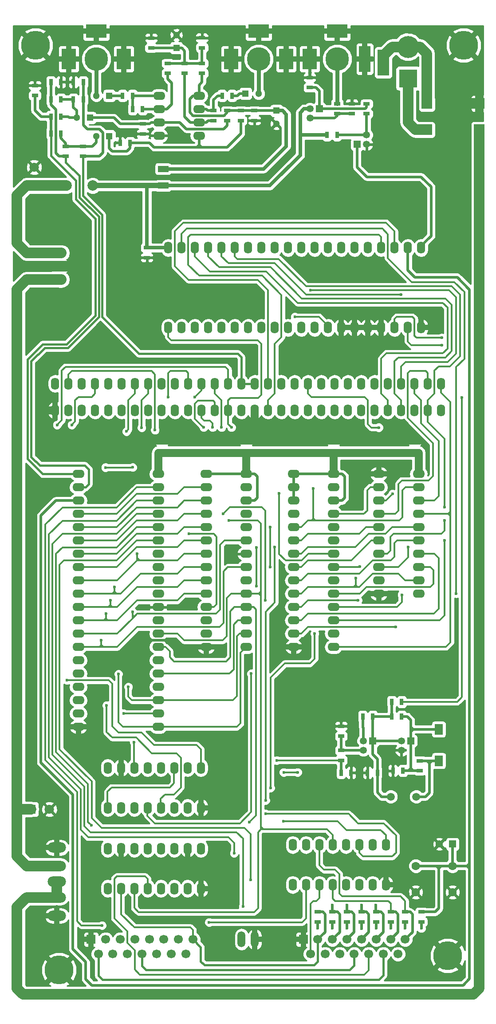
<source format=gbr>
G04 #@! TF.FileFunction,Copper,L1,Top,Signal*
%FSLAX46Y46*%
G04 Gerber Fmt 4.6, Leading zero omitted, Abs format (unit mm)*
G04 Created by KiCad (PCBNEW 4.0.4-stable) date 02/16/17 08:27:34*
%MOMM*%
%LPD*%
G01*
G04 APERTURE LIST*
%ADD10C,0.100000*%
%ADD11R,1.400000X1.400000*%
%ADD12C,1.400000*%
%ADD13C,1.600000*%
%ADD14C,1.500000*%
%ADD15C,1.800000*%
%ADD16R,1.800000X1.800000*%
%ADD17C,2.000000*%
%ADD18R,3.500120X3.500120*%
%ADD19C,4.200000*%
%ADD20R,2.200000X5.000000*%
%ADD21O,1.506220X3.014980*%
%ADD22O,3.500000X2.000000*%
%ADD23R,2.000000X2.000000*%
%ADD24R,1.300000X0.700000*%
%ADD25C,1.350000*%
%ADD26R,1.350000X1.350000*%
%ADD27R,0.700000X1.300000*%
%ADD28R,2.000000X1.200000*%
%ADD29O,1.600000X2.300000*%
%ADD30R,1.600000X2.000000*%
%ADD31C,1.300000*%
%ADD32R,1.300000X1.300000*%
%ADD33C,1.700000*%
%ADD34R,1.700000X1.700000*%
%ADD35C,5.500000*%
%ADD36O,2.300000X1.600000*%
%ADD37R,2.800000X4.000000*%
%ADD38R,4.000000X2.600000*%
%ADD39C,4.500000*%
%ADD40O,2.540000X2.032000*%
%ADD41C,0.600000*%
%ADD42C,0.300000*%
%ADD43C,0.500000*%
%ADD44C,2.000000*%
%ADD45C,1.500000*%
%ADD46C,1.000000*%
%ADD47C,1.600000*%
%ADD48C,0.800000*%
%ADD49C,0.700000*%
%ADD50C,0.400000*%
%ADD51C,0.254000*%
G04 APERTURE END LIST*
D10*
D11*
X181700000Y-211320000D03*
D12*
X179200000Y-211320000D03*
D13*
X181700000Y-215500000D03*
X181700000Y-220500000D03*
X174700000Y-215500000D03*
X174700000Y-220500000D03*
D14*
X174790940Y-202270000D03*
X169909060Y-202270000D03*
D15*
X104780000Y-204670000D03*
D16*
X101280000Y-204670000D03*
D15*
X101870000Y-82160000D03*
D16*
X101870000Y-85660000D03*
D17*
X113010000Y-85660000D03*
X108010000Y-85660000D03*
D18*
X173200000Y-65200140D03*
D19*
X173200000Y-59200660D03*
D20*
X168501000Y-62200400D03*
D21*
X141440000Y-229500000D03*
X143980000Y-229500000D03*
D22*
X106177400Y-224990800D03*
X106177400Y-211990800D03*
X106177400Y-215490800D03*
X106177400Y-218490800D03*
X106177400Y-221490800D03*
D23*
X186800000Y-70000000D03*
X176800000Y-70000000D03*
X176800000Y-75000000D03*
X186800000Y-75000000D03*
D24*
X158990000Y-134550000D03*
X158990000Y-136450000D03*
D25*
X165300000Y-77796051D03*
X165300000Y-76000000D03*
D26*
X163503949Y-77796051D03*
D27*
X170100000Y-184180000D03*
X172000000Y-184180000D03*
D24*
X175430000Y-197310000D03*
X175430000Y-195410000D03*
X160440000Y-195330000D03*
X160440000Y-193430000D03*
D27*
X167360000Y-197700000D03*
X165460000Y-197700000D03*
X172240000Y-197310000D03*
X170340000Y-197310000D03*
D24*
X142310000Y-134550000D03*
X142310000Y-136450000D03*
X174480000Y-134550000D03*
X174480000Y-136450000D03*
D28*
X126460000Y-85670000D03*
X126460000Y-82470000D03*
D24*
X123380000Y-97510000D03*
X123380000Y-99410000D03*
X126260000Y-134550000D03*
X126260000Y-136450000D03*
D29*
X179530000Y-123460000D03*
X176990000Y-123460000D03*
X174450000Y-123460000D03*
X171910000Y-123460000D03*
X169370000Y-123460000D03*
X166830000Y-123460000D03*
X164290000Y-123460000D03*
X161750000Y-123460000D03*
X159210000Y-123460000D03*
X156670000Y-123460000D03*
X154130000Y-123460000D03*
X151590000Y-123460000D03*
X149050000Y-123460000D03*
X146510000Y-123460000D03*
X143970000Y-123460000D03*
X141430000Y-123460000D03*
X138890000Y-123460000D03*
X136350000Y-123460000D03*
X133810000Y-123460000D03*
X131270000Y-123460000D03*
X105870000Y-128540000D03*
X108410000Y-128540000D03*
X110950000Y-128540000D03*
X113490000Y-128540000D03*
X116030000Y-128540000D03*
X118570000Y-128540000D03*
X121110000Y-128540000D03*
X123650000Y-128540000D03*
X126190000Y-128540000D03*
X128730000Y-128540000D03*
X131270000Y-128540000D03*
X133810000Y-128540000D03*
X136350000Y-128540000D03*
X138890000Y-128540000D03*
X141430000Y-128540000D03*
X143970000Y-128540000D03*
X146510000Y-128540000D03*
X149050000Y-128540000D03*
X151590000Y-128540000D03*
X154130000Y-128540000D03*
X156670000Y-128540000D03*
X159210000Y-128540000D03*
X161750000Y-128540000D03*
X164290000Y-128540000D03*
X166830000Y-128540000D03*
X169370000Y-128540000D03*
X171910000Y-128540000D03*
X174450000Y-128540000D03*
X176990000Y-128540000D03*
X179530000Y-128540000D03*
X105870000Y-123460000D03*
X108410000Y-123460000D03*
X110950000Y-123460000D03*
X113490000Y-123460000D03*
X116030000Y-123460000D03*
X118570000Y-123460000D03*
X121110000Y-123460000D03*
X123650000Y-123460000D03*
X126190000Y-123460000D03*
X128730000Y-123460000D03*
D30*
X179080000Y-195410000D03*
X179080000Y-189410000D03*
D27*
X160440000Y-197700000D03*
X162340000Y-197700000D03*
D24*
X160440000Y-190720000D03*
X160440000Y-188820000D03*
X154450000Y-65050000D03*
X154450000Y-66950000D03*
D31*
X148100000Y-73850000D03*
D32*
X148100000Y-71350000D03*
D24*
X143900000Y-71350000D03*
X143900000Y-73250000D03*
X141300000Y-71350000D03*
X141300000Y-73250000D03*
X138700000Y-71350000D03*
X138700000Y-73250000D03*
X136100000Y-71350000D03*
X136100000Y-73250000D03*
D27*
X137750000Y-68500000D03*
X139650000Y-68500000D03*
D32*
X142200000Y-68100000D03*
D31*
X144700000Y-68100000D03*
D24*
X133900000Y-62350000D03*
X133900000Y-64250000D03*
X130600000Y-62350000D03*
X130600000Y-64250000D03*
X127350000Y-62350000D03*
X127350000Y-64250000D03*
X133900000Y-57450000D03*
X133900000Y-59350000D03*
X124200000Y-57500000D03*
X124200000Y-59400000D03*
D32*
X129000000Y-59400000D03*
D31*
X129000000Y-56900000D03*
D27*
X118250000Y-77500000D03*
X120150000Y-77500000D03*
D24*
X122600000Y-73900000D03*
X122600000Y-75800000D03*
D27*
X120650000Y-71050000D03*
X122550000Y-71050000D03*
X118750000Y-68500000D03*
X120650000Y-68500000D03*
D24*
X111200000Y-78150000D03*
X111200000Y-80050000D03*
X107900000Y-78150000D03*
X107900000Y-80050000D03*
D32*
X116200000Y-76200000D03*
D31*
X113700000Y-76200000D03*
D32*
X112500000Y-72700000D03*
D31*
X110000000Y-72700000D03*
D27*
X105050000Y-75700000D03*
X106950000Y-75700000D03*
X105050000Y-72500000D03*
X106950000Y-72500000D03*
X109350000Y-69200000D03*
X111250000Y-69200000D03*
X109350000Y-65900000D03*
X111250000Y-65900000D03*
X105050000Y-69200000D03*
X106950000Y-69200000D03*
X164570000Y-186980000D03*
X166470000Y-186980000D03*
X172000000Y-186980000D03*
X170100000Y-186980000D03*
D24*
X175750000Y-224270000D03*
X175750000Y-226170000D03*
D33*
X172680000Y-229500000D03*
X169900000Y-229500000D03*
X167120000Y-229500000D03*
X164340000Y-229500000D03*
X161560000Y-229500000D03*
X158780000Y-229500000D03*
X156000000Y-229500000D03*
D34*
X153220000Y-229500000D03*
D33*
X171290000Y-232280000D03*
X168510000Y-232280000D03*
X165730000Y-232280000D03*
X162950000Y-232280000D03*
X160170000Y-232280000D03*
X157390000Y-232280000D03*
X154610000Y-232280000D03*
D27*
X157750000Y-76000000D03*
X159650000Y-76000000D03*
D24*
X165300000Y-70050000D03*
X165300000Y-71950000D03*
X162500000Y-70050000D03*
X162500000Y-71950000D03*
X159700000Y-70050000D03*
X159700000Y-71950000D03*
X102000000Y-66550000D03*
X102000000Y-68450000D03*
D27*
X105050000Y-65900000D03*
X106950000Y-65900000D03*
D24*
X156000000Y-224270000D03*
X156000000Y-226170000D03*
X172680000Y-224270000D03*
X172680000Y-226170000D03*
X169900000Y-224270000D03*
X169900000Y-226170000D03*
X167120000Y-224270000D03*
X167120000Y-226170000D03*
X164330000Y-224270000D03*
X164330000Y-226170000D03*
X161560000Y-224270000D03*
X161560000Y-226170000D03*
X158790000Y-224270000D03*
X158790000Y-226170000D03*
D25*
X171940000Y-191613949D03*
X171940000Y-193410000D03*
D26*
X173736051Y-191613949D03*
D25*
X164670000Y-191613949D03*
X164670000Y-193410000D03*
D26*
X166466051Y-191613949D03*
D32*
X116200000Y-68500000D03*
D31*
X113700000Y-68500000D03*
D25*
X154500000Y-71003949D03*
X154500000Y-72800000D03*
D26*
X156296051Y-71003949D03*
D33*
X132180000Y-229500000D03*
X129400000Y-229500000D03*
X126620000Y-229500000D03*
X123840000Y-229500000D03*
X121060000Y-229500000D03*
X118280000Y-229500000D03*
X115500000Y-229500000D03*
D34*
X112720000Y-229500000D03*
D33*
X130790000Y-232280000D03*
X128010000Y-232280000D03*
X125230000Y-232280000D03*
X122450000Y-232280000D03*
X119670000Y-232280000D03*
X116890000Y-232280000D03*
X114110000Y-232280000D03*
D35*
X102100000Y-58900000D03*
X183800000Y-58900000D03*
X106600000Y-235350000D03*
D36*
X125700000Y-68500000D03*
X125700000Y-71040000D03*
X125700000Y-73580000D03*
X125700000Y-76120000D03*
X133320000Y-76120000D03*
X133320000Y-73580000D03*
X133320000Y-71040000D03*
X133320000Y-68500000D03*
X151370000Y-140680000D03*
X151370000Y-143220000D03*
X151370000Y-145760000D03*
X151370000Y-148300000D03*
X151370000Y-150840000D03*
X151370000Y-153380000D03*
X151370000Y-155920000D03*
X151370000Y-158460000D03*
X151370000Y-161000000D03*
X151370000Y-163540000D03*
X151370000Y-166080000D03*
X151370000Y-168620000D03*
X151370000Y-171160000D03*
X151370000Y-173700000D03*
X158990000Y-173700000D03*
X158990000Y-171160000D03*
X158990000Y-168620000D03*
X158990000Y-166080000D03*
X158990000Y-163540000D03*
X158990000Y-161000000D03*
X158990000Y-158460000D03*
X158990000Y-155920000D03*
X158990000Y-153380000D03*
X158990000Y-150840000D03*
X158990000Y-148300000D03*
X158990000Y-145760000D03*
X158990000Y-143220000D03*
X158990000Y-140680000D03*
X167610000Y-140670000D03*
X167610000Y-143210000D03*
X167610000Y-145750000D03*
X167610000Y-148290000D03*
X167610000Y-150830000D03*
X167610000Y-153370000D03*
X167610000Y-155910000D03*
X167610000Y-158450000D03*
X167610000Y-160990000D03*
X167610000Y-163530000D03*
X175230000Y-163530000D03*
X175230000Y-160990000D03*
X175230000Y-158450000D03*
X175230000Y-155910000D03*
X175230000Y-153370000D03*
X175230000Y-150830000D03*
X175230000Y-148290000D03*
X175230000Y-145750000D03*
X175230000Y-143210000D03*
X175230000Y-140670000D03*
X134680000Y-140700000D03*
X134680000Y-143240000D03*
X134680000Y-145780000D03*
X134680000Y-148320000D03*
X134680000Y-150860000D03*
X134680000Y-153400000D03*
X134680000Y-155940000D03*
X134680000Y-158480000D03*
X134680000Y-161020000D03*
X134680000Y-163560000D03*
X134680000Y-166100000D03*
X134680000Y-168640000D03*
X134680000Y-171180000D03*
X134680000Y-173720000D03*
X142300000Y-173720000D03*
X142300000Y-171180000D03*
X142300000Y-168640000D03*
X142300000Y-166100000D03*
X142300000Y-163560000D03*
X142300000Y-161020000D03*
X142300000Y-158480000D03*
X142300000Y-155940000D03*
X142300000Y-153400000D03*
X142300000Y-150860000D03*
X142300000Y-148320000D03*
X142300000Y-145780000D03*
X142300000Y-143240000D03*
X142300000Y-140700000D03*
D29*
X151200000Y-219070000D03*
X153740000Y-219070000D03*
X156280000Y-219070000D03*
X158820000Y-219070000D03*
X161360000Y-219070000D03*
X163900000Y-219070000D03*
X166440000Y-219070000D03*
X168980000Y-219070000D03*
X168980000Y-211450000D03*
X166440000Y-211450000D03*
X163900000Y-211450000D03*
X161360000Y-211450000D03*
X158820000Y-211450000D03*
X156280000Y-211450000D03*
X153740000Y-211450000D03*
X151200000Y-211450000D03*
X115900000Y-219800000D03*
X118440000Y-219800000D03*
X120980000Y-219800000D03*
X123520000Y-219800000D03*
X126060000Y-219800000D03*
X128600000Y-219800000D03*
X131140000Y-219800000D03*
X133680000Y-219800000D03*
X133680000Y-212180000D03*
X131140000Y-212180000D03*
X128600000Y-212180000D03*
X126060000Y-212180000D03*
X123520000Y-212180000D03*
X120980000Y-212180000D03*
X118440000Y-212180000D03*
X115900000Y-212180000D03*
X115900000Y-204380000D03*
X118440000Y-204380000D03*
X120980000Y-204380000D03*
X123520000Y-204380000D03*
X126060000Y-204380000D03*
X128600000Y-204380000D03*
X131140000Y-204380000D03*
X133680000Y-204380000D03*
X133680000Y-196760000D03*
X131140000Y-196760000D03*
X128600000Y-196760000D03*
X126060000Y-196760000D03*
X123520000Y-196760000D03*
X120980000Y-196760000D03*
X118440000Y-196760000D03*
X115900000Y-196760000D03*
X127460000Y-112760000D03*
X130000000Y-112760000D03*
X132540000Y-112760000D03*
X135080000Y-112760000D03*
X137620000Y-112760000D03*
X140160000Y-112760000D03*
X142700000Y-112760000D03*
X145240000Y-112760000D03*
X147780000Y-112760000D03*
X150320000Y-112760000D03*
X152860000Y-112760000D03*
X155400000Y-112760000D03*
X157940000Y-112760000D03*
X160480000Y-112760000D03*
X163020000Y-112760000D03*
X165560000Y-112760000D03*
X168100000Y-112760000D03*
X170640000Y-112760000D03*
X173180000Y-112760000D03*
X175720000Y-112760000D03*
X175720000Y-97520000D03*
X173180000Y-97520000D03*
X170640000Y-97520000D03*
X168100000Y-97520000D03*
X165560000Y-97520000D03*
X163020000Y-97520000D03*
X160480000Y-97520000D03*
X157940000Y-97520000D03*
X155400000Y-97520000D03*
X152860000Y-97520000D03*
X150320000Y-97520000D03*
X147780000Y-97520000D03*
X145240000Y-97520000D03*
X142700000Y-97520000D03*
X140160000Y-97520000D03*
X137620000Y-97520000D03*
X135080000Y-97520000D03*
X132540000Y-97520000D03*
X130000000Y-97520000D03*
X127460000Y-97520000D03*
D36*
X110300000Y-140700000D03*
X110300000Y-143240000D03*
X110300000Y-145780000D03*
X110300000Y-148320000D03*
X110300000Y-150860000D03*
X110300000Y-153400000D03*
X110300000Y-155940000D03*
X110300000Y-158480000D03*
X110300000Y-161020000D03*
X110300000Y-163560000D03*
X110300000Y-166100000D03*
X110300000Y-168640000D03*
X110300000Y-171180000D03*
X110300000Y-173720000D03*
X110300000Y-176260000D03*
X110300000Y-178800000D03*
X110300000Y-181340000D03*
X110300000Y-183880000D03*
X110300000Y-186420000D03*
X110300000Y-188960000D03*
X125540000Y-188960000D03*
X125540000Y-186420000D03*
X125540000Y-183880000D03*
X125540000Y-181340000D03*
X125540000Y-178800000D03*
X125540000Y-176260000D03*
X125540000Y-173720000D03*
X125540000Y-171180000D03*
X125540000Y-168640000D03*
X125540000Y-166100000D03*
X125540000Y-163560000D03*
X125540000Y-161020000D03*
X125540000Y-158480000D03*
X125540000Y-155940000D03*
X125540000Y-153400000D03*
X125540000Y-150860000D03*
X125540000Y-148320000D03*
X125540000Y-145780000D03*
X125540000Y-143240000D03*
X125540000Y-140700000D03*
D37*
X108450000Y-61500000D03*
X118950000Y-61500000D03*
D38*
X113700000Y-56200000D03*
D39*
X113700000Y-61500000D03*
D37*
X139450000Y-61500000D03*
X149950000Y-61500000D03*
D38*
X144700000Y-56200000D03*
D39*
X144700000Y-61500000D03*
D37*
X154450000Y-61500000D03*
D20*
X164950000Y-61500000D03*
D38*
X159700000Y-56200000D03*
D39*
X159700000Y-61500000D03*
D40*
X106800000Y-101050000D03*
X106800000Y-98510000D03*
X106800000Y-103590000D03*
D35*
X180800000Y-232600000D03*
D41*
X182810000Y-205700000D03*
X182810000Y-207300000D03*
X173600000Y-210700000D03*
X173600000Y-212300000D03*
X182800000Y-223800000D03*
X181200000Y-223800000D03*
X175900000Y-236200000D03*
X174300000Y-236200000D03*
X146610000Y-215100000D03*
X146610000Y-216700000D03*
X148800000Y-223300000D03*
X147200000Y-223300000D03*
X148400000Y-230304000D03*
X148400000Y-228696000D03*
X136500000Y-222500000D03*
X134900000Y-222500000D03*
X136500000Y-230400000D03*
X136500000Y-228790000D03*
X112100000Y-224600000D03*
X112100000Y-222000000D03*
X101400000Y-230600000D03*
X101400000Y-228000000D03*
X101500000Y-210600000D03*
X101500000Y-209000000D03*
X141640000Y-197320000D03*
X139940000Y-197320000D03*
X138240000Y-197320000D03*
X141640000Y-202400000D03*
X139940000Y-202400000D03*
X138240000Y-202400000D03*
X148000000Y-202100000D03*
X148000000Y-203700000D03*
X153600000Y-203700000D03*
X153600000Y-202100000D03*
X156700000Y-197110000D03*
X155100000Y-197110000D03*
X141000000Y-193200000D03*
X141000000Y-191400000D03*
X182800000Y-187450000D03*
X182800000Y-185850000D03*
X154190000Y-193550000D03*
X152600000Y-193550000D03*
X152600000Y-185700000D03*
X152600000Y-184100000D03*
X172600000Y-180700000D03*
X171000000Y-180700000D03*
X159400000Y-180700000D03*
X157800000Y-180700000D03*
X179200000Y-177100000D03*
X177600000Y-177100000D03*
X166000000Y-177100000D03*
X164400000Y-177100000D03*
X101200000Y-194800000D03*
X101200000Y-193200000D03*
X101200000Y-191600000D03*
X113700000Y-188900000D03*
X113700000Y-187300000D03*
X114430000Y-178250000D03*
X114430000Y-176870000D03*
X114430000Y-175500000D03*
X114500000Y-117600000D03*
X114500000Y-115900000D03*
X114500000Y-114200000D03*
X105300000Y-113900000D03*
X102500000Y-113900000D03*
X161750000Y-99190000D03*
X159220000Y-99190000D03*
X156680000Y-99190000D03*
X150270000Y-107960000D03*
X150270000Y-108850000D03*
X179650000Y-112770000D03*
X179650000Y-111330000D03*
X179650000Y-109870000D03*
X183900000Y-99900000D03*
X183900000Y-98300000D03*
X125600000Y-92500000D03*
X125600000Y-89700000D03*
X121200000Y-92500000D03*
X121200000Y-89700000D03*
X105300000Y-88500000D03*
X102500000Y-88500000D03*
X119300000Y-82400000D03*
X116500000Y-82400000D03*
X185400000Y-65700000D03*
X185400000Y-64100000D03*
X120700000Y-215500000D03*
X119100000Y-215500000D03*
X114350000Y-201380000D03*
X114350000Y-199780000D03*
X123200000Y-174820000D03*
X123200000Y-173520000D03*
X103300000Y-135790000D03*
X103300000Y-134390000D03*
X103300000Y-133000000D03*
X99100000Y-72200000D03*
X99100000Y-70600000D03*
X167610000Y-134650000D03*
X167610000Y-133560000D03*
X179650000Y-114700000D03*
X183519998Y-126130000D03*
X148150000Y-195330000D03*
X175230000Y-137800000D03*
X175230000Y-138900000D03*
X156000000Y-227400000D03*
X175750000Y-227400000D03*
X172680000Y-227400000D03*
X169900000Y-227400000D03*
X167120000Y-227400000D03*
X164330000Y-227410000D03*
X161560000Y-227400000D03*
X158790000Y-227400000D03*
X180220000Y-153370000D03*
X154630000Y-105650000D03*
X170240000Y-144480000D03*
X172019998Y-163750000D03*
X155400000Y-171150000D03*
X146990000Y-200610000D03*
X167620002Y-131820000D03*
X146020000Y-202960000D03*
X147790000Y-154650000D03*
X106240000Y-131330000D03*
X108130000Y-180060000D03*
X139050000Y-149590000D03*
X137620000Y-131800000D03*
X132550000Y-126050000D03*
X144300000Y-162070000D03*
X144300000Y-154680000D03*
X142940000Y-207129998D03*
X146030000Y-205540000D03*
X127470000Y-125990000D03*
X131380000Y-152130000D03*
X114670000Y-172450000D03*
X120640000Y-167010000D03*
X120640000Y-139430000D03*
X115469979Y-139440000D03*
X115570000Y-167369998D03*
X116410000Y-164820000D03*
X117170000Y-162290000D03*
X121510000Y-155930000D03*
X135920000Y-131800000D03*
X134200000Y-131800000D03*
X139520000Y-131800000D03*
X146890000Y-150860000D03*
X146890000Y-158480000D03*
X158790000Y-223000000D03*
X148620000Y-144410000D03*
X155150000Y-143460000D03*
X163989998Y-158390000D03*
X163220000Y-160600000D03*
X163630000Y-164810000D03*
X173210000Y-154640000D03*
X171910000Y-106450000D03*
X180220000Y-149560000D03*
X180220000Y-147000000D03*
X170880000Y-169879998D03*
X120940000Y-191850000D03*
X135250000Y-226240000D03*
X124920000Y-132300000D03*
X109040000Y-131329998D03*
X117960000Y-178840000D03*
X119470000Y-132580000D03*
X118980000Y-186390000D03*
X122380000Y-131840000D03*
X119830000Y-181320000D03*
X149479998Y-206990000D03*
X137950000Y-148320000D03*
X145970000Y-164830000D03*
X152120000Y-197610000D03*
X149490000Y-197610000D03*
X114810000Y-226840000D03*
X167049990Y-223000000D03*
X164330000Y-223000000D03*
X161560000Y-223000000D03*
X140020000Y-213039998D03*
X141710000Y-223250000D03*
X143210000Y-218100000D03*
X112800000Y-207750000D03*
X151610000Y-110700000D03*
X115680000Y-184850000D03*
X182420000Y-163530000D03*
X143290000Y-178800000D03*
X179650000Y-116100000D03*
D42*
X148400000Y-228700000D02*
X148400000Y-228696000D01*
D43*
X173736051Y-189960000D02*
X173736051Y-191613949D01*
X173736051Y-189410000D02*
X173736051Y-189960000D01*
X173736051Y-189960000D02*
X173736051Y-189853949D01*
X173736051Y-189853949D02*
X174180000Y-189410000D01*
X173736051Y-188860000D02*
X173736051Y-189410000D01*
X173736051Y-187686051D02*
X173736051Y-188860000D01*
X173736051Y-188860000D02*
X173736051Y-188966051D01*
X179080000Y-189410000D02*
X174180000Y-189410000D01*
X174180000Y-189410000D02*
X173736051Y-189410000D01*
X173736051Y-188966051D02*
X174180000Y-189410000D01*
X173736051Y-197310000D02*
X174180000Y-197310000D01*
X173736051Y-196760000D02*
X173736051Y-196866051D01*
X174180000Y-197310000D02*
X175430000Y-197310000D01*
X173736051Y-196866051D02*
X174180000Y-197310000D01*
X173736051Y-196760000D02*
X173736051Y-197310000D01*
X173736051Y-191613949D02*
X173736051Y-196760000D01*
X172240000Y-197310000D02*
X173290000Y-197310000D01*
X173290000Y-197310000D02*
X173736051Y-197310000D01*
X173736051Y-196760000D02*
X173736051Y-196863949D01*
X173736051Y-196863949D02*
X173290000Y-197310000D01*
X172000000Y-186980000D02*
X173030000Y-186980000D01*
X173030000Y-186980000D02*
X173736051Y-187686051D01*
X177260000Y-195410000D02*
X177710000Y-195410000D01*
X177710000Y-195410000D02*
X179080000Y-195410000D01*
X177260000Y-195960000D02*
X177260000Y-195860000D01*
X177260000Y-195860000D02*
X177710000Y-195410000D01*
X177260000Y-195960000D02*
X177260000Y-195410000D01*
X177260000Y-201530000D02*
X177260000Y-195960000D01*
X175430000Y-195410000D02*
X176810000Y-195410000D01*
X176810000Y-195410000D02*
X177260000Y-195410000D01*
X177260000Y-195860000D02*
X176810000Y-195410000D01*
X174790940Y-202270000D02*
X176520000Y-202270000D01*
X176520000Y-202270000D02*
X177260000Y-201530000D01*
X148100000Y-73850000D02*
X148840000Y-74590000D01*
X148840000Y-74590000D02*
X148840000Y-74820000D01*
D44*
X106800000Y-101050000D02*
X108220000Y-101050000D01*
D43*
X122250000Y-207300000D02*
X115440000Y-207300000D01*
X115440000Y-207300000D02*
X114350000Y-206210000D01*
X114350000Y-206210000D02*
X114350000Y-201380000D01*
X133130000Y-173720000D02*
X129210000Y-173720000D01*
X129210000Y-173720000D02*
X127940000Y-172450000D01*
X127940000Y-172450000D02*
X123304264Y-172450000D01*
X123304264Y-172450000D02*
X122880000Y-172450000D01*
X120700000Y-215500000D02*
X129870000Y-215500000D01*
X119100000Y-215500000D02*
X120700000Y-215500000D01*
X118440000Y-215500000D02*
X119100000Y-215500000D01*
X114350000Y-201380000D02*
X114350000Y-199780000D01*
X114350000Y-199780000D02*
X114350000Y-198950000D01*
D45*
X103300000Y-135790000D02*
X103300000Y-136890000D01*
X103300000Y-134390000D02*
X103300000Y-135790000D01*
X103300000Y-133000000D02*
X103300000Y-134390000D01*
X103300000Y-128540000D02*
X103300000Y-133000000D01*
X105870000Y-128540000D02*
X103300000Y-128540000D01*
X103300000Y-136890000D02*
X111350000Y-136890000D01*
X113890000Y-134350000D02*
X144740000Y-134350000D01*
X111350000Y-136890000D02*
X113890000Y-134350000D01*
D43*
X118440000Y-213710000D02*
X118440000Y-215500000D01*
X129870000Y-215500000D02*
X131140000Y-214230000D01*
X114350000Y-198950000D02*
X117900000Y-198950000D01*
X117900000Y-198950000D02*
X118440000Y-198410000D01*
X129000000Y-56900000D02*
X130010000Y-55890000D01*
X130010000Y-55890000D02*
X130570000Y-55890000D01*
X130570000Y-55890000D02*
X132130000Y-57450000D01*
X132130000Y-57450000D02*
X133900000Y-57450000D01*
X124200000Y-57500000D02*
X125810000Y-57500000D01*
X125810000Y-57500000D02*
X127420000Y-55890000D01*
X127420000Y-55890000D02*
X127990000Y-55890000D01*
X127990000Y-55890000D02*
X129000000Y-56900000D01*
X148100000Y-73850000D02*
X147065000Y-74885000D01*
X147065000Y-74885000D02*
X147065000Y-75055000D01*
X143900000Y-73250000D02*
X145260000Y-73250000D01*
X145260000Y-73250000D02*
X147065000Y-75055000D01*
D46*
X106600000Y-235350000D02*
X104280000Y-233030000D01*
X106600000Y-235350000D02*
X104280000Y-237670000D01*
X106600000Y-235350000D02*
X108940000Y-233010000D01*
X106600000Y-235350000D02*
X108920000Y-237670000D01*
X180800000Y-232600000D02*
X178470000Y-230270000D01*
X180800000Y-232600000D02*
X183140000Y-230260000D01*
X180800000Y-232600000D02*
X178460000Y-234940000D01*
X180800000Y-232600000D02*
X183130000Y-234930000D01*
X183800000Y-58900000D02*
X181470000Y-61230000D01*
X183800000Y-58900000D02*
X186120000Y-61220000D01*
X183800000Y-58900000D02*
X181480000Y-56580000D01*
X183800000Y-58900000D02*
X186110000Y-56590000D01*
X102100000Y-58900000D02*
X99760000Y-56560000D01*
X102100000Y-58900000D02*
X99780000Y-61220000D01*
X102100000Y-58900000D02*
X104420000Y-61220000D01*
X102100000Y-58900000D02*
X104430000Y-56570000D01*
X143980000Y-229500000D02*
X145230000Y-229500000D01*
X143980000Y-229500000D02*
X143980000Y-227610000D01*
X143980000Y-229500000D02*
X143980000Y-231390000D01*
D43*
X145230000Y-229500000D02*
X151870000Y-229500000D01*
D46*
X168100000Y-112760000D02*
X168100000Y-110160000D01*
X168100000Y-110160000D02*
X168790000Y-109470000D01*
X168790000Y-109470000D02*
X175030000Y-109470000D01*
X175030000Y-109470000D02*
X175720000Y-110160000D01*
X175720000Y-110160000D02*
X175720000Y-112760000D01*
X175720000Y-112760000D02*
X177500000Y-112760000D01*
X168100000Y-112760000D02*
X168100000Y-114410000D01*
X165560000Y-112760000D02*
X165560000Y-114310000D01*
X163020000Y-112760000D02*
X163020000Y-114310000D01*
X160480000Y-112760000D02*
X160480000Y-114310000D01*
X165560000Y-112760000D02*
X165560000Y-111200000D01*
X163020000Y-112760000D02*
X163020000Y-111200000D01*
X160480000Y-112760000D02*
X160480000Y-111200000D01*
X165560000Y-112760000D02*
X168100000Y-112760000D01*
X163020000Y-112760000D02*
X165560000Y-112760000D01*
X160480000Y-112760000D02*
X163020000Y-112760000D01*
X151370000Y-173700000D02*
X152920000Y-173700000D01*
X151370000Y-173700000D02*
X149820000Y-173700000D01*
X151370000Y-173700000D02*
X151370000Y-174980000D01*
X153220000Y-229500000D02*
X151870000Y-229500000D01*
X153220000Y-229500000D02*
X153220000Y-230840000D01*
X153220000Y-229500000D02*
X153220000Y-228150000D01*
X106177400Y-211990800D02*
X104000800Y-211990800D01*
X106177400Y-211990800D02*
X106177400Y-213477400D01*
X106177400Y-211990800D02*
X106177400Y-210482600D01*
X106177400Y-224990800D02*
X104030800Y-224990800D01*
X106177400Y-224990800D02*
X106177400Y-226497400D01*
X106177400Y-224990800D02*
X106177400Y-223502600D01*
X112720000Y-229500000D02*
X111380000Y-229500000D01*
X112720000Y-229500000D02*
X112720000Y-230850000D01*
X112720000Y-229500000D02*
X112720000Y-228130000D01*
X167610000Y-163530000D02*
X166050000Y-163530000D01*
X167610000Y-163530000D02*
X169160000Y-163530000D01*
X167610000Y-163530000D02*
X167610000Y-164830000D01*
X108450000Y-61500000D02*
X106550000Y-61500000D01*
X108450000Y-61500000D02*
X110350000Y-61500000D01*
X108450000Y-61500000D02*
X108450000Y-64220000D01*
X108450000Y-61500000D02*
X108450000Y-59020000D01*
X118950000Y-61500000D02*
X117060000Y-61500000D01*
X118950000Y-61500000D02*
X118950000Y-64010000D01*
X118950000Y-61500000D02*
X120870000Y-61500000D01*
X118950000Y-61500000D02*
X118950000Y-59000000D01*
X113700000Y-56200000D02*
X111200000Y-56200000D01*
X113700000Y-56200000D02*
X113700000Y-58000000D01*
D43*
X120770000Y-56200000D02*
X116200000Y-56200000D01*
D46*
X113700000Y-56200000D02*
X116200000Y-56200000D01*
X139450000Y-61500000D02*
X139450000Y-58990000D01*
X139450000Y-61500000D02*
X137560000Y-61500000D01*
X139450000Y-61500000D02*
X139450000Y-63990000D01*
X139450000Y-61500000D02*
X141330000Y-61500000D01*
X144700000Y-56200000D02*
X142200000Y-56200000D01*
X144700000Y-56200000D02*
X144700000Y-58000000D01*
X144700000Y-56200000D02*
X147210000Y-56200000D01*
X149950000Y-61500000D02*
X148060000Y-61500000D01*
X149950000Y-61500000D02*
X149950000Y-59010000D01*
X149950000Y-61500000D02*
X149950000Y-64030000D01*
X149950000Y-61500000D02*
X151840000Y-61500000D01*
X154450000Y-61500000D02*
X152550000Y-61500000D01*
X154450000Y-61500000D02*
X154450000Y-58990000D01*
X154450000Y-61500000D02*
X156370000Y-61500000D01*
X159700000Y-56200000D02*
X157180000Y-56200000D01*
X159700000Y-56200000D02*
X162190000Y-56200000D01*
X159700000Y-56200000D02*
X159700000Y-58010000D01*
X164950000Y-61500000D02*
X166380000Y-61500000D01*
X164950000Y-61500000D02*
X163360000Y-61500000D01*
D43*
X164950000Y-64480000D02*
X164950000Y-65320000D01*
D46*
X164950000Y-61500000D02*
X164950000Y-64480000D01*
X164950000Y-61500000D02*
X164950000Y-58510000D01*
D47*
X186800000Y-70000000D02*
X186800000Y-71520000D01*
X186800000Y-70000000D02*
X186800000Y-68490000D01*
D44*
X186800000Y-70000000D02*
X185300000Y-70000000D01*
D46*
X168980000Y-219070000D02*
X168980000Y-217520000D01*
X168980000Y-219070000D02*
X170270000Y-219070000D01*
X133680000Y-219800000D02*
X134960000Y-219800000D01*
D43*
X133680000Y-216770000D02*
X133680000Y-218270000D01*
D46*
X133680000Y-219800000D02*
X133680000Y-218270000D01*
X133680000Y-219800000D02*
X133680000Y-221350000D01*
D43*
X131140000Y-213710000D02*
X131140000Y-214230000D01*
D46*
X131140000Y-212180000D02*
X131140000Y-213710000D01*
X118440000Y-212180000D02*
X118440000Y-213710000D01*
X133680000Y-204380000D02*
X133680000Y-206030000D01*
X133680000Y-204380000D02*
X134960000Y-204380000D01*
X133680000Y-204380000D02*
X133680000Y-202870000D01*
X118440000Y-196760000D02*
X118440000Y-198410000D01*
D43*
X118440000Y-195240000D02*
X118440000Y-194510000D01*
D46*
X118440000Y-196760000D02*
X118440000Y-195240000D01*
X167610000Y-140670000D02*
X166060000Y-140670000D01*
X167610000Y-140670000D02*
X169130000Y-140670000D01*
X167610000Y-140670000D02*
X167610000Y-139370000D01*
X134680000Y-173720000D02*
X133130000Y-173720000D01*
X134680000Y-173720000D02*
X136220000Y-173720000D01*
X134680000Y-173720000D02*
X134680000Y-174970000D01*
X110300000Y-188960000D02*
X108790000Y-188960000D01*
X110300000Y-188960000D02*
X111800000Y-188960000D01*
D43*
X110300000Y-192690000D02*
X110300000Y-190220000D01*
D46*
X110300000Y-188960000D02*
X110300000Y-190220000D01*
X105870000Y-128540000D02*
X105870000Y-130070000D01*
X105870000Y-128540000D02*
X105870000Y-126960000D01*
D44*
X106300000Y-101050000D02*
X104870000Y-101050000D01*
D43*
X131140000Y-214230000D02*
X133680000Y-216770000D01*
X118440000Y-194510000D02*
X117480000Y-193550000D01*
X117480000Y-193550000D02*
X111160000Y-193550000D01*
X111160000Y-193550000D02*
X110300000Y-192690000D01*
D42*
X122910000Y-172450000D02*
X122880000Y-172450000D01*
D45*
X143970000Y-128540000D02*
X143970000Y-133580000D01*
X143970000Y-133580000D02*
X144740000Y-134350000D01*
X144740000Y-134350000D02*
X175330000Y-134350000D01*
D43*
X164950000Y-65320000D02*
X162500000Y-67770000D01*
X162500000Y-67770000D02*
X162500000Y-70050000D01*
X154450000Y-65050000D02*
X154450000Y-61500000D01*
X118250000Y-77500000D02*
X118250000Y-76310000D01*
X118760000Y-75800000D02*
X122600000Y-75800000D01*
X118250000Y-76310000D02*
X118760000Y-75800000D01*
X133850000Y-57500000D02*
X133900000Y-57450000D01*
X124200000Y-57500000D02*
X122070000Y-57500000D01*
X122070000Y-57500000D02*
X120770000Y-56200000D01*
X155000000Y-61550000D02*
X154950000Y-61500000D01*
X124020000Y-76070000D02*
X124020000Y-76090000D01*
X124020000Y-76090000D02*
X124050000Y-76120000D01*
X124050000Y-76120000D02*
X125700000Y-76120000D01*
X122600000Y-75800000D02*
X123750000Y-75800000D01*
X123750000Y-75800000D02*
X124020000Y-76070000D01*
X102000000Y-66550000D02*
X102000000Y-65700000D01*
X102000000Y-65700000D02*
X106200000Y-61500000D01*
X106200000Y-61500000D02*
X106550000Y-61500000D01*
X106950000Y-65900000D02*
X108190000Y-65900000D01*
X108190000Y-65900000D02*
X109350000Y-65900000D01*
X108450000Y-64220000D02*
X108190000Y-64480000D01*
X108190000Y-64480000D02*
X108190000Y-65900000D01*
X167360000Y-197700000D02*
X167360000Y-195100000D01*
X167360000Y-195100000D02*
X166470000Y-194210000D01*
X166470000Y-194210000D02*
X166470000Y-191617898D01*
X166470000Y-191617898D02*
X166466051Y-191613949D01*
X166466051Y-191613949D02*
X171940000Y-191613949D01*
X166470000Y-186980000D02*
X166470000Y-191610000D01*
X166470000Y-191610000D02*
X166466051Y-191613949D01*
X170100000Y-186980000D02*
X166470000Y-186980000D01*
X170100000Y-184180000D02*
X170100000Y-186980000D01*
X167360000Y-198250000D02*
X167360000Y-201430000D01*
X168200000Y-202270000D02*
X169909060Y-202270000D01*
X167360000Y-201430000D02*
X168200000Y-202270000D01*
D42*
X183519998Y-126130000D02*
X183519998Y-183260002D01*
X183519998Y-183260002D02*
X182600000Y-184180000D01*
X182600000Y-184180000D02*
X172000000Y-184180000D01*
X179650000Y-114700000D02*
X174840000Y-114700000D01*
X174060000Y-110700000D02*
X171030000Y-110700000D01*
X174840000Y-114700000D02*
X174450000Y-114310000D01*
X174450000Y-114310000D02*
X174450000Y-111090000D01*
X174450000Y-111090000D02*
X174060000Y-110700000D01*
X171030000Y-110700000D02*
X170640000Y-111090000D01*
X170640000Y-111090000D02*
X170640000Y-112760000D01*
X160440000Y-195330000D02*
X148150000Y-195330000D01*
D43*
X160440000Y-195330000D02*
X160440000Y-197700000D01*
X160440000Y-193430000D02*
X164650000Y-193430000D01*
X164650000Y-193430000D02*
X164670000Y-193410000D01*
X160440000Y-190720000D02*
X160440000Y-193430000D01*
X116200000Y-68500000D02*
X118750000Y-68500000D01*
D48*
X113700000Y-68500000D02*
X113700000Y-61500000D01*
D43*
X139650000Y-68500000D02*
X140650000Y-68500000D01*
X141050000Y-68100000D02*
X142200000Y-68100000D01*
X140650000Y-68500000D02*
X141050000Y-68100000D01*
D48*
X144700000Y-68100000D02*
X144700000Y-61500000D01*
X144690000Y-62010000D02*
X145200000Y-61500000D01*
D43*
X117100000Y-72700000D02*
X112500000Y-72700000D01*
X125700000Y-73580000D02*
X129630000Y-73580000D01*
X138700000Y-74200000D02*
X138700000Y-73250000D01*
X138050000Y-74850000D02*
X138700000Y-74200000D01*
X130900000Y-74850000D02*
X138050000Y-74850000D01*
X129630000Y-73580000D02*
X130900000Y-74850000D01*
X122600000Y-73900000D02*
X123900000Y-73900000D01*
X124220000Y-73580000D02*
X125700000Y-73580000D01*
X123900000Y-73900000D02*
X124220000Y-73580000D01*
X118300000Y-73900000D02*
X122600000Y-73900000D01*
X117100000Y-72700000D02*
X118300000Y-73900000D01*
X110000000Y-72700000D02*
X110000000Y-71360000D01*
X110000000Y-71360000D02*
X109350000Y-70710000D01*
X109350000Y-70710000D02*
X109350000Y-70700000D01*
X109350000Y-70700000D02*
X109350000Y-69200000D01*
X108550000Y-72700000D02*
X110000000Y-72700000D01*
X106950000Y-72500000D02*
X108350000Y-72500000D01*
X108350000Y-72500000D02*
X108550000Y-72700000D01*
X106950000Y-69200000D02*
X109350000Y-69200000D01*
D42*
X110100000Y-72700000D02*
X110050000Y-72700000D01*
D43*
X133320000Y-78350000D02*
X133770000Y-78350000D01*
X133770000Y-78350000D02*
X138700000Y-78350000D01*
X133320000Y-77900000D02*
X133770000Y-78350000D01*
X133320000Y-77800000D02*
X133320000Y-77900000D01*
X133320000Y-77800000D02*
X133320000Y-78350000D01*
X133320000Y-77900000D02*
X132870000Y-78350000D01*
X133320000Y-76120000D02*
X133320000Y-77800000D01*
X124750000Y-78350000D02*
X132870000Y-78350000D01*
X132870000Y-78350000D02*
X133320000Y-78350000D01*
X120150000Y-77500000D02*
X120150000Y-78520000D01*
X116200000Y-78510000D02*
X116200000Y-76200000D01*
X116770000Y-79080000D02*
X116200000Y-78510000D01*
X119590000Y-79080000D02*
X116770000Y-79080000D01*
X120150000Y-78520000D02*
X119590000Y-79080000D01*
X120150000Y-77500000D02*
X123900000Y-77500000D01*
X123900000Y-77500000D02*
X124750000Y-78350000D01*
X141300000Y-75750000D02*
X141300000Y-73250000D01*
X138700000Y-78350000D02*
X141300000Y-75750000D01*
X106950000Y-75700000D02*
X106950000Y-76600000D01*
X107900000Y-77550000D02*
X107900000Y-78150000D01*
X106950000Y-76600000D02*
X107900000Y-77550000D01*
X107900000Y-78150000D02*
X111200000Y-78150000D01*
X111200000Y-78150000D02*
X112950000Y-78150000D01*
X113700000Y-77400000D02*
X113700000Y-76200000D01*
X112950000Y-78150000D02*
X113700000Y-77400000D01*
X129000000Y-59400000D02*
X130050000Y-59400000D01*
X130050000Y-59400000D02*
X130600000Y-59950000D01*
X133900000Y-62350000D02*
X133900000Y-59350000D01*
X124200000Y-59400000D02*
X129000000Y-59400000D01*
X127350000Y-62350000D02*
X130600000Y-62350000D01*
X130600000Y-59950000D02*
X130600000Y-62350000D01*
X130600000Y-62350000D02*
X133900000Y-62350000D01*
X173180000Y-97520000D02*
X173180000Y-101820000D01*
X173180000Y-101820000D02*
X174510000Y-103150000D01*
X174510000Y-103150000D02*
X182600000Y-103150000D01*
X182600000Y-103150000D02*
X184950000Y-105500000D01*
X184950000Y-105500000D02*
X184950000Y-215050000D01*
X184950000Y-215050000D02*
X184950000Y-215500000D01*
X184400000Y-215500000D02*
X184500000Y-215500000D01*
X184500000Y-215500000D02*
X184950000Y-215050000D01*
X184400000Y-215500000D02*
X184950000Y-215500000D01*
X184950000Y-215950000D02*
X184950000Y-237030000D01*
X182687828Y-215500000D02*
X184400000Y-215500000D01*
X184950000Y-215500000D02*
X184950000Y-215950000D01*
X184500000Y-215500000D02*
X184950000Y-215950000D01*
X181700000Y-215500000D02*
X182687828Y-215500000D01*
X111690000Y-237080000D02*
X111690000Y-233820000D01*
X183720000Y-238260000D02*
X112870000Y-238260000D01*
X103140000Y-148630000D02*
X105990000Y-145780000D01*
X112870000Y-238260000D02*
X111690000Y-237080000D01*
X184950000Y-237030000D02*
X183720000Y-238260000D01*
X111690000Y-233820000D02*
X109250000Y-231380000D01*
X109250000Y-231380000D02*
X109250000Y-201870000D01*
X109250000Y-201870000D02*
X103140000Y-195760000D01*
X103140000Y-195760000D02*
X103140000Y-148630000D01*
X105990000Y-145780000D02*
X110300000Y-145780000D01*
X179090000Y-215500000D02*
X179560000Y-215500000D01*
X179560000Y-215500000D02*
X181700000Y-215500000D01*
X179110000Y-216050000D02*
X179110000Y-215950000D01*
X179110000Y-215950000D02*
X179560000Y-215500000D01*
X179110000Y-216050000D02*
X179110000Y-215520000D01*
X178660000Y-215500000D02*
X179090000Y-215500000D01*
X179110000Y-223570000D02*
X179110000Y-216050000D01*
X174700000Y-215500000D02*
X178660000Y-215500000D01*
X179110000Y-215950000D02*
X178660000Y-215500000D01*
X179110000Y-215520000D02*
X179090000Y-215500000D01*
X181700000Y-211320000D02*
X181700000Y-215500000D01*
X175750000Y-224270000D02*
X178410000Y-224270000D01*
X178410000Y-224270000D02*
X179110000Y-223570000D01*
D44*
X98600000Y-201600000D02*
X98600000Y-204660000D01*
X98600000Y-204660000D02*
X98600000Y-213680000D01*
X101280000Y-204670000D02*
X98610000Y-204670000D01*
X98610000Y-204670000D02*
X98600000Y-204660000D01*
X100440000Y-103590000D02*
X106800000Y-103590000D01*
X98600000Y-105430000D02*
X98600000Y-201600000D01*
X106177400Y-215490800D02*
X100410800Y-215490800D01*
X100410800Y-215490800D02*
X98600000Y-213680000D01*
X98600000Y-105430000D02*
X100440000Y-103590000D01*
D49*
X126460000Y-82470000D02*
X145630000Y-82470000D01*
X145630000Y-82470000D02*
X149950000Y-78150000D01*
X149950000Y-78150000D02*
X149950000Y-72060000D01*
X149950000Y-72060000D02*
X149240000Y-71350000D01*
X149240000Y-71350000D02*
X148100000Y-71350000D01*
X148150000Y-71300000D02*
X148100000Y-71350000D01*
D43*
X138700000Y-71350000D02*
X138700000Y-71700000D01*
X138090000Y-72310000D02*
X132160000Y-72310000D01*
X138700000Y-71700000D02*
X138090000Y-72310000D01*
X132160000Y-72310000D02*
X131550000Y-71700000D01*
X131550000Y-71700000D02*
X131550000Y-69100000D01*
X131550000Y-69100000D02*
X132150000Y-68500000D01*
X132150000Y-68500000D02*
X133320000Y-68500000D01*
X143900000Y-71350000D02*
X148100000Y-71350000D01*
X148350000Y-71350000D02*
X148400000Y-71300000D01*
X141300000Y-71350000D02*
X143900000Y-71350000D01*
X138700000Y-71350000D02*
X141300000Y-71350000D01*
X133900000Y-64250000D02*
X133900000Y-65900000D01*
X133320000Y-66480000D02*
X133320000Y-68500000D01*
X133900000Y-65900000D02*
X133320000Y-66480000D01*
X143900000Y-71350000D02*
X143950000Y-71300000D01*
D42*
X148270000Y-71350000D02*
X148320000Y-71300000D01*
D44*
X100440000Y-98510000D02*
X106800000Y-98510000D01*
D49*
X152650000Y-79850000D02*
X152650000Y-76030000D01*
X152650000Y-76030000D02*
X152650000Y-71710000D01*
X157750000Y-76000000D02*
X152680000Y-76000000D01*
X152680000Y-76000000D02*
X152650000Y-76030000D01*
X126460000Y-85670000D02*
X146830000Y-85670000D01*
X146830000Y-85670000D02*
X152650000Y-79850000D01*
X152650000Y-71710000D02*
X153356051Y-71003949D01*
X153356051Y-71003949D02*
X154500000Y-71003949D01*
D44*
X100440000Y-85660000D02*
X101870000Y-85660000D01*
X101870000Y-85660000D02*
X108010000Y-85660000D01*
X100440000Y-98510000D02*
X98600000Y-96670000D01*
X98600000Y-96670000D02*
X98600000Y-87500000D01*
X98600000Y-87500000D02*
X100440000Y-85660000D01*
D46*
X113010000Y-85660000D02*
X114424213Y-85660000D01*
X114424213Y-85660000D02*
X123380000Y-85660000D01*
D49*
X123380000Y-97510000D02*
X127450000Y-97510000D01*
X127450000Y-97510000D02*
X127460000Y-97520000D01*
D45*
X175230000Y-137790000D02*
X175230000Y-138800000D01*
X175230000Y-136660000D02*
X175230000Y-137790000D01*
X175230000Y-138800000D02*
X175230000Y-140670000D01*
D43*
X175750000Y-226170000D02*
X175750000Y-227400000D01*
X136330000Y-140700000D02*
X142300000Y-140700000D01*
X134680000Y-140700000D02*
X136330000Y-140700000D01*
X144480000Y-141210000D02*
X143970000Y-140700000D01*
X144480000Y-145270000D02*
X144480000Y-141210000D01*
X143970000Y-140700000D02*
X142300000Y-140700000D01*
X143970000Y-145780000D02*
X144480000Y-145270000D01*
X142300000Y-145780000D02*
X143970000Y-145780000D01*
X151370000Y-145760000D02*
X151370000Y-143220000D01*
X151370000Y-143220000D02*
X151370000Y-140680000D01*
X151370000Y-140680000D02*
X153020000Y-140680000D01*
X153020000Y-140680000D02*
X158990000Y-140680000D01*
X161120000Y-141160000D02*
X161120000Y-145270000D01*
X160640000Y-140680000D02*
X161120000Y-141160000D01*
X158990000Y-140680000D02*
X160640000Y-140680000D01*
X161120000Y-145270000D02*
X160660000Y-145730000D01*
X160660000Y-145730000D02*
X160660000Y-145740000D01*
X160660000Y-145740000D02*
X160640000Y-145760000D01*
X160640000Y-145760000D02*
X158990000Y-145760000D01*
D45*
X142300000Y-136650000D02*
X158990000Y-136650000D01*
X158990000Y-136650000D02*
X175220000Y-136650000D01*
X158990000Y-140680000D02*
X158990000Y-138380000D01*
X158990000Y-138380000D02*
X158990000Y-136650000D01*
X125540000Y-136650000D02*
X142300000Y-136650000D01*
X142300000Y-140700000D02*
X142300000Y-138400000D01*
X142300000Y-138400000D02*
X142300000Y-136650000D01*
X125540000Y-140700000D02*
X125540000Y-136650000D01*
X175220000Y-136650000D02*
X175230000Y-136660000D01*
D46*
X123380000Y-85660000D02*
X123650000Y-85660000D01*
D49*
X123380000Y-97510000D02*
X123380000Y-85660000D01*
X123390000Y-97520000D02*
X123380000Y-97510000D01*
D43*
X123650000Y-85660000D02*
X123660000Y-85670000D01*
X172680000Y-226170000D02*
X172680000Y-227400000D01*
X169900000Y-226170000D02*
X169900000Y-227400000D01*
X167120000Y-226170000D02*
X167120000Y-227400000D01*
X164330000Y-226170000D02*
X164330000Y-227410000D01*
X161560000Y-226170000D02*
X161560000Y-227400000D01*
X158790000Y-226170000D02*
X158790000Y-227400000D01*
X156000000Y-226170000D02*
X156000000Y-227400000D01*
D46*
X123650000Y-85660000D02*
X126450000Y-85660000D01*
D43*
X164570000Y-186980000D02*
X164570000Y-189040000D01*
X164670000Y-189140000D02*
X164670000Y-191613949D01*
X164570000Y-189040000D02*
X164670000Y-189140000D01*
D46*
X126450000Y-85660000D02*
X126460000Y-85670000D01*
D42*
X179530000Y-123460000D02*
X179530000Y-125160000D01*
X179530000Y-125160000D02*
X181320000Y-126950000D01*
X181320000Y-126950000D02*
X181320000Y-133620000D01*
X181320000Y-133620000D02*
X181320000Y-147840000D01*
X158990000Y-173700000D02*
X180420000Y-173700000D01*
X180420000Y-173700000D02*
X181320000Y-172800000D01*
X181320000Y-172800000D02*
X181320000Y-154450000D01*
X181320000Y-154450000D02*
X181320000Y-148740000D01*
X181320000Y-148740000D02*
X181320000Y-148290000D01*
X181320000Y-148740000D02*
X181320000Y-148680000D01*
X181320000Y-148680000D02*
X180930000Y-148290000D01*
X181320000Y-147840000D02*
X181320000Y-148290000D01*
X180930000Y-148290000D02*
X178600000Y-148290000D01*
X181320000Y-148290000D02*
X180930000Y-148290000D01*
X181320000Y-147840000D02*
X181320000Y-147900000D01*
X181320000Y-147900000D02*
X180930000Y-148290000D01*
X178600000Y-148290000D02*
X178010000Y-148290000D01*
X178440000Y-148290000D02*
X178010000Y-148290000D01*
X178010000Y-148290000D02*
X177770000Y-148290000D01*
X177770000Y-148290000D02*
X175230000Y-148290000D01*
X142340000Y-97870000D02*
X142340000Y-97520000D01*
X176990000Y-123460000D02*
X176990000Y-121420000D01*
X171400000Y-142580000D02*
X171400000Y-147700000D01*
X176990000Y-121420000D02*
X176620000Y-121050000D01*
X176620000Y-121050000D02*
X173540000Y-121050000D01*
X173170000Y-129970000D02*
X178020000Y-134820000D01*
X173540000Y-121050000D02*
X173170000Y-121420000D01*
X178020000Y-134820000D02*
X178020000Y-141060000D01*
X178020000Y-141060000D02*
X177140000Y-141940000D01*
X170810000Y-148290000D02*
X167610000Y-148290000D01*
X173170000Y-121420000D02*
X173170000Y-129970000D01*
X177140000Y-141940000D02*
X172040000Y-141940000D01*
X172040000Y-141940000D02*
X171400000Y-142580000D01*
X171400000Y-147700000D02*
X170810000Y-148290000D01*
X176990000Y-123460000D02*
X176990000Y-123110000D01*
X174450000Y-123460000D02*
X174450000Y-125360000D01*
X174450000Y-125360000D02*
X175720000Y-126630000D01*
X179120000Y-134420000D02*
X179120000Y-144860000D01*
X175720000Y-126630000D02*
X175720000Y-131020000D01*
X175720000Y-131020000D02*
X179120000Y-134420000D01*
X179120000Y-144860000D02*
X178230000Y-145750000D01*
X178230000Y-145750000D02*
X175230000Y-145750000D01*
X180220000Y-154650000D02*
X180220000Y-153370000D01*
X158990000Y-168620000D02*
X179290000Y-168620000D01*
X180220000Y-155750000D02*
X180220000Y-154650000D01*
X179290000Y-168620000D02*
X180220000Y-167690000D01*
X180220000Y-167690000D02*
X180220000Y-155750000D01*
X155054264Y-105650000D02*
X154630000Y-105650000D01*
X181050000Y-105650000D02*
X155054264Y-105650000D01*
X182350000Y-106950000D02*
X181050000Y-105650000D01*
X182350000Y-117750000D02*
X182350000Y-106950000D01*
X172730000Y-119320000D02*
X180780000Y-119320000D01*
X171910000Y-120140000D02*
X172730000Y-119320000D01*
X180780000Y-119320000D02*
X182350000Y-117750000D01*
X171910000Y-123460000D02*
X171910000Y-120140000D01*
X170240000Y-144480000D02*
X168970000Y-145750000D01*
X168970000Y-145750000D02*
X167610000Y-145750000D01*
X167610000Y-145750000D02*
X167960000Y-145750000D01*
X158990000Y-166080000D02*
X171090000Y-166080000D01*
X171090000Y-166080000D02*
X172020000Y-165150000D01*
X172020000Y-163750002D02*
X172019998Y-163750000D01*
X172020000Y-165150000D02*
X172020000Y-163750002D01*
X149960000Y-97520000D02*
X149960000Y-97870000D01*
X155400000Y-172410000D02*
X155400000Y-171150000D01*
X155400000Y-175940000D02*
X155400000Y-172410000D01*
X155310000Y-176030000D02*
X155400000Y-175940000D01*
X154500000Y-176840000D02*
X155310000Y-176030000D01*
X153940000Y-176840000D02*
X154500000Y-176840000D01*
X146990000Y-200610000D02*
X146990000Y-179540000D01*
X146990000Y-179540000D02*
X149690000Y-176840000D01*
X149690000Y-176840000D02*
X153940000Y-176840000D01*
X154130000Y-123460000D02*
X154130000Y-125370000D01*
X154130000Y-125370000D02*
X154770000Y-126010000D01*
X154770000Y-126010000D02*
X164970000Y-126010000D01*
X164970000Y-126010000D02*
X165560000Y-126600000D01*
X165560000Y-126600000D02*
X165560000Y-131200000D01*
X165560000Y-131200000D02*
X166180000Y-131820000D01*
X166180000Y-131820000D02*
X167620002Y-131820000D01*
X158990000Y-148300000D02*
X164800000Y-148300000D01*
X164800000Y-148300000D02*
X165420000Y-147680000D01*
X165420000Y-147680000D02*
X165420000Y-143790000D01*
X165420000Y-143790000D02*
X166000000Y-143210000D01*
X166000000Y-143210000D02*
X167610000Y-143210000D01*
X147790000Y-154650000D02*
X147790000Y-165220000D01*
X147790000Y-165220000D02*
X146020000Y-166990000D01*
X146020000Y-202535736D02*
X146020000Y-202960000D01*
X146020000Y-166990000D02*
X146020000Y-202535736D01*
X170640000Y-97520000D02*
X170640000Y-94390000D01*
X170640000Y-94390000D02*
X169000000Y-92750000D01*
X169000000Y-92750000D02*
X130320000Y-92750000D01*
X128730000Y-94340000D02*
X128730000Y-101070000D01*
X131320000Y-103660000D02*
X144560000Y-103660000D01*
X130320000Y-92750000D02*
X128730000Y-94340000D01*
X128730000Y-101070000D02*
X131320000Y-103660000D01*
X144560000Y-103660000D02*
X146510000Y-105610000D01*
X146510000Y-105610000D02*
X146510000Y-115140000D01*
X146510000Y-115140000D02*
X146510000Y-123460000D01*
D50*
X111200000Y-80050000D02*
X111200000Y-87610000D01*
X111200000Y-87610000D02*
X114840000Y-91250000D01*
X114840000Y-91250000D02*
X114840000Y-110730000D01*
X114840000Y-110730000D02*
X121810000Y-117700000D01*
X121810000Y-117700000D02*
X140710000Y-117700000D01*
X141430000Y-118420000D02*
X141430000Y-123460000D01*
X140710000Y-117700000D02*
X141430000Y-118420000D01*
X143970000Y-122830000D02*
X143970000Y-123460000D01*
X143970000Y-123460000D02*
X141430000Y-123460000D01*
D43*
X141430000Y-123460000D02*
X141430000Y-123110000D01*
X111250000Y-69200000D02*
X111250000Y-74100000D01*
X114300000Y-80050000D02*
X111200000Y-80050000D01*
X114950000Y-79400000D02*
X114300000Y-80050000D01*
X114950000Y-75550000D02*
X114950000Y-79400000D01*
X114300000Y-74900000D02*
X114950000Y-75550000D01*
X112050000Y-74900000D02*
X114300000Y-74900000D01*
X111250000Y-74100000D02*
X112050000Y-74900000D01*
X111250000Y-65900000D02*
X111250000Y-69200000D01*
D42*
X133680000Y-196760000D02*
X133680000Y-193240000D01*
X133680000Y-193240000D02*
X132850000Y-192410000D01*
X132850000Y-192410000D02*
X124740000Y-192410000D01*
X124740000Y-192410000D02*
X122350000Y-190020000D01*
X122350000Y-190020000D02*
X117920000Y-190020000D01*
X117920000Y-190020000D02*
X116780000Y-188880000D01*
X116780000Y-188880000D02*
X116780000Y-180750000D01*
X116780000Y-180750000D02*
X116090000Y-180060000D01*
X116090000Y-180060000D02*
X108130000Y-180060000D01*
X138890000Y-123460000D02*
X138890000Y-120770000D01*
X138890000Y-120770000D02*
X138370000Y-120250000D01*
X138370000Y-120250000D02*
X107870000Y-120250000D01*
X107870000Y-120250000D02*
X107140000Y-120980000D01*
X107140000Y-120980000D02*
X107140000Y-130430000D01*
X107140000Y-130430000D02*
X106539999Y-131030001D01*
X106539999Y-131030001D02*
X106240000Y-131330000D01*
X125540000Y-171180000D02*
X129180000Y-171180000D01*
X138640000Y-171660000D02*
X138640000Y-164350000D01*
X129180000Y-171180000D02*
X130450000Y-172450000D01*
X130450000Y-172450000D02*
X137850000Y-172450000D01*
X137850000Y-172450000D02*
X138640000Y-171660000D01*
X138640000Y-164350000D02*
X139430000Y-163560000D01*
X139430000Y-163560000D02*
X142300000Y-163560000D01*
X144560000Y-149590000D02*
X139050000Y-149590000D01*
X144560000Y-149590000D02*
X145120000Y-150150000D01*
X145120000Y-150150000D02*
X145120000Y-163110000D01*
X136350000Y-123460000D02*
X136350000Y-125370000D01*
X137620000Y-131375736D02*
X137620000Y-131800000D01*
X136350000Y-125370000D02*
X137620000Y-126640000D01*
X137620000Y-126640000D02*
X137620000Y-131375736D01*
X145120000Y-164010000D02*
X145120000Y-178500000D01*
X145120000Y-163570000D02*
X145120000Y-164010000D01*
X145120000Y-164010000D02*
X145120000Y-163950000D01*
X145120000Y-163950000D02*
X144730000Y-163560000D01*
X145120000Y-163110000D02*
X145120000Y-163570000D01*
X145120000Y-163110000D02*
X145120000Y-163170000D01*
X142300000Y-163560000D02*
X144730000Y-163560000D01*
X144730000Y-163560000D02*
X145110000Y-163560000D01*
X145120000Y-163170000D02*
X144730000Y-163560000D01*
X145110000Y-163560000D02*
X145120000Y-163570000D01*
X145120000Y-178500000D02*
X145120000Y-207950000D01*
X145120000Y-207950000D02*
X145120000Y-208500000D01*
X157710000Y-208500000D02*
X145610000Y-208500000D01*
X145610000Y-208500000D02*
X145120000Y-208500000D01*
X145120000Y-207950000D02*
X145120000Y-208010000D01*
X145120000Y-208010000D02*
X145610000Y-208500000D01*
X144580000Y-223570000D02*
X144580000Y-209040000D01*
X144580000Y-209040000D02*
X145120000Y-208500000D01*
X157710000Y-208500000D02*
X158820000Y-209610000D01*
X158820000Y-209610000D02*
X158820000Y-211450000D01*
X120980000Y-219800000D02*
X120980000Y-223500000D01*
X120980000Y-223500000D02*
X121790000Y-224310000D01*
X143840000Y-224310000D02*
X144580000Y-223570000D01*
X121790000Y-224310000D02*
X143840000Y-224310000D01*
X125540000Y-173720000D02*
X126950000Y-173720000D01*
X138490000Y-176450000D02*
X139280000Y-175660000D01*
X126950000Y-173720000D02*
X127730000Y-174500000D01*
X127730000Y-174500000D02*
X127730000Y-175660000D01*
X139280000Y-166890000D02*
X140070000Y-166100000D01*
X140070000Y-166100000D02*
X142300000Y-166100000D01*
X127730000Y-175660000D02*
X128520000Y-176450000D01*
X128520000Y-176450000D02*
X138490000Y-176450000D01*
X139280000Y-175660000D02*
X139280000Y-166890000D01*
X132550000Y-126050000D02*
X133810000Y-124790000D01*
X133810000Y-124790000D02*
X133810000Y-123460000D01*
X142300000Y-166100000D02*
X143780000Y-166100000D01*
X143780000Y-166100000D02*
X144220000Y-166540000D01*
X144220000Y-166540000D02*
X144220000Y-205849998D01*
X144220000Y-205849998D02*
X142940000Y-207129998D01*
X144300000Y-154680000D02*
X144300000Y-162070000D01*
X142300000Y-166200000D02*
X142300000Y-166100000D01*
X134680000Y-166100000D02*
X136160000Y-166100000D01*
X136160000Y-166100000D02*
X136700000Y-165560000D01*
X136700000Y-165560000D02*
X136700000Y-152670000D01*
X136700000Y-152670000D02*
X136160000Y-152130000D01*
X136160000Y-152130000D02*
X131380000Y-152130000D01*
X131270000Y-123460000D02*
X131270000Y-121430000D01*
X130890000Y-121050000D02*
X127830000Y-121050000D01*
X127460000Y-125980000D02*
X127470000Y-125990000D01*
X131270000Y-121430000D02*
X130890000Y-121050000D01*
X127830000Y-121050000D02*
X127460000Y-121420000D01*
X127460000Y-121420000D02*
X127460000Y-125980000D01*
X163900000Y-211450000D02*
X163900000Y-212970000D01*
X163900000Y-212970000D02*
X164610000Y-213680000D01*
X170190000Y-213680000D02*
X170910000Y-212960000D01*
X164610000Y-213680000D02*
X170190000Y-213680000D01*
X170910000Y-212960000D02*
X170910000Y-209700000D01*
X170910000Y-209700000D02*
X168570000Y-207360000D01*
X168570000Y-207360000D02*
X163690000Y-207360000D01*
X163690000Y-207360000D02*
X161870000Y-205540000D01*
X161870000Y-205540000D02*
X146454264Y-205540000D01*
X146454264Y-205540000D02*
X146030000Y-205540000D01*
X115050000Y-173720000D02*
X117710000Y-173720000D01*
X117710000Y-173720000D02*
X121520000Y-169910000D01*
X138010000Y-159270000D02*
X138800000Y-158480000D01*
X121520000Y-169910000D02*
X137220000Y-169910000D01*
X137220000Y-169910000D02*
X138010000Y-169120000D01*
X138010000Y-169120000D02*
X138010000Y-159270000D01*
X138800000Y-158480000D02*
X142300000Y-158480000D01*
X114670000Y-173720000D02*
X115050000Y-173720000D01*
X114670000Y-173270000D02*
X114670000Y-173340000D01*
X114670000Y-173340000D02*
X115050000Y-173720000D01*
X114670000Y-173270000D02*
X114670000Y-173720000D01*
X113990000Y-173720000D02*
X114290000Y-173720000D01*
X114670000Y-172874264D02*
X114670000Y-173270000D01*
X114290000Y-173720000D02*
X114670000Y-173720000D01*
X114670000Y-173340000D02*
X114290000Y-173720000D01*
X114670000Y-172450000D02*
X114670000Y-172874264D01*
X113740000Y-173720000D02*
X113990000Y-173720000D01*
X110300000Y-173720000D02*
X113740000Y-173720000D01*
X142300000Y-153400000D02*
X138150000Y-153400000D01*
X121520000Y-167370000D02*
X120960000Y-167930000D01*
X138150000Y-153400000D02*
X137360000Y-154190000D01*
X137360000Y-154190000D02*
X137360000Y-166580000D01*
X137360000Y-166580000D02*
X136570000Y-167370000D01*
X136570000Y-167370000D02*
X121520000Y-167370000D01*
X120640000Y-167600000D02*
X120640000Y-168250000D01*
X120640000Y-167434264D02*
X120640000Y-167600000D01*
X120640000Y-168250000D02*
X120960000Y-167930000D01*
X120640000Y-167600000D02*
X120640000Y-167610000D01*
X120640000Y-167610000D02*
X120960000Y-167930000D01*
X120570000Y-168320000D02*
X120640000Y-168250000D01*
X120640000Y-167010000D02*
X120640000Y-167434264D01*
X120630000Y-139440000D02*
X120640000Y-139430000D01*
X115469979Y-139440000D02*
X120630000Y-139440000D01*
X117710000Y-171180000D02*
X120570000Y-168320000D01*
X110300000Y-171180000D02*
X117710000Y-171180000D01*
X115570000Y-168640000D02*
X115950000Y-168640000D01*
X115950000Y-168640000D02*
X117687996Y-168640000D01*
X115570000Y-168170000D02*
X115570000Y-168260000D01*
X115570000Y-168260000D02*
X115950000Y-168640000D01*
X115570000Y-168170000D02*
X115570000Y-168640000D01*
X115570000Y-167794262D02*
X115570000Y-168170000D01*
X115570000Y-168260000D02*
X115190000Y-168640000D01*
X110300000Y-168640000D02*
X115190000Y-168640000D01*
X115190000Y-168640000D02*
X115570000Y-168640000D01*
X133230000Y-163560000D02*
X134680000Y-163560000D01*
X117687996Y-168640000D02*
X121497996Y-164830000D01*
X121497996Y-164830000D02*
X129180000Y-164830000D01*
X129180000Y-164830000D02*
X130450000Y-163560000D01*
X130450000Y-163560000D02*
X133230000Y-163560000D01*
X115570000Y-167369998D02*
X115570000Y-167794262D01*
X110300000Y-166100000D02*
X116030000Y-166100000D01*
X116030000Y-166100000D02*
X116410000Y-166100000D01*
X116410000Y-165650000D02*
X116410000Y-165720000D01*
X116410000Y-165720000D02*
X116030000Y-166100000D01*
X116410000Y-165650000D02*
X116410000Y-166100000D01*
X116410000Y-165244264D02*
X116410000Y-165650000D01*
X116410000Y-166100000D02*
X116790000Y-166100000D01*
X116790000Y-166100000D02*
X117720000Y-166100000D01*
X116410000Y-165720000D02*
X116790000Y-166100000D01*
X116410000Y-164820000D02*
X116410000Y-165244264D01*
X117720000Y-166100000D02*
X121530000Y-162290000D01*
X121530000Y-162290000D02*
X129180000Y-162290000D01*
X129180000Y-162290000D02*
X130450000Y-161020000D01*
X130450000Y-161020000D02*
X134680000Y-161020000D01*
X110330000Y-166070000D02*
X110300000Y-166100000D01*
X117420000Y-163560000D02*
X117570000Y-163560000D01*
X117170000Y-163050000D02*
X117170000Y-163160000D01*
X117570000Y-163560000D02*
X118350000Y-163560000D01*
X117170000Y-163160000D02*
X117570000Y-163560000D01*
X117170000Y-163050000D02*
X117170000Y-163200000D01*
X116170000Y-163560000D02*
X116770000Y-163560000D01*
X117170000Y-162714264D02*
X117170000Y-163050000D01*
X116770000Y-163560000D02*
X116920000Y-163560000D01*
X117170000Y-163160000D02*
X116770000Y-163560000D01*
X116920000Y-163560000D02*
X117170000Y-163560000D01*
X117170000Y-163200000D02*
X117170000Y-163560000D01*
X117170000Y-163560000D02*
X117420000Y-163560000D01*
X117170000Y-163200000D02*
X117170000Y-163310000D01*
X118350000Y-163560000D02*
X122160000Y-159750000D01*
X122160000Y-159750000D02*
X129180000Y-159750000D01*
X129180000Y-159750000D02*
X130450000Y-158480000D01*
X130450000Y-158480000D02*
X134680000Y-158480000D01*
X117170000Y-162290000D02*
X117170000Y-162714264D01*
X110300000Y-163560000D02*
X116170000Y-163560000D01*
X121850000Y-157200000D02*
X121990000Y-157200000D01*
X121990000Y-157200000D02*
X129200000Y-157200000D01*
X121510000Y-156720000D02*
X121990000Y-157200000D01*
X121510000Y-156720000D02*
X121510000Y-156860000D01*
X121510000Y-156720000D02*
X121510000Y-157200000D01*
X121510000Y-156354264D02*
X121510000Y-156720000D01*
X121510000Y-157200000D02*
X121850000Y-157200000D01*
X129200000Y-157200000D02*
X130460000Y-155940000D01*
X130460000Y-155940000D02*
X134680000Y-155940000D01*
X121490000Y-157200000D02*
X121510000Y-157200000D01*
X121510000Y-155930000D02*
X121510000Y-156354264D01*
X110300000Y-161020000D02*
X117670000Y-161020000D01*
X117670000Y-161020000D02*
X121490000Y-157200000D01*
X110300000Y-158480000D02*
X117640000Y-158480000D01*
X117640000Y-158480000D02*
X121450000Y-154670000D01*
X121450000Y-154670000D02*
X129190000Y-154670000D01*
X129190000Y-154670000D02*
X130460000Y-153400000D01*
X130460000Y-153400000D02*
X134680000Y-153400000D01*
X110300000Y-155940000D02*
X117620000Y-155940000D01*
X117620000Y-155940000D02*
X121430000Y-152130000D01*
X121430000Y-152130000D02*
X129200000Y-152130000D01*
X129200000Y-152130000D02*
X130470000Y-150860000D01*
X130470000Y-150860000D02*
X134680000Y-150860000D01*
X110300000Y-153400000D02*
X117610000Y-153400000D01*
X117610000Y-153400000D02*
X121430000Y-149580000D01*
X121430000Y-149580000D02*
X129220000Y-149580000D01*
X129220000Y-149580000D02*
X130480000Y-148320000D01*
X130480000Y-148320000D02*
X134680000Y-148320000D01*
X110300000Y-150860000D02*
X117630000Y-150860000D01*
X117630000Y-150860000D02*
X121420000Y-147070000D01*
X121420000Y-147070000D02*
X129190000Y-147070000D01*
X129190000Y-147070000D02*
X130480000Y-145780000D01*
X130480000Y-145780000D02*
X134680000Y-145780000D01*
X133810000Y-128540000D02*
X133810000Y-130020000D01*
X135420000Y-130520000D02*
X135920000Y-131020000D01*
X133810000Y-130020000D02*
X134310000Y-130520000D01*
X134310000Y-130520000D02*
X135420000Y-130520000D01*
X135920000Y-131020000D02*
X135920000Y-131800000D01*
X136350000Y-128540000D02*
X136350000Y-127000000D01*
X136070000Y-126720000D02*
X133120000Y-126720000D01*
X133120000Y-126720000D02*
X132540000Y-127300000D01*
X136350000Y-127000000D02*
X136070000Y-126720000D01*
X133900001Y-131500001D02*
X134200000Y-131800000D01*
X132540000Y-127300000D02*
X132540000Y-130140000D01*
X132540000Y-130140000D02*
X133900001Y-131500001D01*
X110300000Y-148320000D02*
X117620000Y-148320000D01*
X117620000Y-148320000D02*
X121430000Y-144510000D01*
X129210000Y-144510000D02*
X130480000Y-143240000D01*
X121430000Y-144510000D02*
X129210000Y-144510000D01*
X130480000Y-143240000D02*
X134680000Y-143240000D01*
X138890000Y-128540000D02*
X138890000Y-126640000D01*
X145240000Y-115830000D02*
X144550000Y-115140000D01*
X138890000Y-126640000D02*
X139330000Y-126200000D01*
X139330000Y-126200000D02*
X144650000Y-126200000D01*
X144650000Y-126200000D02*
X145240000Y-125610000D01*
X145240000Y-125610000D02*
X145240000Y-115830000D01*
X128050000Y-115140000D02*
X127460000Y-114550000D01*
X144550000Y-115140000D02*
X128050000Y-115140000D01*
X127460000Y-114550000D02*
X127460000Y-112760000D01*
X139520000Y-131800000D02*
X138890000Y-131170000D01*
X138890000Y-128540000D02*
X138890000Y-131170000D01*
X127110000Y-112770000D02*
X127100000Y-112760000D01*
D43*
X158790000Y-223000000D02*
X158790000Y-224270000D01*
X158780000Y-229500000D02*
X160180000Y-228100000D01*
X160180000Y-228100000D02*
X160180000Y-224710000D01*
X160180000Y-224710000D02*
X159740000Y-224270000D01*
X159740000Y-224270000D02*
X158790000Y-224270000D01*
D42*
X146890000Y-158055736D02*
X146890000Y-150860000D01*
X146890000Y-158480000D02*
X146890000Y-158055736D01*
X146880000Y-158470000D02*
X146890000Y-158480000D01*
X141430000Y-128540000D02*
X141430000Y-128890000D01*
X168100000Y-97520000D02*
X168100000Y-95480000D01*
X168100000Y-95480000D02*
X167610000Y-94990000D01*
X131270000Y-95480000D02*
X131270000Y-100770000D01*
X167610000Y-94990000D02*
X131760000Y-94990000D01*
X149050000Y-106550000D02*
X149050000Y-114570000D01*
X131760000Y-94990000D02*
X131270000Y-95480000D01*
X131270000Y-100770000D02*
X133350000Y-102850000D01*
X145350000Y-102850000D02*
X149050000Y-106550000D01*
X133350000Y-102850000D02*
X145350000Y-102850000D01*
X149050000Y-114570000D02*
X147780000Y-115840000D01*
X147780000Y-115840000D02*
X147780000Y-125360000D01*
X147780000Y-125360000D02*
X146510000Y-126630000D01*
X146510000Y-126630000D02*
X146510000Y-128540000D01*
X148620000Y-144854264D02*
X148620000Y-144410000D01*
X158990000Y-155920000D02*
X154180000Y-155920000D01*
X154180000Y-155920000D02*
X152910000Y-157190000D01*
X152910000Y-157190000D02*
X149840000Y-157190000D01*
X148620000Y-155970000D02*
X148620000Y-144854264D01*
X149840000Y-157190000D02*
X148620000Y-155970000D01*
X155540000Y-149570000D02*
X171580000Y-149570000D01*
X171580000Y-149570000D02*
X172170000Y-148980000D01*
X172170000Y-148980000D02*
X172170000Y-143780000D01*
X172170000Y-143780000D02*
X172740000Y-143210000D01*
X172740000Y-143210000D02*
X175230000Y-143210000D01*
X154130000Y-149570000D02*
X154760000Y-149570000D01*
X154760000Y-149570000D02*
X155150000Y-149570000D01*
X155150000Y-149100000D02*
X155150000Y-149180000D01*
X155150000Y-149180000D02*
X154760000Y-149570000D01*
X155150000Y-149100000D02*
X155150000Y-149570000D01*
X155150000Y-143884264D02*
X155150000Y-149100000D01*
X155150000Y-149570000D02*
X155540000Y-149570000D01*
X155150000Y-149180000D02*
X155540000Y-149570000D01*
X155150000Y-143460000D02*
X155150000Y-143884264D01*
X151370000Y-150840000D02*
X152860000Y-150840000D01*
X152860000Y-150840000D02*
X154130000Y-149570000D01*
X151590000Y-128540000D02*
X151600000Y-128550000D01*
X151370000Y-153380000D02*
X152870000Y-153380000D01*
X152870000Y-153380000D02*
X154140000Y-152110000D01*
X154140000Y-152110000D02*
X163920000Y-152110000D01*
X163920000Y-152110000D02*
X165200000Y-150830000D01*
X165200000Y-150830000D02*
X167610000Y-150830000D01*
X151370000Y-155920000D02*
X152840000Y-155920000D01*
X152840000Y-155920000D02*
X154110000Y-154650000D01*
X154110000Y-154650000D02*
X163150000Y-154650000D01*
X163150000Y-154650000D02*
X165700000Y-152100000D01*
X165700000Y-152100000D02*
X168950000Y-152100000D01*
X168950000Y-152100000D02*
X170220000Y-150830000D01*
X170220000Y-150830000D02*
X175230000Y-150830000D01*
X151370000Y-158460000D02*
X152850000Y-158460000D01*
X166200000Y-153370000D02*
X167610000Y-153370000D01*
X152850000Y-158460000D02*
X154120000Y-157190000D01*
X154120000Y-157190000D02*
X162380000Y-157190000D01*
X162380000Y-157190000D02*
X166200000Y-153370000D01*
X151370000Y-161000000D02*
X152850000Y-161000000D01*
X152850000Y-161000000D02*
X154120000Y-159730000D01*
X154120000Y-159730000D02*
X163910000Y-159730000D01*
X163910000Y-159730000D02*
X166460000Y-157180000D01*
X166460000Y-157180000D02*
X169920000Y-157180000D01*
X169920000Y-157180000D02*
X170640000Y-156460000D01*
X170640000Y-156460000D02*
X170640000Y-153890000D01*
X170640000Y-153890000D02*
X171160000Y-153370000D01*
X171160000Y-153370000D02*
X175230000Y-153370000D01*
X163989998Y-158390002D02*
X163989998Y-158390000D01*
X163920000Y-158460000D02*
X163989998Y-158390002D01*
X158990000Y-158460000D02*
X163920000Y-158460000D01*
X163250000Y-162270000D02*
X163600000Y-162270000D01*
X163600000Y-162270000D02*
X163890000Y-162270000D01*
X163220000Y-161800000D02*
X163220000Y-161890000D01*
X163220000Y-161890000D02*
X163600000Y-162270000D01*
X163220000Y-161800000D02*
X163220000Y-160600000D01*
X163220000Y-162240000D02*
X163220000Y-161800000D01*
X154120000Y-162270000D02*
X162840000Y-162270000D01*
X163220000Y-161890000D02*
X162840000Y-162270000D01*
X162840000Y-162270000D02*
X163230000Y-162270000D01*
X163240000Y-162260000D02*
X163250000Y-162270000D01*
X163890000Y-162270000D02*
X166440000Y-159720000D01*
X166440000Y-159720000D02*
X171370000Y-159720000D01*
X171370000Y-159720000D02*
X172640000Y-160990000D01*
X172640000Y-160990000D02*
X175230000Y-160990000D01*
X151370000Y-163540000D02*
X152850000Y-163540000D01*
X152850000Y-163540000D02*
X154120000Y-162270000D01*
X163230000Y-162270000D02*
X163240000Y-162260000D01*
X163240000Y-162260000D02*
X163220000Y-162240000D01*
X169370000Y-128540000D02*
X169370000Y-126640000D01*
X168100000Y-125370000D02*
X168100000Y-118660000D01*
X135430000Y-102050000D02*
X132540000Y-99160000D01*
X169370000Y-126640000D02*
X168100000Y-125370000D01*
X168100000Y-118660000D02*
X169130000Y-117630000D01*
X169130000Y-117630000D02*
X179870000Y-117630000D01*
X179870000Y-117630000D02*
X180750000Y-116750000D01*
X180750000Y-116750000D02*
X180750000Y-108950000D01*
X132540000Y-99160000D02*
X132540000Y-97520000D01*
X180750000Y-108950000D02*
X179850000Y-108050000D01*
X146150000Y-102050000D02*
X135430000Y-102050000D01*
X179850000Y-108050000D02*
X152150000Y-108050000D01*
X152150000Y-108050000D02*
X146150000Y-102050000D01*
X158990000Y-163540000D02*
X163980000Y-163540000D01*
X163980000Y-163540000D02*
X165260000Y-162260000D01*
X165260000Y-162260000D02*
X177430000Y-162260000D01*
X177430000Y-158450000D02*
X175230000Y-158450000D01*
X177430000Y-162260000D02*
X178030000Y-161660000D01*
X178030000Y-161660000D02*
X178030000Y-159050000D01*
X178030000Y-159050000D02*
X177430000Y-158450000D01*
X171910000Y-128540000D02*
X171910000Y-126640000D01*
X171910000Y-126640000D02*
X170630000Y-125360000D01*
X170630000Y-125360000D02*
X170630000Y-119180000D01*
X171360000Y-118450000D02*
X180350000Y-118450000D01*
X170630000Y-119180000D02*
X171360000Y-118450000D01*
X180350000Y-118450000D02*
X181550000Y-117250000D01*
X181550000Y-117250000D02*
X181550000Y-108450000D01*
X152950000Y-107250000D02*
X146950000Y-101250000D01*
X181550000Y-108450000D02*
X180350000Y-107250000D01*
X180350000Y-107250000D02*
X152950000Y-107250000D01*
X146950000Y-101250000D02*
X137170000Y-101250000D01*
X137170000Y-101250000D02*
X135080000Y-99160000D01*
X135080000Y-99160000D02*
X135080000Y-97520000D01*
X167610000Y-158450000D02*
X171370000Y-158450000D01*
X171370000Y-158450000D02*
X173210000Y-156610000D01*
X173210000Y-156610000D02*
X173210000Y-154640000D01*
X154090000Y-164810000D02*
X163205736Y-164810000D01*
X152820000Y-166080000D02*
X154090000Y-164810000D01*
X163205736Y-164810000D02*
X163630000Y-164810000D01*
X151370000Y-166080000D02*
X152820000Y-166080000D01*
X134720000Y-97520000D02*
X134720000Y-97170000D01*
X137620000Y-97520000D02*
X137620000Y-99160000D01*
X137620000Y-99160000D02*
X138910000Y-100450000D01*
X138910000Y-100450000D02*
X147750000Y-100450000D01*
X147750000Y-100450000D02*
X153750000Y-106450000D01*
X153750000Y-106450000D02*
X171485736Y-106450000D01*
X171485736Y-106450000D02*
X171910000Y-106450000D01*
X151370000Y-168620000D02*
X152870000Y-168620000D01*
X152870000Y-168620000D02*
X154140000Y-167350000D01*
X154140000Y-167350000D02*
X178190000Y-167350000D01*
X178190000Y-167350000D02*
X179120000Y-166420000D01*
X179120000Y-166420000D02*
X179120000Y-156790000D01*
X179120000Y-156790000D02*
X178240000Y-155910000D01*
X178240000Y-155910000D02*
X175230000Y-155910000D01*
X176990000Y-128540000D02*
X176990000Y-126630000D01*
X176990000Y-126630000D02*
X178260000Y-125360000D01*
X178260000Y-125360000D02*
X178260000Y-120960000D01*
X178260000Y-120960000D02*
X179050000Y-120170000D01*
X179050000Y-120170000D02*
X181230000Y-120170000D01*
X181230000Y-120170000D02*
X183150000Y-118250000D01*
X181550000Y-104850000D02*
X153750000Y-104850000D01*
X183150000Y-118250000D02*
X183150000Y-106450000D01*
X183150000Y-106450000D02*
X181550000Y-104850000D01*
X153750000Y-104850000D02*
X148550000Y-99650000D01*
X140160000Y-99160000D02*
X140160000Y-97520000D01*
X148550000Y-99650000D02*
X140650000Y-99650000D01*
X140650000Y-99650000D02*
X140160000Y-99160000D01*
X180220000Y-150830000D02*
X180220000Y-149560000D01*
X180220000Y-150830000D02*
X180220000Y-151510000D01*
X180220000Y-151510000D02*
X179630000Y-152100000D01*
X179630000Y-152100000D02*
X170410000Y-152100000D01*
X170410000Y-152100000D02*
X169840000Y-152670000D01*
X169840000Y-155300000D02*
X169230000Y-155910000D01*
X169840000Y-152670000D02*
X169840000Y-155300000D01*
X169230000Y-155910000D02*
X167610000Y-155910000D01*
X180220000Y-146170000D02*
X180220000Y-147000000D01*
X176990000Y-128540000D02*
X176990000Y-130790000D01*
X176990000Y-130790000D02*
X180220000Y-134020000D01*
X180220000Y-134020000D02*
X180220000Y-146170000D01*
X151370000Y-171160000D02*
X152860000Y-171160000D01*
X152860000Y-171160000D02*
X154140002Y-169879998D01*
X154140002Y-169879998D02*
X170455736Y-169879998D01*
X170455736Y-169879998D02*
X170880000Y-169879998D01*
X120940000Y-196820000D02*
X120940000Y-191850000D01*
X135250000Y-226240000D02*
X153030000Y-226240000D01*
X153030000Y-226240000D02*
X153740000Y-225530000D01*
X153740000Y-225530000D02*
X153740000Y-219070000D01*
X108410000Y-123460000D02*
X108410000Y-121720000D01*
X109080000Y-121050000D02*
X124260000Y-121050000D01*
X124920000Y-131875736D02*
X124920000Y-132300000D01*
X108410000Y-121720000D02*
X109080000Y-121050000D01*
X124260000Y-121050000D02*
X124920000Y-121710000D01*
X124920000Y-121710000D02*
X124920000Y-131875736D01*
X113490000Y-123460000D02*
X113490000Y-125370000D01*
X113490000Y-125370000D02*
X112880000Y-125980000D01*
X112880000Y-125980000D02*
X110290000Y-125980000D01*
X110290000Y-125980000D02*
X109680000Y-126590000D01*
X109680000Y-126590000D02*
X109680000Y-130689998D01*
X109680000Y-130689998D02*
X109339999Y-131029999D01*
X109339999Y-131029999D02*
X109040000Y-131329998D01*
X113490000Y-123460000D02*
X113490000Y-123110000D01*
X125540000Y-188960000D02*
X140520000Y-188960000D01*
X140520000Y-188960000D02*
X141230000Y-188250000D01*
X141230000Y-188250000D02*
X141230000Y-174790000D01*
X141230000Y-174790000D02*
X142300000Y-173720000D01*
X117960000Y-179260000D02*
X117960000Y-178840000D01*
X125540000Y-188960000D02*
X118830000Y-188960000D01*
X118830000Y-188960000D02*
X117960000Y-188090000D01*
X117960000Y-188090000D02*
X117960000Y-179260000D01*
X121110000Y-123460000D02*
X121110000Y-125370000D01*
X121110000Y-125370000D02*
X119840000Y-126640000D01*
X119840000Y-126640000D02*
X119840000Y-132210000D01*
X119840000Y-132210000D02*
X119470000Y-132580000D01*
X119010000Y-186420000D02*
X118980000Y-186390000D01*
X125540000Y-186420000D02*
X119010000Y-186420000D01*
X125540000Y-183880000D02*
X139790000Y-183880000D01*
X139790000Y-183880000D02*
X140580000Y-183090000D01*
X141060000Y-171180000D02*
X142300000Y-171180000D01*
X140580000Y-183090000D02*
X140580000Y-171660000D01*
X140580000Y-171660000D02*
X141060000Y-171180000D01*
X123650000Y-123460000D02*
X123650000Y-125370000D01*
X123650000Y-125370000D02*
X122380000Y-126640000D01*
X122380000Y-126640000D02*
X122380000Y-131415736D01*
X122380000Y-131415736D02*
X122380000Y-131840000D01*
X125540000Y-183880000D02*
X120530000Y-183880000D01*
X120530000Y-183880000D02*
X119830000Y-183180000D01*
X119830000Y-183180000D02*
X119830000Y-181320000D01*
X142340000Y-112760000D02*
X142340000Y-111830000D01*
X168980000Y-211450000D02*
X168980000Y-209610000D01*
X168980000Y-209610000D02*
X168020000Y-208650000D01*
X168020000Y-208650000D02*
X161430000Y-208650000D01*
X161430000Y-208650000D02*
X159770000Y-206990000D01*
X159770000Y-206990000D02*
X149904262Y-206990000D01*
X149904262Y-206990000D02*
X149479998Y-206990000D01*
X139800000Y-112760000D02*
X139800000Y-112490000D01*
X125540000Y-178800000D02*
X139140000Y-178800000D01*
X139140000Y-178800000D02*
X139930000Y-178010000D01*
X139930000Y-178010000D02*
X139930000Y-169440000D01*
X139930000Y-169440000D02*
X140730000Y-168640000D01*
X140730000Y-168640000D02*
X142300000Y-168640000D01*
X145340000Y-147050000D02*
X139220000Y-147050000D01*
X139220000Y-147050000D02*
X137950000Y-148320000D01*
X145970000Y-164830000D02*
X145970000Y-147680000D01*
X145970000Y-147680000D02*
X145340000Y-147050000D01*
X149490000Y-197610000D02*
X152120000Y-197610000D01*
X132180000Y-229500000D02*
X132180000Y-227740000D01*
X120970000Y-227230000D02*
X118440000Y-224700000D01*
X132180000Y-227740000D02*
X131670000Y-227230000D01*
X131670000Y-227230000D02*
X120970000Y-227230000D01*
X118440000Y-224700000D02*
X118440000Y-219800000D01*
D50*
X133650000Y-230970000D02*
X132180000Y-229500000D01*
X133650000Y-233690000D02*
X133650000Y-230970000D01*
X134350000Y-234390000D02*
X133650000Y-233690000D01*
X155300000Y-234390000D02*
X134350000Y-234390000D01*
X156000000Y-233690000D02*
X155300000Y-234390000D01*
X156000000Y-229500000D02*
X156000000Y-233690000D01*
D43*
X156000000Y-229500000D02*
X157400000Y-228100000D01*
X157400000Y-228100000D02*
X157400000Y-224720000D01*
X157400000Y-224720000D02*
X156950000Y-224270000D01*
X156950000Y-224270000D02*
X156000000Y-224270000D01*
D42*
X156000000Y-229500000D02*
X156000000Y-229490000D01*
D50*
X122450000Y-234530000D02*
X122450000Y-232280000D01*
X123240000Y-235320000D02*
X122450000Y-234530000D01*
X162080000Y-235320000D02*
X123240000Y-235320000D01*
X162950000Y-234450000D02*
X162080000Y-235320000D01*
X162950000Y-232280000D02*
X162950000Y-234450000D01*
D42*
X125540000Y-143240000D02*
X121440000Y-143240000D01*
X121440000Y-143240000D02*
X117620000Y-147060000D01*
X117620000Y-147060000D02*
X107250000Y-147060000D01*
X107250000Y-147060000D02*
X103950000Y-150360000D01*
X103950000Y-195250000D02*
X110050000Y-201350000D01*
X103950000Y-150360000D02*
X103950000Y-195250000D01*
X110880000Y-226840000D02*
X114160000Y-226840000D01*
X110050000Y-201350000D02*
X110050000Y-226010000D01*
X110050000Y-226010000D02*
X110880000Y-226840000D01*
X114160000Y-226840000D02*
X114810000Y-226840000D01*
D50*
X168510000Y-232280000D02*
X168510000Y-236320000D01*
X168510000Y-236320000D02*
X167630000Y-237200000D01*
X167630000Y-237200000D02*
X114880000Y-237200000D01*
X114880000Y-237200000D02*
X114110000Y-236430000D01*
X114110000Y-236430000D02*
X114110000Y-232280000D01*
D43*
X172680000Y-229500000D02*
X174070000Y-228110000D01*
X174070000Y-228110000D02*
X174070000Y-224710000D01*
X173630000Y-224270000D02*
X172680000Y-224270000D01*
X174070000Y-224710000D02*
X173630000Y-224270000D01*
D42*
X172680000Y-224270000D02*
X172680000Y-222170000D01*
X160590000Y-221280000D02*
X160090000Y-220780000D01*
X172680000Y-222170000D02*
X171790000Y-221280000D01*
X171790000Y-221280000D02*
X160590000Y-221280000D01*
X160090000Y-220780000D02*
X160090000Y-217030000D01*
X160090000Y-217030000D02*
X159280000Y-216220000D01*
X159280000Y-216220000D02*
X157160000Y-216220000D01*
X157160000Y-216220000D02*
X156280000Y-215340000D01*
X156280000Y-215340000D02*
X156280000Y-211450000D01*
D43*
X169900000Y-229500000D02*
X171290000Y-228110000D01*
X171290000Y-224710000D02*
X170850000Y-224270000D01*
X171290000Y-228110000D02*
X171290000Y-224710000D01*
X170850000Y-224270000D02*
X169900000Y-224270000D01*
D42*
X169900000Y-224270000D02*
X169900000Y-222660000D01*
X169900000Y-222660000D02*
X169410000Y-222170000D01*
X169410000Y-222170000D02*
X159310000Y-222170000D01*
X159310000Y-222170000D02*
X158820000Y-221680000D01*
X158820000Y-221680000D02*
X158820000Y-219070000D01*
D43*
X167049990Y-223000000D02*
X167050000Y-223000010D01*
X167050000Y-223000010D02*
X167050000Y-224200000D01*
X167050000Y-224200000D02*
X167120000Y-224270000D01*
X168510000Y-224710000D02*
X168510000Y-228110000D01*
X168510000Y-228110000D02*
X167120000Y-229500000D01*
X168510000Y-224710000D02*
X168070000Y-224270000D01*
X168070000Y-224270000D02*
X167120000Y-224270000D01*
X164330000Y-223000000D02*
X164330000Y-224270000D01*
X164340000Y-229500000D02*
X165730000Y-228110000D01*
X165730000Y-228110000D02*
X165730000Y-224720000D01*
X165730000Y-224720000D02*
X165280000Y-224270000D01*
X165280000Y-224270000D02*
X164330000Y-224270000D01*
X161560000Y-223000000D02*
X161560000Y-224270000D01*
X161560000Y-229500000D02*
X162940000Y-228120000D01*
X162940000Y-228120000D02*
X162940000Y-224700000D01*
X162940000Y-224700000D02*
X162510000Y-224270000D01*
X162510000Y-224270000D02*
X161560000Y-224270000D01*
D42*
X165730000Y-232280000D02*
X165730000Y-235380000D01*
X165730000Y-235380000D02*
X164860000Y-236250000D01*
X119670000Y-227980000D02*
X117170000Y-225480000D01*
X164860000Y-236250000D02*
X122040000Y-236250000D01*
X119670000Y-230200000D02*
X119670000Y-227980000D01*
X117170000Y-225480000D02*
X117170000Y-217940000D01*
X122040000Y-236250000D02*
X121060000Y-235270000D01*
X121060000Y-235270000D02*
X121060000Y-231590000D01*
X117630000Y-217480000D02*
X123060000Y-217480000D01*
X121060000Y-231590000D02*
X119670000Y-230200000D01*
X117170000Y-217940000D02*
X117630000Y-217480000D01*
X123060000Y-217480000D02*
X123520000Y-217940000D01*
X123520000Y-217940000D02*
X123520000Y-219800000D01*
X125540000Y-145780000D02*
X121420000Y-145780000D01*
X121420000Y-145780000D02*
X117600000Y-149600000D01*
X117600000Y-149600000D02*
X107250000Y-149600000D01*
X104650000Y-194750000D02*
X110750000Y-200850000D01*
X107250000Y-149600000D02*
X104650000Y-152200000D01*
X140030000Y-211090000D02*
X140030000Y-213029998D01*
X104650000Y-152200000D02*
X104650000Y-194750000D01*
X110750000Y-200850000D02*
X110750000Y-208580000D01*
X110750000Y-208580000D02*
X112180000Y-210010000D01*
X112180000Y-210010000D02*
X138950000Y-210010000D01*
X138950000Y-210010000D02*
X140030000Y-211090000D01*
X140030000Y-213029998D02*
X140020000Y-213039998D01*
X125540000Y-148320000D02*
X121430000Y-148320000D01*
X105350000Y-194250000D02*
X111450000Y-200350000D01*
X121430000Y-148320000D02*
X117620000Y-152130000D01*
X141710000Y-210300000D02*
X141710000Y-221385736D01*
X117620000Y-152130000D02*
X107260000Y-152130000D01*
X107260000Y-152130000D02*
X105350000Y-154040000D01*
X105350000Y-154040000D02*
X105350000Y-194250000D01*
X111450000Y-200350000D02*
X111450000Y-207890000D01*
X111450000Y-207890000D02*
X112650000Y-209090000D01*
X112650000Y-209090000D02*
X140500000Y-209090000D01*
X140500000Y-209090000D02*
X141710000Y-210300000D01*
X141710000Y-222825736D02*
X141710000Y-223250000D01*
X141710000Y-221385736D02*
X141710000Y-222825736D01*
X141704264Y-221380000D02*
X141710000Y-221385736D01*
X154610000Y-232280000D02*
X154610000Y-222710000D01*
X154610000Y-222710000D02*
X155150000Y-222170000D01*
X155150000Y-222170000D02*
X155740000Y-222170000D01*
X155740000Y-222170000D02*
X156280000Y-221630000D01*
X156280000Y-221630000D02*
X156280000Y-219070000D01*
X156000000Y-219350000D02*
X156280000Y-219070000D01*
D48*
X159700000Y-70050000D02*
X159700000Y-61500000D01*
D44*
X176800000Y-75000000D02*
X174600000Y-75000000D01*
X173200000Y-73600000D02*
X173200000Y-65200140D01*
X174600000Y-75000000D02*
X173200000Y-73600000D01*
X173200000Y-59200660D02*
X175550660Y-59200660D01*
X176800000Y-60450000D02*
X176800000Y-70000000D01*
X175550660Y-59200660D02*
X176800000Y-60450000D01*
X168501000Y-62200400D02*
X168501000Y-60849000D01*
X168501000Y-60849000D02*
X170149340Y-59200660D01*
X170149340Y-59200660D02*
X173200000Y-59200660D01*
D43*
X163503949Y-77796051D02*
X163490000Y-77796051D01*
X177630000Y-85900000D02*
X177630000Y-95260000D01*
X163490000Y-77796051D02*
X163490000Y-82150000D01*
X163490000Y-82150000D02*
X165330000Y-83990000D01*
X175720000Y-83990000D02*
X177630000Y-85900000D01*
X165330000Y-83990000D02*
X175720000Y-83990000D01*
X177630000Y-95260000D02*
X175720000Y-97170000D01*
X175720000Y-97170000D02*
X175720000Y-97520000D01*
X165300000Y-76000000D02*
X165300000Y-71950000D01*
X159650000Y-76000000D02*
X165300000Y-76000000D01*
X154500000Y-72800000D02*
X159210000Y-72800000D01*
X159700000Y-72310000D02*
X159700000Y-71950000D01*
X159210000Y-72800000D02*
X159700000Y-72310000D01*
X162500000Y-71950000D02*
X159700000Y-71950000D01*
D50*
X110300000Y-140700000D02*
X103490000Y-140700000D01*
X103490000Y-140700000D02*
X100600000Y-137810000D01*
X100600000Y-137810000D02*
X100600000Y-118820000D01*
X100600000Y-118820000D02*
X103490000Y-115930000D01*
X113540000Y-91980000D02*
X109800000Y-88240000D01*
X103490000Y-115930000D02*
X108030000Y-115930000D01*
X108030000Y-115930000D02*
X113540000Y-110420000D01*
X113540000Y-110420000D02*
X113540000Y-91980000D01*
X109800000Y-88240000D02*
X109800000Y-84670000D01*
X109800000Y-84670000D02*
X105050000Y-79920000D01*
X105050000Y-79920000D02*
X105050000Y-76750000D01*
X105050000Y-76750000D02*
X105050000Y-75700000D01*
X105050000Y-75700000D02*
X105029000Y-75692000D01*
X105029000Y-75692000D02*
X105156000Y-75819000D01*
D43*
X105050000Y-72500000D02*
X105050000Y-75700000D01*
X102000000Y-68450000D02*
X102000000Y-71300000D01*
X103200000Y-72500000D02*
X105050000Y-72500000D01*
X102000000Y-71300000D02*
X103200000Y-72500000D01*
D50*
X110650000Y-143240000D02*
X111690000Y-143240000D01*
X111690000Y-143240000D02*
X112290000Y-142640000D01*
X112290000Y-142640000D02*
X112290000Y-139820000D01*
X101310000Y-137440000D02*
X101310000Y-119170000D01*
X112290000Y-139820000D02*
X111540000Y-139070000D01*
X111540000Y-139070000D02*
X102940000Y-139070000D01*
X108290000Y-116620000D02*
X114190000Y-110720000D01*
X102940000Y-139070000D02*
X101310000Y-137440000D01*
X101310000Y-119170000D02*
X103860000Y-116620000D01*
X103860000Y-116620000D02*
X108290000Y-116620000D01*
X107900000Y-81200000D02*
X107900000Y-80050000D01*
X114190000Y-110720000D02*
X114190000Y-91600000D01*
X114190000Y-91600000D02*
X110500000Y-87910000D01*
X110500000Y-87910000D02*
X110500000Y-83800000D01*
X110500000Y-83800000D02*
X107900000Y-81200000D01*
X110300000Y-143240000D02*
X110650000Y-143240000D01*
X110650000Y-143240000D02*
X110650000Y-142880000D01*
D43*
X105050000Y-69200000D02*
X105050000Y-70200000D01*
X106600000Y-80050000D02*
X107900000Y-80050000D01*
X106000000Y-79450000D02*
X106600000Y-80050000D01*
X106000000Y-71150000D02*
X106000000Y-79450000D01*
X105050000Y-70200000D02*
X106000000Y-71150000D01*
X105050000Y-65900000D02*
X105050000Y-69200000D01*
D42*
X125540000Y-153400000D02*
X121440000Y-153400000D01*
X112850000Y-199350000D02*
X112850000Y-206360000D01*
X121440000Y-153400000D02*
X117630000Y-157210000D01*
X143210000Y-209430000D02*
X143210000Y-217675736D01*
X117630000Y-157210000D02*
X107520000Y-157210000D01*
X143210000Y-217675736D02*
X143210000Y-218100000D01*
X107520000Y-157210000D02*
X106730000Y-158000000D01*
X106730000Y-158000000D02*
X106730000Y-193230000D01*
X106730000Y-193230000D02*
X112850000Y-199350000D01*
X114700000Y-208210000D02*
X141990000Y-208210000D01*
X112850000Y-206360000D02*
X114700000Y-208210000D01*
X141990000Y-208210000D02*
X143210000Y-209430000D01*
X125540000Y-150860000D02*
X121430000Y-150860000D01*
X121430000Y-150860000D02*
X117610000Y-154680000D01*
X117610000Y-154680000D02*
X107250000Y-154680000D01*
X107250000Y-154680000D02*
X106050000Y-155880000D01*
X106050000Y-155880000D02*
X106050000Y-193750000D01*
X106050000Y-193750000D02*
X112150000Y-199850000D01*
X112150000Y-199850000D02*
X112150000Y-207100000D01*
X112150000Y-207100000D02*
X112500001Y-207450001D01*
X112500001Y-207450001D02*
X112800000Y-207750000D01*
X157940000Y-112760000D02*
X157940000Y-112410000D01*
X157940000Y-112410000D02*
X156230000Y-110700000D01*
X156230000Y-110700000D02*
X151610000Y-110700000D01*
X126020000Y-204790000D02*
X126020000Y-202670000D01*
X128500000Y-201880000D02*
X129870000Y-200510000D01*
X126020000Y-202670000D02*
X126810000Y-201880000D01*
X126810000Y-201880000D02*
X128500000Y-201880000D01*
X129870000Y-200510000D02*
X129870000Y-194840000D01*
X129870000Y-194840000D02*
X129030000Y-194000000D01*
X129030000Y-194000000D02*
X124300000Y-194000000D01*
X121300000Y-191000000D02*
X116730000Y-191000000D01*
X124300000Y-194000000D02*
X121300000Y-191000000D01*
X116730000Y-191000000D02*
X115680000Y-189950000D01*
X115680000Y-189950000D02*
X115680000Y-185274264D01*
X115680000Y-185274264D02*
X115680000Y-184850000D01*
X182420000Y-163530000D02*
X182420000Y-120280000D01*
X182420000Y-120280000D02*
X183950000Y-118750000D01*
X173940000Y-104050000D02*
X169370000Y-99480000D01*
X169370000Y-94950000D02*
X168290000Y-93870000D01*
X183950000Y-118750000D02*
X183950000Y-105950000D01*
X183950000Y-105950000D02*
X182050000Y-104050000D01*
X182050000Y-104050000D02*
X173940000Y-104050000D01*
X169370000Y-99480000D02*
X169370000Y-94950000D01*
X130000000Y-94900000D02*
X130000000Y-97520000D01*
X168290000Y-93870000D02*
X131030000Y-93870000D01*
X131030000Y-93870000D02*
X130000000Y-94900000D01*
X128560000Y-196820000D02*
X128560000Y-199710000D01*
X128560000Y-199710000D02*
X127750000Y-200520000D01*
X127750000Y-200520000D02*
X116660000Y-200520000D01*
X115860000Y-204440000D02*
X115860000Y-204790000D01*
X116660000Y-200520000D02*
X115860000Y-201320000D01*
X115860000Y-201320000D02*
X115860000Y-204440000D01*
X123480000Y-204440000D02*
X123480000Y-205910000D01*
X123480000Y-205910000D02*
X124920000Y-207350000D01*
X124920000Y-207350000D02*
X141160000Y-207350000D01*
X141160000Y-207350000D02*
X143290000Y-205220000D01*
X143290000Y-205220000D02*
X143290000Y-178800000D01*
D43*
X125700000Y-71040000D02*
X127210000Y-71040000D01*
X127350000Y-65300000D02*
X127350000Y-64250000D01*
X128100000Y-66050000D02*
X127350000Y-65300000D01*
X128100000Y-70150000D02*
X128100000Y-66050000D01*
X127210000Y-71040000D02*
X128100000Y-70150000D01*
X125700000Y-71040000D02*
X126260000Y-71040000D01*
X122550000Y-71050000D02*
X125690000Y-71050000D01*
X125690000Y-71050000D02*
X125700000Y-71040000D01*
D42*
X125700000Y-71040000D02*
X125910000Y-71040000D01*
D43*
X133320000Y-73580000D02*
X131630000Y-73580000D01*
X130600000Y-72550000D02*
X130600000Y-64250000D01*
X131630000Y-73580000D02*
X130600000Y-72550000D01*
X133320000Y-73580000D02*
X134720000Y-73580000D01*
X135050000Y-73250000D02*
X136100000Y-73250000D01*
X134720000Y-73580000D02*
X135050000Y-73250000D01*
X120650000Y-68500000D02*
X120650000Y-71050000D01*
X120650000Y-68500000D02*
X125700000Y-68500000D01*
X136100000Y-71350000D02*
X136100000Y-69300000D01*
X136100000Y-69300000D02*
X136900000Y-68500000D01*
X136900000Y-68500000D02*
X137750000Y-68500000D01*
X133320000Y-71040000D02*
X134690000Y-71040000D01*
X135000000Y-71350000D02*
X136100000Y-71350000D01*
X134690000Y-71040000D02*
X135000000Y-71350000D01*
D42*
X179650000Y-116100000D02*
X173860000Y-116100000D01*
X173860000Y-116100000D02*
X173180000Y-115420000D01*
X173180000Y-115420000D02*
X173180000Y-112760000D01*
D44*
X186800000Y-75000000D02*
X186800000Y-238860000D01*
X186800000Y-238860000D02*
X185660000Y-240000000D01*
X185660000Y-240000000D02*
X99740000Y-240000000D01*
X100409200Y-221490800D02*
X106177400Y-221490800D01*
X99740000Y-240000000D02*
X98600000Y-238860000D01*
X98600000Y-238860000D02*
X98600000Y-223300000D01*
X98600000Y-223300000D02*
X100409200Y-221490800D01*
X106177400Y-221490800D02*
X106177400Y-218490800D01*
D43*
X156296051Y-71003949D02*
X156296051Y-67636051D01*
X155610000Y-66950000D02*
X154450000Y-66950000D01*
X156296051Y-67636051D02*
X155610000Y-66950000D01*
X165300000Y-70050000D02*
X165300000Y-70700000D01*
X164996051Y-71003949D02*
X156296051Y-71003949D01*
X165300000Y-70700000D02*
X164996051Y-71003949D01*
D51*
G36*
X108365000Y-224265931D02*
X108173322Y-223924483D01*
X107670420Y-223528858D01*
X107054400Y-223355800D01*
X106304400Y-223355800D01*
X106304400Y-224863800D01*
X106324400Y-224863800D01*
X106324400Y-225117800D01*
X106304400Y-225117800D01*
X106304400Y-226625800D01*
X107054400Y-226625800D01*
X107670420Y-226452742D01*
X108173322Y-226057117D01*
X108365000Y-225715669D01*
X108365000Y-231379995D01*
X108364999Y-231380000D01*
X108404544Y-231578800D01*
X108432367Y-231718675D01*
X108609195Y-231983319D01*
X108624210Y-232005790D01*
X110805000Y-234186579D01*
X110805000Y-237079995D01*
X110804999Y-237080000D01*
X110833842Y-237224999D01*
X110872367Y-237418675D01*
X110984611Y-237586661D01*
X111064210Y-237705790D01*
X111723421Y-238365000D01*
X108168504Y-238365000D01*
X108510371Y-238224380D01*
X108524513Y-238214932D01*
X108836661Y-237766266D01*
X106600000Y-235529605D01*
X104363339Y-237766266D01*
X104675487Y-238214932D01*
X105035273Y-238365000D01*
X100417239Y-238365000D01*
X100235000Y-238182760D01*
X100235000Y-236014976D01*
X103213352Y-236014976D01*
X103725620Y-237260371D01*
X103735068Y-237274513D01*
X104183734Y-237586661D01*
X106420395Y-235350000D01*
X106779605Y-235350000D01*
X109016266Y-237586661D01*
X109464932Y-237274513D01*
X109983331Y-236031657D01*
X109986648Y-234685024D01*
X109474380Y-233439629D01*
X109464932Y-233425487D01*
X109016266Y-233113339D01*
X106779605Y-235350000D01*
X106420395Y-235350000D01*
X104183734Y-233113339D01*
X103735068Y-233425487D01*
X103216669Y-234668343D01*
X103213352Y-236014976D01*
X100235000Y-236014976D01*
X100235000Y-232933734D01*
X104363339Y-232933734D01*
X106600000Y-235170395D01*
X108836661Y-232933734D01*
X108524513Y-232485068D01*
X107281657Y-231966669D01*
X105935024Y-231963352D01*
X104689629Y-232475620D01*
X104675487Y-232485068D01*
X104363339Y-232933734D01*
X100235000Y-232933734D01*
X100235000Y-225371234D01*
X103837276Y-225371234D01*
X103868256Y-225499155D01*
X104181478Y-226057117D01*
X104684380Y-226452742D01*
X105300400Y-226625800D01*
X106050400Y-226625800D01*
X106050400Y-225117800D01*
X103956623Y-225117800D01*
X103837276Y-225371234D01*
X100235000Y-225371234D01*
X100235000Y-224610366D01*
X103837276Y-224610366D01*
X103956623Y-224863800D01*
X106050400Y-224863800D01*
X106050400Y-223355800D01*
X105300400Y-223355800D01*
X104684380Y-223528858D01*
X104181478Y-223924483D01*
X103868256Y-224482445D01*
X103837276Y-224610366D01*
X100235000Y-224610366D01*
X100235000Y-223977240D01*
X101086439Y-223125800D01*
X106974125Y-223125800D01*
X107599812Y-223001343D01*
X108130245Y-222646920D01*
X108365000Y-222295583D01*
X108365000Y-224265931D01*
X108365000Y-224265931D01*
G37*
X108365000Y-224265931D02*
X108173322Y-223924483D01*
X107670420Y-223528858D01*
X107054400Y-223355800D01*
X106304400Y-223355800D01*
X106304400Y-224863800D01*
X106324400Y-224863800D01*
X106324400Y-225117800D01*
X106304400Y-225117800D01*
X106304400Y-226625800D01*
X107054400Y-226625800D01*
X107670420Y-226452742D01*
X108173322Y-226057117D01*
X108365000Y-225715669D01*
X108365000Y-231379995D01*
X108364999Y-231380000D01*
X108404544Y-231578800D01*
X108432367Y-231718675D01*
X108609195Y-231983319D01*
X108624210Y-232005790D01*
X110805000Y-234186579D01*
X110805000Y-237079995D01*
X110804999Y-237080000D01*
X110833842Y-237224999D01*
X110872367Y-237418675D01*
X110984611Y-237586661D01*
X111064210Y-237705790D01*
X111723421Y-238365000D01*
X108168504Y-238365000D01*
X108510371Y-238224380D01*
X108524513Y-238214932D01*
X108836661Y-237766266D01*
X106600000Y-235529605D01*
X104363339Y-237766266D01*
X104675487Y-238214932D01*
X105035273Y-238365000D01*
X100417239Y-238365000D01*
X100235000Y-238182760D01*
X100235000Y-236014976D01*
X103213352Y-236014976D01*
X103725620Y-237260371D01*
X103735068Y-237274513D01*
X104183734Y-237586661D01*
X106420395Y-235350000D01*
X106779605Y-235350000D01*
X109016266Y-237586661D01*
X109464932Y-237274513D01*
X109983331Y-236031657D01*
X109986648Y-234685024D01*
X109474380Y-233439629D01*
X109464932Y-233425487D01*
X109016266Y-233113339D01*
X106779605Y-235350000D01*
X106420395Y-235350000D01*
X104183734Y-233113339D01*
X103735068Y-233425487D01*
X103216669Y-234668343D01*
X103213352Y-236014976D01*
X100235000Y-236014976D01*
X100235000Y-232933734D01*
X104363339Y-232933734D01*
X106600000Y-235170395D01*
X108836661Y-232933734D01*
X108524513Y-232485068D01*
X107281657Y-231966669D01*
X105935024Y-231963352D01*
X104689629Y-232475620D01*
X104675487Y-232485068D01*
X104363339Y-232933734D01*
X100235000Y-232933734D01*
X100235000Y-225371234D01*
X103837276Y-225371234D01*
X103868256Y-225499155D01*
X104181478Y-226057117D01*
X104684380Y-226452742D01*
X105300400Y-226625800D01*
X106050400Y-226625800D01*
X106050400Y-225117800D01*
X103956623Y-225117800D01*
X103837276Y-225371234D01*
X100235000Y-225371234D01*
X100235000Y-224610366D01*
X103837276Y-224610366D01*
X103956623Y-224863800D01*
X106050400Y-224863800D01*
X106050400Y-223355800D01*
X105300400Y-223355800D01*
X104684380Y-223528858D01*
X104181478Y-223924483D01*
X103868256Y-224482445D01*
X103837276Y-224610366D01*
X100235000Y-224610366D01*
X100235000Y-223977240D01*
X101086439Y-223125800D01*
X106974125Y-223125800D01*
X107599812Y-223001343D01*
X108130245Y-222646920D01*
X108365000Y-222295583D01*
X108365000Y-224265931D01*
G36*
X111624921Y-210565079D02*
X111879594Y-210735245D01*
X112180000Y-210795000D01*
X114875501Y-210795000D01*
X114574233Y-211245879D01*
X114465000Y-211795030D01*
X114465000Y-212564970D01*
X114574233Y-213114121D01*
X114885302Y-213579668D01*
X115350849Y-213890737D01*
X115900000Y-213999970D01*
X116449151Y-213890737D01*
X116914698Y-213579668D01*
X117167149Y-213201849D01*
X117515104Y-213634500D01*
X118008181Y-213904367D01*
X118090961Y-213921904D01*
X118313000Y-213799915D01*
X118313000Y-212307000D01*
X118293000Y-212307000D01*
X118293000Y-212053000D01*
X118313000Y-212053000D01*
X118313000Y-212033000D01*
X118567000Y-212033000D01*
X118567000Y-212053000D01*
X118587000Y-212053000D01*
X118587000Y-212307000D01*
X118567000Y-212307000D01*
X118567000Y-213799915D01*
X118789039Y-213921904D01*
X118871819Y-213904367D01*
X119364896Y-213634500D01*
X119712851Y-213201849D01*
X119965302Y-213579668D01*
X120430849Y-213890737D01*
X120980000Y-213999970D01*
X121529151Y-213890737D01*
X121994698Y-213579668D01*
X122250000Y-213197582D01*
X122505302Y-213579668D01*
X122970849Y-213890737D01*
X123520000Y-213999970D01*
X124069151Y-213890737D01*
X124534698Y-213579668D01*
X124790000Y-213197582D01*
X125045302Y-213579668D01*
X125510849Y-213890737D01*
X126060000Y-213999970D01*
X126609151Y-213890737D01*
X127074698Y-213579668D01*
X127330000Y-213197582D01*
X127585302Y-213579668D01*
X128050849Y-213890737D01*
X128600000Y-213999970D01*
X129149151Y-213890737D01*
X129614698Y-213579668D01*
X129867149Y-213201849D01*
X130215104Y-213634500D01*
X130708181Y-213904367D01*
X130790961Y-213921904D01*
X131013000Y-213799915D01*
X131013000Y-212307000D01*
X130993000Y-212307000D01*
X130993000Y-212053000D01*
X131013000Y-212053000D01*
X131013000Y-212033000D01*
X131267000Y-212033000D01*
X131267000Y-212053000D01*
X131287000Y-212053000D01*
X131287000Y-212307000D01*
X131267000Y-212307000D01*
X131267000Y-213799915D01*
X131489039Y-213921904D01*
X131571819Y-213904367D01*
X132064896Y-213634500D01*
X132412851Y-213201849D01*
X132665302Y-213579668D01*
X133130849Y-213890737D01*
X133680000Y-213999970D01*
X134229151Y-213890737D01*
X134694698Y-213579668D01*
X135005767Y-213114121D01*
X135115000Y-212564970D01*
X135115000Y-211795030D01*
X135005767Y-211245879D01*
X134704499Y-210795000D01*
X138624842Y-210795000D01*
X139245000Y-211415158D01*
X139245000Y-212492509D01*
X139227808Y-212509671D01*
X139085162Y-212853199D01*
X139084838Y-213225165D01*
X139226883Y-213568941D01*
X139489673Y-213832190D01*
X139833201Y-213974836D01*
X140205167Y-213975160D01*
X140548943Y-213833115D01*
X140812192Y-213570325D01*
X140925000Y-213298655D01*
X140925000Y-221351163D01*
X140919264Y-221380000D01*
X140925000Y-221408837D01*
X140925000Y-222712494D01*
X140917808Y-222719673D01*
X140775162Y-223063201D01*
X140774838Y-223435167D01*
X140811956Y-223525000D01*
X122115158Y-223525000D01*
X121765000Y-223174842D01*
X121765000Y-221353148D01*
X121994698Y-221199668D01*
X122250000Y-220817582D01*
X122505302Y-221199668D01*
X122970849Y-221510737D01*
X123520000Y-221619970D01*
X124069151Y-221510737D01*
X124534698Y-221199668D01*
X124790000Y-220817582D01*
X125045302Y-221199668D01*
X125510849Y-221510737D01*
X126060000Y-221619970D01*
X126609151Y-221510737D01*
X127074698Y-221199668D01*
X127330000Y-220817582D01*
X127585302Y-221199668D01*
X128050849Y-221510737D01*
X128600000Y-221619970D01*
X129149151Y-221510737D01*
X129614698Y-221199668D01*
X129870000Y-220817582D01*
X130125302Y-221199668D01*
X130590849Y-221510737D01*
X131140000Y-221619970D01*
X131689151Y-221510737D01*
X132154698Y-221199668D01*
X132407149Y-220821849D01*
X132755104Y-221254500D01*
X133248181Y-221524367D01*
X133330961Y-221541904D01*
X133553000Y-221419915D01*
X133553000Y-219927000D01*
X133807000Y-219927000D01*
X133807000Y-221419915D01*
X134029039Y-221541904D01*
X134111819Y-221524367D01*
X134604896Y-221254500D01*
X134957166Y-220816483D01*
X135115000Y-220277000D01*
X135115000Y-219927000D01*
X133807000Y-219927000D01*
X133553000Y-219927000D01*
X133533000Y-219927000D01*
X133533000Y-219673000D01*
X133553000Y-219673000D01*
X133553000Y-218180085D01*
X133807000Y-218180085D01*
X133807000Y-219673000D01*
X135115000Y-219673000D01*
X135115000Y-219323000D01*
X134957166Y-218783517D01*
X134604896Y-218345500D01*
X134111819Y-218075633D01*
X134029039Y-218058096D01*
X133807000Y-218180085D01*
X133553000Y-218180085D01*
X133330961Y-218058096D01*
X133248181Y-218075633D01*
X132755104Y-218345500D01*
X132407149Y-218778151D01*
X132154698Y-218400332D01*
X131689151Y-218089263D01*
X131140000Y-217980030D01*
X130590849Y-218089263D01*
X130125302Y-218400332D01*
X129870000Y-218782418D01*
X129614698Y-218400332D01*
X129149151Y-218089263D01*
X128600000Y-217980030D01*
X128050849Y-218089263D01*
X127585302Y-218400332D01*
X127330000Y-218782418D01*
X127074698Y-218400332D01*
X126609151Y-218089263D01*
X126060000Y-217980030D01*
X125510849Y-218089263D01*
X125045302Y-218400332D01*
X124790000Y-218782418D01*
X124534698Y-218400332D01*
X124305000Y-218246852D01*
X124305000Y-217940000D01*
X124273255Y-217780407D01*
X124245245Y-217639593D01*
X124075079Y-217384921D01*
X123615079Y-216924921D01*
X123360407Y-216754755D01*
X123060000Y-216695000D01*
X117630000Y-216695000D01*
X117329593Y-216754755D01*
X117074921Y-216924921D01*
X116614921Y-217384921D01*
X116444755Y-217639593D01*
X116416745Y-217780407D01*
X116385000Y-217940000D01*
X116385000Y-218076503D01*
X115900000Y-217980030D01*
X115350849Y-218089263D01*
X114885302Y-218400332D01*
X114574233Y-218865879D01*
X114465000Y-219415030D01*
X114465000Y-220184970D01*
X114574233Y-220734121D01*
X114885302Y-221199668D01*
X115350849Y-221510737D01*
X115900000Y-221619970D01*
X116385000Y-221523497D01*
X116385000Y-225480000D01*
X116444755Y-225780407D01*
X116614921Y-226035079D01*
X118608179Y-228028337D01*
X118576681Y-228015258D01*
X117985911Y-228014743D01*
X117439914Y-228240344D01*
X117021812Y-228657717D01*
X116889955Y-228975263D01*
X116759656Y-228659914D01*
X116342283Y-228241812D01*
X115796681Y-228015258D01*
X115205911Y-228014743D01*
X114659914Y-228240344D01*
X114241812Y-228657717D01*
X114205000Y-228746370D01*
X114205000Y-228523690D01*
X114108327Y-228290301D01*
X113929698Y-228111673D01*
X113696309Y-228015000D01*
X113005750Y-228015000D01*
X112847000Y-228173750D01*
X112847000Y-229373000D01*
X112867000Y-229373000D01*
X112867000Y-229627000D01*
X112847000Y-229627000D01*
X112847000Y-230826250D01*
X113005750Y-230985000D01*
X113355453Y-230985000D01*
X113269914Y-231020344D01*
X112851812Y-231437717D01*
X112625258Y-231983319D01*
X112624743Y-232574089D01*
X112850344Y-233120086D01*
X113267717Y-233538188D01*
X113275000Y-233541212D01*
X113275000Y-236430000D01*
X113338561Y-236749541D01*
X113489372Y-236975245D01*
X113519566Y-237020434D01*
X113874132Y-237375000D01*
X113236579Y-237375000D01*
X112575000Y-236713420D01*
X112575000Y-233820005D01*
X112575001Y-233820000D01*
X112507633Y-233481325D01*
X112470323Y-233425487D01*
X112315790Y-233194210D01*
X112315787Y-233194208D01*
X110135000Y-231013420D01*
X110135000Y-229785750D01*
X111235000Y-229785750D01*
X111235000Y-230476310D01*
X111331673Y-230709699D01*
X111510302Y-230888327D01*
X111743691Y-230985000D01*
X112434250Y-230985000D01*
X112593000Y-230826250D01*
X112593000Y-229627000D01*
X111393750Y-229627000D01*
X111235000Y-229785750D01*
X110135000Y-229785750D01*
X110135000Y-228523690D01*
X111235000Y-228523690D01*
X111235000Y-229214250D01*
X111393750Y-229373000D01*
X112593000Y-229373000D01*
X112593000Y-228173750D01*
X112434250Y-228015000D01*
X111743691Y-228015000D01*
X111510302Y-228111673D01*
X111331673Y-228290301D01*
X111235000Y-228523690D01*
X110135000Y-228523690D01*
X110135000Y-227205158D01*
X110324921Y-227395079D01*
X110579593Y-227565245D01*
X110880000Y-227625000D01*
X114272494Y-227625000D01*
X114279673Y-227632192D01*
X114623201Y-227774838D01*
X114995167Y-227775162D01*
X115338943Y-227633117D01*
X115602192Y-227370327D01*
X115744838Y-227026799D01*
X115745162Y-226654833D01*
X115603117Y-226311057D01*
X115340327Y-226047808D01*
X114996799Y-225905162D01*
X114624833Y-225904838D01*
X114281057Y-226046883D01*
X114272926Y-226055000D01*
X111205158Y-226055000D01*
X110835000Y-225684842D01*
X110835000Y-209775158D01*
X111624921Y-210565079D01*
X111624921Y-210565079D01*
G37*
X111624921Y-210565079D02*
X111879594Y-210735245D01*
X112180000Y-210795000D01*
X114875501Y-210795000D01*
X114574233Y-211245879D01*
X114465000Y-211795030D01*
X114465000Y-212564970D01*
X114574233Y-213114121D01*
X114885302Y-213579668D01*
X115350849Y-213890737D01*
X115900000Y-213999970D01*
X116449151Y-213890737D01*
X116914698Y-213579668D01*
X117167149Y-213201849D01*
X117515104Y-213634500D01*
X118008181Y-213904367D01*
X118090961Y-213921904D01*
X118313000Y-213799915D01*
X118313000Y-212307000D01*
X118293000Y-212307000D01*
X118293000Y-212053000D01*
X118313000Y-212053000D01*
X118313000Y-212033000D01*
X118567000Y-212033000D01*
X118567000Y-212053000D01*
X118587000Y-212053000D01*
X118587000Y-212307000D01*
X118567000Y-212307000D01*
X118567000Y-213799915D01*
X118789039Y-213921904D01*
X118871819Y-213904367D01*
X119364896Y-213634500D01*
X119712851Y-213201849D01*
X119965302Y-213579668D01*
X120430849Y-213890737D01*
X120980000Y-213999970D01*
X121529151Y-213890737D01*
X121994698Y-213579668D01*
X122250000Y-213197582D01*
X122505302Y-213579668D01*
X122970849Y-213890737D01*
X123520000Y-213999970D01*
X124069151Y-213890737D01*
X124534698Y-213579668D01*
X124790000Y-213197582D01*
X125045302Y-213579668D01*
X125510849Y-213890737D01*
X126060000Y-213999970D01*
X126609151Y-213890737D01*
X127074698Y-213579668D01*
X127330000Y-213197582D01*
X127585302Y-213579668D01*
X128050849Y-213890737D01*
X128600000Y-213999970D01*
X129149151Y-213890737D01*
X129614698Y-213579668D01*
X129867149Y-213201849D01*
X130215104Y-213634500D01*
X130708181Y-213904367D01*
X130790961Y-213921904D01*
X131013000Y-213799915D01*
X131013000Y-212307000D01*
X130993000Y-212307000D01*
X130993000Y-212053000D01*
X131013000Y-212053000D01*
X131013000Y-212033000D01*
X131267000Y-212033000D01*
X131267000Y-212053000D01*
X131287000Y-212053000D01*
X131287000Y-212307000D01*
X131267000Y-212307000D01*
X131267000Y-213799915D01*
X131489039Y-213921904D01*
X131571819Y-213904367D01*
X132064896Y-213634500D01*
X132412851Y-213201849D01*
X132665302Y-213579668D01*
X133130849Y-213890737D01*
X133680000Y-213999970D01*
X134229151Y-213890737D01*
X134694698Y-213579668D01*
X135005767Y-213114121D01*
X135115000Y-212564970D01*
X135115000Y-211795030D01*
X135005767Y-211245879D01*
X134704499Y-210795000D01*
X138624842Y-210795000D01*
X139245000Y-211415158D01*
X139245000Y-212492509D01*
X139227808Y-212509671D01*
X139085162Y-212853199D01*
X139084838Y-213225165D01*
X139226883Y-213568941D01*
X139489673Y-213832190D01*
X139833201Y-213974836D01*
X140205167Y-213975160D01*
X140548943Y-213833115D01*
X140812192Y-213570325D01*
X140925000Y-213298655D01*
X140925000Y-221351163D01*
X140919264Y-221380000D01*
X140925000Y-221408837D01*
X140925000Y-222712494D01*
X140917808Y-222719673D01*
X140775162Y-223063201D01*
X140774838Y-223435167D01*
X140811956Y-223525000D01*
X122115158Y-223525000D01*
X121765000Y-223174842D01*
X121765000Y-221353148D01*
X121994698Y-221199668D01*
X122250000Y-220817582D01*
X122505302Y-221199668D01*
X122970849Y-221510737D01*
X123520000Y-221619970D01*
X124069151Y-221510737D01*
X124534698Y-221199668D01*
X124790000Y-220817582D01*
X125045302Y-221199668D01*
X125510849Y-221510737D01*
X126060000Y-221619970D01*
X126609151Y-221510737D01*
X127074698Y-221199668D01*
X127330000Y-220817582D01*
X127585302Y-221199668D01*
X128050849Y-221510737D01*
X128600000Y-221619970D01*
X129149151Y-221510737D01*
X129614698Y-221199668D01*
X129870000Y-220817582D01*
X130125302Y-221199668D01*
X130590849Y-221510737D01*
X131140000Y-221619970D01*
X131689151Y-221510737D01*
X132154698Y-221199668D01*
X132407149Y-220821849D01*
X132755104Y-221254500D01*
X133248181Y-221524367D01*
X133330961Y-221541904D01*
X133553000Y-221419915D01*
X133553000Y-219927000D01*
X133807000Y-219927000D01*
X133807000Y-221419915D01*
X134029039Y-221541904D01*
X134111819Y-221524367D01*
X134604896Y-221254500D01*
X134957166Y-220816483D01*
X135115000Y-220277000D01*
X135115000Y-219927000D01*
X133807000Y-219927000D01*
X133553000Y-219927000D01*
X133533000Y-219927000D01*
X133533000Y-219673000D01*
X133553000Y-219673000D01*
X133553000Y-218180085D01*
X133807000Y-218180085D01*
X133807000Y-219673000D01*
X135115000Y-219673000D01*
X135115000Y-219323000D01*
X134957166Y-218783517D01*
X134604896Y-218345500D01*
X134111819Y-218075633D01*
X134029039Y-218058096D01*
X133807000Y-218180085D01*
X133553000Y-218180085D01*
X133330961Y-218058096D01*
X133248181Y-218075633D01*
X132755104Y-218345500D01*
X132407149Y-218778151D01*
X132154698Y-218400332D01*
X131689151Y-218089263D01*
X131140000Y-217980030D01*
X130590849Y-218089263D01*
X130125302Y-218400332D01*
X129870000Y-218782418D01*
X129614698Y-218400332D01*
X129149151Y-218089263D01*
X128600000Y-217980030D01*
X128050849Y-218089263D01*
X127585302Y-218400332D01*
X127330000Y-218782418D01*
X127074698Y-218400332D01*
X126609151Y-218089263D01*
X126060000Y-217980030D01*
X125510849Y-218089263D01*
X125045302Y-218400332D01*
X124790000Y-218782418D01*
X124534698Y-218400332D01*
X124305000Y-218246852D01*
X124305000Y-217940000D01*
X124273255Y-217780407D01*
X124245245Y-217639593D01*
X124075079Y-217384921D01*
X123615079Y-216924921D01*
X123360407Y-216754755D01*
X123060000Y-216695000D01*
X117630000Y-216695000D01*
X117329593Y-216754755D01*
X117074921Y-216924921D01*
X116614921Y-217384921D01*
X116444755Y-217639593D01*
X116416745Y-217780407D01*
X116385000Y-217940000D01*
X116385000Y-218076503D01*
X115900000Y-217980030D01*
X115350849Y-218089263D01*
X114885302Y-218400332D01*
X114574233Y-218865879D01*
X114465000Y-219415030D01*
X114465000Y-220184970D01*
X114574233Y-220734121D01*
X114885302Y-221199668D01*
X115350849Y-221510737D01*
X115900000Y-221619970D01*
X116385000Y-221523497D01*
X116385000Y-225480000D01*
X116444755Y-225780407D01*
X116614921Y-226035079D01*
X118608179Y-228028337D01*
X118576681Y-228015258D01*
X117985911Y-228014743D01*
X117439914Y-228240344D01*
X117021812Y-228657717D01*
X116889955Y-228975263D01*
X116759656Y-228659914D01*
X116342283Y-228241812D01*
X115796681Y-228015258D01*
X115205911Y-228014743D01*
X114659914Y-228240344D01*
X114241812Y-228657717D01*
X114205000Y-228746370D01*
X114205000Y-228523690D01*
X114108327Y-228290301D01*
X113929698Y-228111673D01*
X113696309Y-228015000D01*
X113005750Y-228015000D01*
X112847000Y-228173750D01*
X112847000Y-229373000D01*
X112867000Y-229373000D01*
X112867000Y-229627000D01*
X112847000Y-229627000D01*
X112847000Y-230826250D01*
X113005750Y-230985000D01*
X113355453Y-230985000D01*
X113269914Y-231020344D01*
X112851812Y-231437717D01*
X112625258Y-231983319D01*
X112624743Y-232574089D01*
X112850344Y-233120086D01*
X113267717Y-233538188D01*
X113275000Y-233541212D01*
X113275000Y-236430000D01*
X113338561Y-236749541D01*
X113489372Y-236975245D01*
X113519566Y-237020434D01*
X113874132Y-237375000D01*
X113236579Y-237375000D01*
X112575000Y-236713420D01*
X112575000Y-233820005D01*
X112575001Y-233820000D01*
X112507633Y-233481325D01*
X112470323Y-233425487D01*
X112315790Y-233194210D01*
X112315787Y-233194208D01*
X110135000Y-231013420D01*
X110135000Y-229785750D01*
X111235000Y-229785750D01*
X111235000Y-230476310D01*
X111331673Y-230709699D01*
X111510302Y-230888327D01*
X111743691Y-230985000D01*
X112434250Y-230985000D01*
X112593000Y-230826250D01*
X112593000Y-229627000D01*
X111393750Y-229627000D01*
X111235000Y-229785750D01*
X110135000Y-229785750D01*
X110135000Y-228523690D01*
X111235000Y-228523690D01*
X111235000Y-229214250D01*
X111393750Y-229373000D01*
X112593000Y-229373000D01*
X112593000Y-228173750D01*
X112434250Y-228015000D01*
X111743691Y-228015000D01*
X111510302Y-228111673D01*
X111331673Y-228290301D01*
X111235000Y-228523690D01*
X110135000Y-228523690D01*
X110135000Y-227205158D01*
X110324921Y-227395079D01*
X110579593Y-227565245D01*
X110880000Y-227625000D01*
X114272494Y-227625000D01*
X114279673Y-227632192D01*
X114623201Y-227774838D01*
X114995167Y-227775162D01*
X115338943Y-227633117D01*
X115602192Y-227370327D01*
X115744838Y-227026799D01*
X115745162Y-226654833D01*
X115603117Y-226311057D01*
X115340327Y-226047808D01*
X114996799Y-225905162D01*
X114624833Y-225904838D01*
X114281057Y-226046883D01*
X114272926Y-226055000D01*
X111205158Y-226055000D01*
X110835000Y-225684842D01*
X110835000Y-209775158D01*
X111624921Y-210565079D01*
G36*
X180886077Y-216715824D02*
X181413309Y-216934750D01*
X181984187Y-216935248D01*
X182511800Y-216717243D01*
X182844623Y-216385000D01*
X184065000Y-216385000D01*
X184065000Y-231639281D01*
X183674380Y-230689629D01*
X183664932Y-230675487D01*
X183216266Y-230363339D01*
X180979605Y-232600000D01*
X183216266Y-234836661D01*
X183664932Y-234524513D01*
X184065000Y-233565354D01*
X184065000Y-236663421D01*
X183353420Y-237375000D01*
X168635868Y-237375000D01*
X169100434Y-236910434D01*
X169213428Y-236741326D01*
X169281439Y-236639541D01*
X169345000Y-236320000D01*
X169345000Y-235016266D01*
X178563339Y-235016266D01*
X178875487Y-235464932D01*
X180118343Y-235983331D01*
X181464976Y-235986648D01*
X182710371Y-235474380D01*
X182724513Y-235464932D01*
X183036661Y-235016266D01*
X180800000Y-232779605D01*
X178563339Y-235016266D01*
X169345000Y-235016266D01*
X169345000Y-233541757D01*
X169350086Y-233539656D01*
X169768188Y-233122283D01*
X169900045Y-232804737D01*
X170030344Y-233120086D01*
X170447717Y-233538188D01*
X170993319Y-233764742D01*
X171584089Y-233765257D01*
X172130086Y-233539656D01*
X172405245Y-233264976D01*
X177413352Y-233264976D01*
X177925620Y-234510371D01*
X177935068Y-234524513D01*
X178383734Y-234836661D01*
X180620395Y-232600000D01*
X178383734Y-230363339D01*
X177935068Y-230675487D01*
X177416669Y-231918343D01*
X177413352Y-233264976D01*
X172405245Y-233264976D01*
X172548188Y-233122283D01*
X172774742Y-232576681D01*
X172775257Y-231985911D01*
X172549656Y-231439914D01*
X172132283Y-231021812D01*
X171586681Y-230795258D01*
X170995911Y-230794743D01*
X170449914Y-231020344D01*
X170031812Y-231437717D01*
X169899955Y-231755263D01*
X169769656Y-231439914D01*
X169352283Y-231021812D01*
X168806681Y-230795258D01*
X168215911Y-230794743D01*
X167669914Y-231020344D01*
X167251812Y-231437717D01*
X167119955Y-231755263D01*
X166989656Y-231439914D01*
X166572283Y-231021812D01*
X166026681Y-230795258D01*
X165435911Y-230794743D01*
X164889914Y-231020344D01*
X164471812Y-231437717D01*
X164339955Y-231755263D01*
X164209656Y-231439914D01*
X163792283Y-231021812D01*
X163246681Y-230795258D01*
X162655911Y-230794743D01*
X162109914Y-231020344D01*
X161691812Y-231437717D01*
X161559955Y-231755263D01*
X161429656Y-231439914D01*
X161012283Y-231021812D01*
X160466681Y-230795258D01*
X159875911Y-230794743D01*
X159329914Y-231020344D01*
X158911812Y-231437717D01*
X158779955Y-231755263D01*
X158649656Y-231439914D01*
X158232283Y-231021812D01*
X157686681Y-230795258D01*
X157095911Y-230794743D01*
X156835000Y-230902549D01*
X156835000Y-230761757D01*
X156840086Y-230759656D01*
X157258188Y-230342283D01*
X157390045Y-230024737D01*
X157520344Y-230340086D01*
X157937717Y-230758188D01*
X158483319Y-230984742D01*
X159074089Y-230985257D01*
X159620086Y-230759656D01*
X160038188Y-230342283D01*
X160170045Y-230024737D01*
X160300344Y-230340086D01*
X160717717Y-230758188D01*
X161263319Y-230984742D01*
X161854089Y-230985257D01*
X162400086Y-230759656D01*
X162818188Y-230342283D01*
X162950045Y-230024737D01*
X163080344Y-230340086D01*
X163497717Y-230758188D01*
X164043319Y-230984742D01*
X164634089Y-230985257D01*
X165180086Y-230759656D01*
X165598188Y-230342283D01*
X165730045Y-230024737D01*
X165860344Y-230340086D01*
X166277717Y-230758188D01*
X166823319Y-230984742D01*
X167414089Y-230985257D01*
X167960086Y-230759656D01*
X168378188Y-230342283D01*
X168510045Y-230024737D01*
X168640344Y-230340086D01*
X169057717Y-230758188D01*
X169603319Y-230984742D01*
X170194089Y-230985257D01*
X170740086Y-230759656D01*
X171158188Y-230342283D01*
X171290045Y-230024737D01*
X171420344Y-230340086D01*
X171837717Y-230758188D01*
X172383319Y-230984742D01*
X172974089Y-230985257D01*
X173520086Y-230759656D01*
X173938188Y-230342283D01*
X174004023Y-230183734D01*
X178563339Y-230183734D01*
X180800000Y-232420395D01*
X183036661Y-230183734D01*
X182724513Y-229735068D01*
X181481657Y-229216669D01*
X180135024Y-229213352D01*
X178889629Y-229725620D01*
X178875487Y-229735068D01*
X178563339Y-230183734D01*
X174004023Y-230183734D01*
X174164742Y-229796681D01*
X174165204Y-229266375D01*
X174695787Y-228735792D01*
X174695790Y-228735790D01*
X174887633Y-228448675D01*
X174910277Y-228334838D01*
X174955001Y-228110000D01*
X174955000Y-228109995D01*
X174955000Y-227924386D01*
X174956883Y-227928943D01*
X175219673Y-228192192D01*
X175563201Y-228334838D01*
X175935167Y-228335162D01*
X176278943Y-228193117D01*
X176542192Y-227930327D01*
X176684838Y-227586799D01*
X176685162Y-227214833D01*
X176644771Y-227117079D01*
X176851441Y-226984090D01*
X176996431Y-226771890D01*
X177047440Y-226520000D01*
X177047440Y-225820000D01*
X177003162Y-225584683D01*
X176864090Y-225368559D01*
X176651890Y-225223569D01*
X176638803Y-225220919D01*
X176741244Y-225155000D01*
X178409995Y-225155000D01*
X178410000Y-225155001D01*
X178692484Y-225098810D01*
X178748675Y-225087633D01*
X179035790Y-224895790D01*
X179735787Y-224195792D01*
X179735790Y-224195790D01*
X179927633Y-223908675D01*
X179995000Y-223570000D01*
X179995000Y-221507745D01*
X180871861Y-221507745D01*
X180945995Y-221753864D01*
X181483223Y-221946965D01*
X182053454Y-221919778D01*
X182454005Y-221753864D01*
X182528139Y-221507745D01*
X181700000Y-220679605D01*
X180871861Y-221507745D01*
X179995000Y-221507745D01*
X179995000Y-220283223D01*
X180253035Y-220283223D01*
X180280222Y-220853454D01*
X180446136Y-221254005D01*
X180692255Y-221328139D01*
X181520395Y-220500000D01*
X181879605Y-220500000D01*
X182707745Y-221328139D01*
X182953864Y-221254005D01*
X183146965Y-220716777D01*
X183119778Y-220146546D01*
X182953864Y-219745995D01*
X182707745Y-219671861D01*
X181879605Y-220500000D01*
X181520395Y-220500000D01*
X180692255Y-219671861D01*
X180446136Y-219745995D01*
X180253035Y-220283223D01*
X179995000Y-220283223D01*
X179995000Y-219492255D01*
X180871861Y-219492255D01*
X181700000Y-220320395D01*
X182528139Y-219492255D01*
X182454005Y-219246136D01*
X181916777Y-219053035D01*
X181346546Y-219080222D01*
X180945995Y-219246136D01*
X180871861Y-219492255D01*
X179995000Y-219492255D01*
X179995000Y-216385000D01*
X180555829Y-216385000D01*
X180886077Y-216715824D01*
X180886077Y-216715824D01*
G37*
X180886077Y-216715824D02*
X181413309Y-216934750D01*
X181984187Y-216935248D01*
X182511800Y-216717243D01*
X182844623Y-216385000D01*
X184065000Y-216385000D01*
X184065000Y-231639281D01*
X183674380Y-230689629D01*
X183664932Y-230675487D01*
X183216266Y-230363339D01*
X180979605Y-232600000D01*
X183216266Y-234836661D01*
X183664932Y-234524513D01*
X184065000Y-233565354D01*
X184065000Y-236663421D01*
X183353420Y-237375000D01*
X168635868Y-237375000D01*
X169100434Y-236910434D01*
X169213428Y-236741326D01*
X169281439Y-236639541D01*
X169345000Y-236320000D01*
X169345000Y-235016266D01*
X178563339Y-235016266D01*
X178875487Y-235464932D01*
X180118343Y-235983331D01*
X181464976Y-235986648D01*
X182710371Y-235474380D01*
X182724513Y-235464932D01*
X183036661Y-235016266D01*
X180800000Y-232779605D01*
X178563339Y-235016266D01*
X169345000Y-235016266D01*
X169345000Y-233541757D01*
X169350086Y-233539656D01*
X169768188Y-233122283D01*
X169900045Y-232804737D01*
X170030344Y-233120086D01*
X170447717Y-233538188D01*
X170993319Y-233764742D01*
X171584089Y-233765257D01*
X172130086Y-233539656D01*
X172405245Y-233264976D01*
X177413352Y-233264976D01*
X177925620Y-234510371D01*
X177935068Y-234524513D01*
X178383734Y-234836661D01*
X180620395Y-232600000D01*
X178383734Y-230363339D01*
X177935068Y-230675487D01*
X177416669Y-231918343D01*
X177413352Y-233264976D01*
X172405245Y-233264976D01*
X172548188Y-233122283D01*
X172774742Y-232576681D01*
X172775257Y-231985911D01*
X172549656Y-231439914D01*
X172132283Y-231021812D01*
X171586681Y-230795258D01*
X170995911Y-230794743D01*
X170449914Y-231020344D01*
X170031812Y-231437717D01*
X169899955Y-231755263D01*
X169769656Y-231439914D01*
X169352283Y-231021812D01*
X168806681Y-230795258D01*
X168215911Y-230794743D01*
X167669914Y-231020344D01*
X167251812Y-231437717D01*
X167119955Y-231755263D01*
X166989656Y-231439914D01*
X166572283Y-231021812D01*
X166026681Y-230795258D01*
X165435911Y-230794743D01*
X164889914Y-231020344D01*
X164471812Y-231437717D01*
X164339955Y-231755263D01*
X164209656Y-231439914D01*
X163792283Y-231021812D01*
X163246681Y-230795258D01*
X162655911Y-230794743D01*
X162109914Y-231020344D01*
X161691812Y-231437717D01*
X161559955Y-231755263D01*
X161429656Y-231439914D01*
X161012283Y-231021812D01*
X160466681Y-230795258D01*
X159875911Y-230794743D01*
X159329914Y-231020344D01*
X158911812Y-231437717D01*
X158779955Y-231755263D01*
X158649656Y-231439914D01*
X158232283Y-231021812D01*
X157686681Y-230795258D01*
X157095911Y-230794743D01*
X156835000Y-230902549D01*
X156835000Y-230761757D01*
X156840086Y-230759656D01*
X157258188Y-230342283D01*
X157390045Y-230024737D01*
X157520344Y-230340086D01*
X157937717Y-230758188D01*
X158483319Y-230984742D01*
X159074089Y-230985257D01*
X159620086Y-230759656D01*
X160038188Y-230342283D01*
X160170045Y-230024737D01*
X160300344Y-230340086D01*
X160717717Y-230758188D01*
X161263319Y-230984742D01*
X161854089Y-230985257D01*
X162400086Y-230759656D01*
X162818188Y-230342283D01*
X162950045Y-230024737D01*
X163080344Y-230340086D01*
X163497717Y-230758188D01*
X164043319Y-230984742D01*
X164634089Y-230985257D01*
X165180086Y-230759656D01*
X165598188Y-230342283D01*
X165730045Y-230024737D01*
X165860344Y-230340086D01*
X166277717Y-230758188D01*
X166823319Y-230984742D01*
X167414089Y-230985257D01*
X167960086Y-230759656D01*
X168378188Y-230342283D01*
X168510045Y-230024737D01*
X168640344Y-230340086D01*
X169057717Y-230758188D01*
X169603319Y-230984742D01*
X170194089Y-230985257D01*
X170740086Y-230759656D01*
X171158188Y-230342283D01*
X171290045Y-230024737D01*
X171420344Y-230340086D01*
X171837717Y-230758188D01*
X172383319Y-230984742D01*
X172974089Y-230985257D01*
X173520086Y-230759656D01*
X173938188Y-230342283D01*
X174004023Y-230183734D01*
X178563339Y-230183734D01*
X180800000Y-232420395D01*
X183036661Y-230183734D01*
X182724513Y-229735068D01*
X181481657Y-229216669D01*
X180135024Y-229213352D01*
X178889629Y-229725620D01*
X178875487Y-229735068D01*
X178563339Y-230183734D01*
X174004023Y-230183734D01*
X174164742Y-229796681D01*
X174165204Y-229266375D01*
X174695787Y-228735792D01*
X174695790Y-228735790D01*
X174887633Y-228448675D01*
X174910277Y-228334838D01*
X174955001Y-228110000D01*
X174955000Y-228109995D01*
X174955000Y-227924386D01*
X174956883Y-227928943D01*
X175219673Y-228192192D01*
X175563201Y-228334838D01*
X175935167Y-228335162D01*
X176278943Y-228193117D01*
X176542192Y-227930327D01*
X176684838Y-227586799D01*
X176685162Y-227214833D01*
X176644771Y-227117079D01*
X176851441Y-226984090D01*
X176996431Y-226771890D01*
X177047440Y-226520000D01*
X177047440Y-225820000D01*
X177003162Y-225584683D01*
X176864090Y-225368559D01*
X176651890Y-225223569D01*
X176638803Y-225220919D01*
X176741244Y-225155000D01*
X178409995Y-225155000D01*
X178410000Y-225155001D01*
X178692484Y-225098810D01*
X178748675Y-225087633D01*
X179035790Y-224895790D01*
X179735787Y-224195792D01*
X179735790Y-224195790D01*
X179927633Y-223908675D01*
X179995000Y-223570000D01*
X179995000Y-221507745D01*
X180871861Y-221507745D01*
X180945995Y-221753864D01*
X181483223Y-221946965D01*
X182053454Y-221919778D01*
X182454005Y-221753864D01*
X182528139Y-221507745D01*
X181700000Y-220679605D01*
X180871861Y-221507745D01*
X179995000Y-221507745D01*
X179995000Y-220283223D01*
X180253035Y-220283223D01*
X180280222Y-220853454D01*
X180446136Y-221254005D01*
X180692255Y-221328139D01*
X181520395Y-220500000D01*
X181879605Y-220500000D01*
X182707745Y-221328139D01*
X182953864Y-221254005D01*
X183146965Y-220716777D01*
X183119778Y-220146546D01*
X182953864Y-219745995D01*
X182707745Y-219671861D01*
X181879605Y-220500000D01*
X181520395Y-220500000D01*
X180692255Y-219671861D01*
X180446136Y-219745995D01*
X180253035Y-220283223D01*
X179995000Y-220283223D01*
X179995000Y-219492255D01*
X180871861Y-219492255D01*
X181700000Y-220320395D01*
X182528139Y-219492255D01*
X182454005Y-219246136D01*
X181916777Y-219053035D01*
X181346546Y-219080222D01*
X180945995Y-219246136D01*
X180871861Y-219492255D01*
X179995000Y-219492255D01*
X179995000Y-216385000D01*
X180555829Y-216385000D01*
X180886077Y-216715824D01*
G36*
X145610000Y-209285001D02*
X145610005Y-209285000D01*
X157384842Y-209285000D01*
X158012038Y-209912196D01*
X157805302Y-210050332D01*
X157550000Y-210432418D01*
X157294698Y-210050332D01*
X156829151Y-209739263D01*
X156280000Y-209630030D01*
X155730849Y-209739263D01*
X155265302Y-210050332D01*
X155010000Y-210432418D01*
X154754698Y-210050332D01*
X154289151Y-209739263D01*
X153740000Y-209630030D01*
X153190849Y-209739263D01*
X152725302Y-210050332D01*
X152470000Y-210432418D01*
X152214698Y-210050332D01*
X151749151Y-209739263D01*
X151200000Y-209630030D01*
X150650849Y-209739263D01*
X150185302Y-210050332D01*
X149874233Y-210515879D01*
X149765000Y-211065030D01*
X149765000Y-211834970D01*
X149874233Y-212384121D01*
X150185302Y-212849668D01*
X150650849Y-213160737D01*
X151200000Y-213269970D01*
X151749151Y-213160737D01*
X152214698Y-212849668D01*
X152470000Y-212467582D01*
X152725302Y-212849668D01*
X153190849Y-213160737D01*
X153740000Y-213269970D01*
X154289151Y-213160737D01*
X154754698Y-212849668D01*
X155010000Y-212467582D01*
X155265302Y-212849668D01*
X155495000Y-213003148D01*
X155495000Y-215340000D01*
X155554755Y-215640407D01*
X155724921Y-215895079D01*
X156604921Y-216775079D01*
X156859594Y-216945245D01*
X157160000Y-217005000D01*
X158954842Y-217005000D01*
X159294195Y-217344353D01*
X158820000Y-217250030D01*
X158270849Y-217359263D01*
X157805302Y-217670332D01*
X157550000Y-218052418D01*
X157294698Y-217670332D01*
X156829151Y-217359263D01*
X156280000Y-217250030D01*
X155730849Y-217359263D01*
X155265302Y-217670332D01*
X155010000Y-218052418D01*
X154754698Y-217670332D01*
X154289151Y-217359263D01*
X153740000Y-217250030D01*
X153190849Y-217359263D01*
X152725302Y-217670332D01*
X152470000Y-218052418D01*
X152214698Y-217670332D01*
X151749151Y-217359263D01*
X151200000Y-217250030D01*
X150650849Y-217359263D01*
X150185302Y-217670332D01*
X149874233Y-218135879D01*
X149765000Y-218685030D01*
X149765000Y-219454970D01*
X149874233Y-220004121D01*
X150185302Y-220469668D01*
X150650849Y-220780737D01*
X151200000Y-220889970D01*
X151749151Y-220780737D01*
X152214698Y-220469668D01*
X152470000Y-220087582D01*
X152725302Y-220469668D01*
X152955000Y-220623148D01*
X152955000Y-225204842D01*
X152704842Y-225455000D01*
X135787506Y-225455000D01*
X135780327Y-225447808D01*
X135436799Y-225305162D01*
X135064833Y-225304838D01*
X134721057Y-225446883D01*
X134457808Y-225709673D01*
X134315162Y-226053201D01*
X134314838Y-226425167D01*
X134456883Y-226768943D01*
X134719673Y-227032192D01*
X135063201Y-227174838D01*
X135435167Y-227175162D01*
X135778943Y-227033117D01*
X135787074Y-227025000D01*
X153030000Y-227025000D01*
X153330407Y-226965245D01*
X153585079Y-226795079D01*
X153825000Y-226555158D01*
X153825000Y-228015000D01*
X153505750Y-228015000D01*
X153347000Y-228173750D01*
X153347000Y-229373000D01*
X153367000Y-229373000D01*
X153367000Y-229627000D01*
X153347000Y-229627000D01*
X153347000Y-230826250D01*
X153505750Y-230985000D01*
X153825000Y-230985000D01*
X153825000Y-230997583D01*
X153769914Y-231020344D01*
X153351812Y-231437717D01*
X153125258Y-231983319D01*
X153124743Y-232574089D01*
X153350344Y-233120086D01*
X153767717Y-233538188D01*
X153808205Y-233555000D01*
X134695869Y-233555000D01*
X134485000Y-233344132D01*
X134485000Y-230970000D01*
X134421439Y-230650459D01*
X134240434Y-230379566D01*
X133662632Y-229801764D01*
X133664742Y-229796681D01*
X133665257Y-229205911D01*
X133457726Y-228703646D01*
X140051890Y-228703646D01*
X140051890Y-230296354D01*
X140157554Y-230827561D01*
X140458458Y-231277896D01*
X140908793Y-231578800D01*
X141440000Y-231684464D01*
X141971207Y-231578800D01*
X142421542Y-231277896D01*
X142722446Y-230827561D01*
X142723016Y-230824694D01*
X142746154Y-230902919D01*
X143088260Y-231325724D01*
X143566125Y-231585427D01*
X143638326Y-231599783D01*
X143853000Y-231477162D01*
X143853000Y-229627000D01*
X144107000Y-229627000D01*
X144107000Y-231477162D01*
X144321674Y-231599783D01*
X144393875Y-231585427D01*
X144871740Y-231325724D01*
X145213846Y-230902919D01*
X145368110Y-230381380D01*
X145368110Y-229785750D01*
X151735000Y-229785750D01*
X151735000Y-230476310D01*
X151831673Y-230709699D01*
X152010302Y-230888327D01*
X152243691Y-230985000D01*
X152934250Y-230985000D01*
X153093000Y-230826250D01*
X153093000Y-229627000D01*
X151893750Y-229627000D01*
X151735000Y-229785750D01*
X145368110Y-229785750D01*
X145368110Y-229627000D01*
X144107000Y-229627000D01*
X143853000Y-229627000D01*
X143833000Y-229627000D01*
X143833000Y-229373000D01*
X143853000Y-229373000D01*
X143853000Y-227522838D01*
X144107000Y-227522838D01*
X144107000Y-229373000D01*
X145368110Y-229373000D01*
X145368110Y-228618620D01*
X145340032Y-228523690D01*
X151735000Y-228523690D01*
X151735000Y-229214250D01*
X151893750Y-229373000D01*
X153093000Y-229373000D01*
X153093000Y-228173750D01*
X152934250Y-228015000D01*
X152243691Y-228015000D01*
X152010302Y-228111673D01*
X151831673Y-228290301D01*
X151735000Y-228523690D01*
X145340032Y-228523690D01*
X145213846Y-228097081D01*
X144871740Y-227674276D01*
X144393875Y-227414573D01*
X144321674Y-227400217D01*
X144107000Y-227522838D01*
X143853000Y-227522838D01*
X143638326Y-227400217D01*
X143566125Y-227414573D01*
X143088260Y-227674276D01*
X142746154Y-228097081D01*
X142723016Y-228175306D01*
X142722446Y-228172439D01*
X142421542Y-227722104D01*
X141971207Y-227421200D01*
X141440000Y-227315536D01*
X140908793Y-227421200D01*
X140458458Y-227722104D01*
X140157554Y-228172439D01*
X140051890Y-228703646D01*
X133457726Y-228703646D01*
X133439656Y-228659914D01*
X133022283Y-228241812D01*
X132965000Y-228218026D01*
X132965000Y-227740000D01*
X132905245Y-227439594D01*
X132735079Y-227184921D01*
X132225079Y-226674921D01*
X131970407Y-226504755D01*
X131670000Y-226445000D01*
X121295158Y-226445000D01*
X119225000Y-224374842D01*
X119225000Y-221353148D01*
X119454698Y-221199668D01*
X119710000Y-220817582D01*
X119965302Y-221199668D01*
X120195000Y-221353148D01*
X120195000Y-223500000D01*
X120254755Y-223800407D01*
X120424921Y-224055079D01*
X121234921Y-224865079D01*
X121489593Y-225035245D01*
X121790000Y-225095000D01*
X143840000Y-225095000D01*
X144140407Y-225035245D01*
X144395079Y-224865079D01*
X145135079Y-224125079D01*
X145305245Y-223870407D01*
X145365000Y-223570000D01*
X145365000Y-209365158D01*
X145445158Y-209285000D01*
X145609995Y-209285000D01*
X145610000Y-209285001D01*
X145610000Y-209285001D01*
G37*
X145610000Y-209285001D02*
X145610005Y-209285000D01*
X157384842Y-209285000D01*
X158012038Y-209912196D01*
X157805302Y-210050332D01*
X157550000Y-210432418D01*
X157294698Y-210050332D01*
X156829151Y-209739263D01*
X156280000Y-209630030D01*
X155730849Y-209739263D01*
X155265302Y-210050332D01*
X155010000Y-210432418D01*
X154754698Y-210050332D01*
X154289151Y-209739263D01*
X153740000Y-209630030D01*
X153190849Y-209739263D01*
X152725302Y-210050332D01*
X152470000Y-210432418D01*
X152214698Y-210050332D01*
X151749151Y-209739263D01*
X151200000Y-209630030D01*
X150650849Y-209739263D01*
X150185302Y-210050332D01*
X149874233Y-210515879D01*
X149765000Y-211065030D01*
X149765000Y-211834970D01*
X149874233Y-212384121D01*
X150185302Y-212849668D01*
X150650849Y-213160737D01*
X151200000Y-213269970D01*
X151749151Y-213160737D01*
X152214698Y-212849668D01*
X152470000Y-212467582D01*
X152725302Y-212849668D01*
X153190849Y-213160737D01*
X153740000Y-213269970D01*
X154289151Y-213160737D01*
X154754698Y-212849668D01*
X155010000Y-212467582D01*
X155265302Y-212849668D01*
X155495000Y-213003148D01*
X155495000Y-215340000D01*
X155554755Y-215640407D01*
X155724921Y-215895079D01*
X156604921Y-216775079D01*
X156859594Y-216945245D01*
X157160000Y-217005000D01*
X158954842Y-217005000D01*
X159294195Y-217344353D01*
X158820000Y-217250030D01*
X158270849Y-217359263D01*
X157805302Y-217670332D01*
X157550000Y-218052418D01*
X157294698Y-217670332D01*
X156829151Y-217359263D01*
X156280000Y-217250030D01*
X155730849Y-217359263D01*
X155265302Y-217670332D01*
X155010000Y-218052418D01*
X154754698Y-217670332D01*
X154289151Y-217359263D01*
X153740000Y-217250030D01*
X153190849Y-217359263D01*
X152725302Y-217670332D01*
X152470000Y-218052418D01*
X152214698Y-217670332D01*
X151749151Y-217359263D01*
X151200000Y-217250030D01*
X150650849Y-217359263D01*
X150185302Y-217670332D01*
X149874233Y-218135879D01*
X149765000Y-218685030D01*
X149765000Y-219454970D01*
X149874233Y-220004121D01*
X150185302Y-220469668D01*
X150650849Y-220780737D01*
X151200000Y-220889970D01*
X151749151Y-220780737D01*
X152214698Y-220469668D01*
X152470000Y-220087582D01*
X152725302Y-220469668D01*
X152955000Y-220623148D01*
X152955000Y-225204842D01*
X152704842Y-225455000D01*
X135787506Y-225455000D01*
X135780327Y-225447808D01*
X135436799Y-225305162D01*
X135064833Y-225304838D01*
X134721057Y-225446883D01*
X134457808Y-225709673D01*
X134315162Y-226053201D01*
X134314838Y-226425167D01*
X134456883Y-226768943D01*
X134719673Y-227032192D01*
X135063201Y-227174838D01*
X135435167Y-227175162D01*
X135778943Y-227033117D01*
X135787074Y-227025000D01*
X153030000Y-227025000D01*
X153330407Y-226965245D01*
X153585079Y-226795079D01*
X153825000Y-226555158D01*
X153825000Y-228015000D01*
X153505750Y-228015000D01*
X153347000Y-228173750D01*
X153347000Y-229373000D01*
X153367000Y-229373000D01*
X153367000Y-229627000D01*
X153347000Y-229627000D01*
X153347000Y-230826250D01*
X153505750Y-230985000D01*
X153825000Y-230985000D01*
X153825000Y-230997583D01*
X153769914Y-231020344D01*
X153351812Y-231437717D01*
X153125258Y-231983319D01*
X153124743Y-232574089D01*
X153350344Y-233120086D01*
X153767717Y-233538188D01*
X153808205Y-233555000D01*
X134695869Y-233555000D01*
X134485000Y-233344132D01*
X134485000Y-230970000D01*
X134421439Y-230650459D01*
X134240434Y-230379566D01*
X133662632Y-229801764D01*
X133664742Y-229796681D01*
X133665257Y-229205911D01*
X133457726Y-228703646D01*
X140051890Y-228703646D01*
X140051890Y-230296354D01*
X140157554Y-230827561D01*
X140458458Y-231277896D01*
X140908793Y-231578800D01*
X141440000Y-231684464D01*
X141971207Y-231578800D01*
X142421542Y-231277896D01*
X142722446Y-230827561D01*
X142723016Y-230824694D01*
X142746154Y-230902919D01*
X143088260Y-231325724D01*
X143566125Y-231585427D01*
X143638326Y-231599783D01*
X143853000Y-231477162D01*
X143853000Y-229627000D01*
X144107000Y-229627000D01*
X144107000Y-231477162D01*
X144321674Y-231599783D01*
X144393875Y-231585427D01*
X144871740Y-231325724D01*
X145213846Y-230902919D01*
X145368110Y-230381380D01*
X145368110Y-229785750D01*
X151735000Y-229785750D01*
X151735000Y-230476310D01*
X151831673Y-230709699D01*
X152010302Y-230888327D01*
X152243691Y-230985000D01*
X152934250Y-230985000D01*
X153093000Y-230826250D01*
X153093000Y-229627000D01*
X151893750Y-229627000D01*
X151735000Y-229785750D01*
X145368110Y-229785750D01*
X145368110Y-229627000D01*
X144107000Y-229627000D01*
X143853000Y-229627000D01*
X143833000Y-229627000D01*
X143833000Y-229373000D01*
X143853000Y-229373000D01*
X143853000Y-227522838D01*
X144107000Y-227522838D01*
X144107000Y-229373000D01*
X145368110Y-229373000D01*
X145368110Y-228618620D01*
X145340032Y-228523690D01*
X151735000Y-228523690D01*
X151735000Y-229214250D01*
X151893750Y-229373000D01*
X153093000Y-229373000D01*
X153093000Y-228173750D01*
X152934250Y-228015000D01*
X152243691Y-228015000D01*
X152010302Y-228111673D01*
X151831673Y-228290301D01*
X151735000Y-228523690D01*
X145340032Y-228523690D01*
X145213846Y-228097081D01*
X144871740Y-227674276D01*
X144393875Y-227414573D01*
X144321674Y-227400217D01*
X144107000Y-227522838D01*
X143853000Y-227522838D01*
X143638326Y-227400217D01*
X143566125Y-227414573D01*
X143088260Y-227674276D01*
X142746154Y-228097081D01*
X142723016Y-228175306D01*
X142722446Y-228172439D01*
X142421542Y-227722104D01*
X141971207Y-227421200D01*
X141440000Y-227315536D01*
X140908793Y-227421200D01*
X140458458Y-227722104D01*
X140157554Y-228172439D01*
X140051890Y-228703646D01*
X133457726Y-228703646D01*
X133439656Y-228659914D01*
X133022283Y-228241812D01*
X132965000Y-228218026D01*
X132965000Y-227740000D01*
X132905245Y-227439594D01*
X132735079Y-227184921D01*
X132225079Y-226674921D01*
X131970407Y-226504755D01*
X131670000Y-226445000D01*
X121295158Y-226445000D01*
X119225000Y-224374842D01*
X119225000Y-221353148D01*
X119454698Y-221199668D01*
X119710000Y-220817582D01*
X119965302Y-221199668D01*
X120195000Y-221353148D01*
X120195000Y-223500000D01*
X120254755Y-223800407D01*
X120424921Y-224055079D01*
X121234921Y-224865079D01*
X121489593Y-225035245D01*
X121790000Y-225095000D01*
X143840000Y-225095000D01*
X144140407Y-225035245D01*
X144395079Y-224865079D01*
X145135079Y-224125079D01*
X145305245Y-223870407D01*
X145365000Y-223570000D01*
X145365000Y-209365158D01*
X145445158Y-209285000D01*
X145609995Y-209285000D01*
X145610000Y-209285001D01*
G36*
X184065000Y-214615000D02*
X182844171Y-214615000D01*
X182585000Y-214355377D01*
X182585000Y-212632630D01*
X182635317Y-212623162D01*
X182851441Y-212484090D01*
X182996431Y-212271890D01*
X183047440Y-212020000D01*
X183047440Y-210620000D01*
X183003162Y-210384683D01*
X182864090Y-210168559D01*
X182651890Y-210023569D01*
X182400000Y-209972560D01*
X181000000Y-209972560D01*
X180764683Y-210016838D01*
X180548559Y-210155910D01*
X180403569Y-210368110D01*
X180352560Y-210620000D01*
X180352560Y-210621321D01*
X180135275Y-210564331D01*
X179379605Y-211320000D01*
X180135275Y-212075669D01*
X180352560Y-212018679D01*
X180352560Y-212020000D01*
X180396838Y-212255317D01*
X180535910Y-212471441D01*
X180748110Y-212616431D01*
X180815000Y-212629977D01*
X180815000Y-214355829D01*
X180555377Y-214615000D01*
X179560005Y-214615000D01*
X179560000Y-214614999D01*
X179559995Y-214615000D01*
X179090005Y-214615000D01*
X179090000Y-214614999D01*
X179089995Y-214615000D01*
X178660005Y-214615000D01*
X178660000Y-214614999D01*
X178659995Y-214615000D01*
X175844171Y-214615000D01*
X175513923Y-214284176D01*
X174986691Y-214065250D01*
X174415813Y-214064752D01*
X173888200Y-214282757D01*
X173484176Y-214686077D01*
X173265250Y-215213309D01*
X173264752Y-215784187D01*
X173482757Y-216311800D01*
X173886077Y-216715824D01*
X174413309Y-216934750D01*
X174984187Y-216935248D01*
X175511800Y-216717243D01*
X175844623Y-216385000D01*
X178225000Y-216385000D01*
X178225000Y-223203421D01*
X178043420Y-223385000D01*
X176741797Y-223385000D01*
X176651890Y-223323569D01*
X176400000Y-223272560D01*
X175100000Y-223272560D01*
X174864683Y-223316838D01*
X174648559Y-223455910D01*
X174503569Y-223668110D01*
X174465867Y-223854288D01*
X174255790Y-223644210D01*
X174205692Y-223610736D01*
X173968675Y-223452367D01*
X173890410Y-223436799D01*
X173688961Y-223396727D01*
X173581890Y-223323569D01*
X173465000Y-223299898D01*
X173465000Y-222170000D01*
X173418271Y-221935079D01*
X173405245Y-221869593D01*
X173235079Y-221614921D01*
X173127903Y-221507745D01*
X173871861Y-221507745D01*
X173945995Y-221753864D01*
X174483223Y-221946965D01*
X175053454Y-221919778D01*
X175454005Y-221753864D01*
X175528139Y-221507745D01*
X174700000Y-220679605D01*
X173871861Y-221507745D01*
X173127903Y-221507745D01*
X172345079Y-220724921D01*
X172090407Y-220554755D01*
X171790000Y-220495000D01*
X169928621Y-220495000D01*
X170098940Y-220283223D01*
X173253035Y-220283223D01*
X173280222Y-220853454D01*
X173446136Y-221254005D01*
X173692255Y-221328139D01*
X174520395Y-220500000D01*
X174879605Y-220500000D01*
X175707745Y-221328139D01*
X175953864Y-221254005D01*
X176146965Y-220716777D01*
X176119778Y-220146546D01*
X175953864Y-219745995D01*
X175707745Y-219671861D01*
X174879605Y-220500000D01*
X174520395Y-220500000D01*
X173692255Y-219671861D01*
X173446136Y-219745995D01*
X173253035Y-220283223D01*
X170098940Y-220283223D01*
X170257166Y-220086483D01*
X170415000Y-219547000D01*
X170415000Y-219492255D01*
X173871861Y-219492255D01*
X174700000Y-220320395D01*
X175528139Y-219492255D01*
X175454005Y-219246136D01*
X174916777Y-219053035D01*
X174346546Y-219080222D01*
X173945995Y-219246136D01*
X173871861Y-219492255D01*
X170415000Y-219492255D01*
X170415000Y-219197000D01*
X169107000Y-219197000D01*
X169107000Y-219217000D01*
X168853000Y-219217000D01*
X168853000Y-219197000D01*
X168833000Y-219197000D01*
X168833000Y-218943000D01*
X168853000Y-218943000D01*
X168853000Y-217450085D01*
X169107000Y-217450085D01*
X169107000Y-218943000D01*
X170415000Y-218943000D01*
X170415000Y-218593000D01*
X170257166Y-218053517D01*
X169904896Y-217615500D01*
X169411819Y-217345633D01*
X169329039Y-217328096D01*
X169107000Y-217450085D01*
X168853000Y-217450085D01*
X168630961Y-217328096D01*
X168548181Y-217345633D01*
X168055104Y-217615500D01*
X167707149Y-218048151D01*
X167454698Y-217670332D01*
X166989151Y-217359263D01*
X166440000Y-217250030D01*
X165890849Y-217359263D01*
X165425302Y-217670332D01*
X165170000Y-218052418D01*
X164914698Y-217670332D01*
X164449151Y-217359263D01*
X163900000Y-217250030D01*
X163350849Y-217359263D01*
X162885302Y-217670332D01*
X162630000Y-218052418D01*
X162374698Y-217670332D01*
X161909151Y-217359263D01*
X161360000Y-217250030D01*
X160875000Y-217346503D01*
X160875000Y-217030000D01*
X160858141Y-216945245D01*
X160815245Y-216729593D01*
X160645079Y-216474921D01*
X159835079Y-215664921D01*
X159580407Y-215494755D01*
X159280000Y-215435000D01*
X157485158Y-215435000D01*
X157065000Y-215014842D01*
X157065000Y-213003148D01*
X157294698Y-212849668D01*
X157550000Y-212467582D01*
X157805302Y-212849668D01*
X158270849Y-213160737D01*
X158820000Y-213269970D01*
X159369151Y-213160737D01*
X159834698Y-212849668D01*
X160090000Y-212467582D01*
X160345302Y-212849668D01*
X160810849Y-213160737D01*
X161360000Y-213269970D01*
X161909151Y-213160737D01*
X162374698Y-212849668D01*
X162630000Y-212467582D01*
X162885302Y-212849668D01*
X163122604Y-213008228D01*
X163174755Y-213270407D01*
X163344921Y-213525079D01*
X164054921Y-214235079D01*
X164309594Y-214405245D01*
X164610000Y-214465001D01*
X164610005Y-214465000D01*
X170190000Y-214465000D01*
X170490407Y-214405245D01*
X170745079Y-214235079D01*
X171465079Y-213515079D01*
X171635245Y-213260406D01*
X171695000Y-212960000D01*
X171695000Y-212255275D01*
X178444331Y-212255275D01*
X178506169Y-212491042D01*
X179007122Y-212667419D01*
X179537440Y-212638664D01*
X179893831Y-212491042D01*
X179955669Y-212255275D01*
X179200000Y-211499605D01*
X178444331Y-212255275D01*
X171695000Y-212255275D01*
X171695000Y-211127122D01*
X177852581Y-211127122D01*
X177881336Y-211657440D01*
X178028958Y-212013831D01*
X178264725Y-212075669D01*
X179020395Y-211320000D01*
X178264725Y-210564331D01*
X178028958Y-210626169D01*
X177852581Y-211127122D01*
X171695000Y-211127122D01*
X171695000Y-210384725D01*
X178444331Y-210384725D01*
X179200000Y-211140395D01*
X179955669Y-210384725D01*
X179893831Y-210148958D01*
X179392878Y-209972581D01*
X178862560Y-210001336D01*
X178506169Y-210148958D01*
X178444331Y-210384725D01*
X171695000Y-210384725D01*
X171695000Y-209700000D01*
X171635245Y-209399594D01*
X171465079Y-209144921D01*
X169125079Y-206804921D01*
X168870407Y-206634755D01*
X168570000Y-206575000D01*
X164015158Y-206575000D01*
X162425079Y-204984921D01*
X162170407Y-204814755D01*
X161870000Y-204755000D01*
X146567506Y-204755000D01*
X146560327Y-204747808D01*
X146216799Y-204605162D01*
X145905000Y-204604890D01*
X145905000Y-203894901D01*
X146205167Y-203895162D01*
X146548943Y-203753117D01*
X146812192Y-203490327D01*
X146954838Y-203146799D01*
X146955162Y-202774833D01*
X146813117Y-202431057D01*
X146805000Y-202422926D01*
X146805000Y-201544840D01*
X147175167Y-201545162D01*
X147518943Y-201403117D01*
X147782192Y-201140327D01*
X147924838Y-200796799D01*
X147925162Y-200424833D01*
X147783117Y-200081057D01*
X147775000Y-200072926D01*
X147775000Y-197795167D01*
X148554838Y-197795167D01*
X148696883Y-198138943D01*
X148959673Y-198402192D01*
X149303201Y-198544838D01*
X149675167Y-198545162D01*
X150018943Y-198403117D01*
X150027074Y-198395000D01*
X151582494Y-198395000D01*
X151589673Y-198402192D01*
X151933201Y-198544838D01*
X152305167Y-198545162D01*
X152648943Y-198403117D01*
X152912192Y-198140327D01*
X153054838Y-197796799D01*
X153055162Y-197424833D01*
X152913117Y-197081057D01*
X152650327Y-196817808D01*
X152306799Y-196675162D01*
X151934833Y-196674838D01*
X151591057Y-196816883D01*
X151582926Y-196825000D01*
X150027506Y-196825000D01*
X150020327Y-196817808D01*
X149676799Y-196675162D01*
X149304833Y-196674838D01*
X148961057Y-196816883D01*
X148697808Y-197079673D01*
X148555162Y-197423201D01*
X148554838Y-197795167D01*
X147775000Y-197795167D01*
X147775000Y-196186690D01*
X147963201Y-196264838D01*
X148335167Y-196265162D01*
X148678943Y-196123117D01*
X148687074Y-196115000D01*
X159315331Y-196115000D01*
X159325910Y-196131441D01*
X159538110Y-196276431D01*
X159555000Y-196279851D01*
X159555000Y-196708203D01*
X159493569Y-196798110D01*
X159442560Y-197050000D01*
X159442560Y-198350000D01*
X159486838Y-198585317D01*
X159625910Y-198801441D01*
X159838110Y-198946431D01*
X160090000Y-198997440D01*
X160790000Y-198997440D01*
X161025317Y-198953162D01*
X161241441Y-198814090D01*
X161386431Y-198601890D01*
X161393191Y-198568510D01*
X161451673Y-198709699D01*
X161630302Y-198888327D01*
X161863691Y-198985000D01*
X162054250Y-198985000D01*
X162213000Y-198826250D01*
X162213000Y-197827000D01*
X162467000Y-197827000D01*
X162467000Y-198826250D01*
X162625750Y-198985000D01*
X162816309Y-198985000D01*
X163049698Y-198888327D01*
X163228327Y-198709699D01*
X163325000Y-198476310D01*
X163325000Y-197985750D01*
X164475000Y-197985750D01*
X164475000Y-198476310D01*
X164571673Y-198709699D01*
X164750302Y-198888327D01*
X164983691Y-198985000D01*
X165174250Y-198985000D01*
X165333000Y-198826250D01*
X165333000Y-197827000D01*
X164633750Y-197827000D01*
X164475000Y-197985750D01*
X163325000Y-197985750D01*
X163166250Y-197827000D01*
X162467000Y-197827000D01*
X162213000Y-197827000D01*
X162193000Y-197827000D01*
X162193000Y-197573000D01*
X162213000Y-197573000D01*
X162213000Y-196573750D01*
X162467000Y-196573750D01*
X162467000Y-197573000D01*
X163166250Y-197573000D01*
X163325000Y-197414250D01*
X163325000Y-196923690D01*
X164475000Y-196923690D01*
X164475000Y-197414250D01*
X164633750Y-197573000D01*
X165333000Y-197573000D01*
X165333000Y-196573750D01*
X165174250Y-196415000D01*
X164983691Y-196415000D01*
X164750302Y-196511673D01*
X164571673Y-196690301D01*
X164475000Y-196923690D01*
X163325000Y-196923690D01*
X163228327Y-196690301D01*
X163049698Y-196511673D01*
X162816309Y-196415000D01*
X162625750Y-196415000D01*
X162467000Y-196573750D01*
X162213000Y-196573750D01*
X162054250Y-196415000D01*
X161863691Y-196415000D01*
X161630302Y-196511673D01*
X161451673Y-196690301D01*
X161395346Y-196826287D01*
X161393162Y-196814683D01*
X161325000Y-196708756D01*
X161325000Y-196283222D01*
X161325317Y-196283162D01*
X161541441Y-196144090D01*
X161686431Y-195931890D01*
X161737440Y-195680000D01*
X161737440Y-194980000D01*
X161693162Y-194744683D01*
X161554090Y-194528559D01*
X161341890Y-194383569D01*
X161328803Y-194380919D01*
X161431244Y-194315000D01*
X163722417Y-194315000D01*
X163926976Y-194519916D01*
X164408282Y-194719772D01*
X164929432Y-194720226D01*
X165411086Y-194521211D01*
X165607836Y-194324804D01*
X165632658Y-194449593D01*
X165652367Y-194548675D01*
X165820078Y-194799673D01*
X165844210Y-194835790D01*
X166475000Y-195466579D01*
X166475000Y-196708203D01*
X166413569Y-196798110D01*
X166406809Y-196831490D01*
X166348327Y-196690301D01*
X166169698Y-196511673D01*
X165936309Y-196415000D01*
X165745750Y-196415000D01*
X165587000Y-196573750D01*
X165587000Y-197573000D01*
X165607000Y-197573000D01*
X165607000Y-197827000D01*
X165587000Y-197827000D01*
X165587000Y-198826250D01*
X165745750Y-198985000D01*
X165936309Y-198985000D01*
X166169698Y-198888327D01*
X166348327Y-198709699D01*
X166404654Y-198573713D01*
X166406838Y-198585317D01*
X166475000Y-198691244D01*
X166475000Y-201429995D01*
X166474999Y-201430000D01*
X166515777Y-201635000D01*
X166542367Y-201768675D01*
X166713529Y-202024838D01*
X166734210Y-202055790D01*
X167574208Y-202895787D01*
X167574210Y-202895790D01*
X167861325Y-203087633D01*
X168200000Y-203155000D01*
X168835537Y-203155000D01*
X169123496Y-203443461D01*
X169632358Y-203654759D01*
X170183345Y-203655240D01*
X170692575Y-203444831D01*
X171082521Y-203055564D01*
X171293819Y-202546702D01*
X171294300Y-201995715D01*
X171083891Y-201486485D01*
X170694624Y-201096539D01*
X170185762Y-200885241D01*
X169634775Y-200884760D01*
X169125545Y-201095169D01*
X168835208Y-201385000D01*
X168566579Y-201385000D01*
X168245000Y-201063420D01*
X168245000Y-198691797D01*
X168306431Y-198601890D01*
X168357440Y-198350000D01*
X168357440Y-197595750D01*
X169355000Y-197595750D01*
X169355000Y-198086310D01*
X169451673Y-198319699D01*
X169630302Y-198498327D01*
X169863691Y-198595000D01*
X170054250Y-198595000D01*
X170213000Y-198436250D01*
X170213000Y-197437000D01*
X169513750Y-197437000D01*
X169355000Y-197595750D01*
X168357440Y-197595750D01*
X168357440Y-197050000D01*
X168313162Y-196814683D01*
X168245000Y-196708756D01*
X168245000Y-196533690D01*
X169355000Y-196533690D01*
X169355000Y-197024250D01*
X169513750Y-197183000D01*
X170213000Y-197183000D01*
X170213000Y-196183750D01*
X170054250Y-196025000D01*
X169863691Y-196025000D01*
X169630302Y-196121673D01*
X169451673Y-196300301D01*
X169355000Y-196533690D01*
X168245000Y-196533690D01*
X168245000Y-195100005D01*
X168245001Y-195100000D01*
X168177633Y-194761326D01*
X168177633Y-194761325D01*
X167985790Y-194474210D01*
X167985787Y-194474208D01*
X167355000Y-193843420D01*
X167355000Y-193743434D01*
X170646625Y-193743434D01*
X170872677Y-194213006D01*
X171261219Y-194560328D01*
X171606566Y-194703375D01*
X171813000Y-194580042D01*
X171813000Y-193537000D01*
X170769958Y-193537000D01*
X170646625Y-193743434D01*
X167355000Y-193743434D01*
X167355000Y-192896132D01*
X167376368Y-192892111D01*
X167592492Y-192753039D01*
X167737482Y-192540839D01*
X167745965Y-192498949D01*
X170965655Y-192498949D01*
X170907498Y-192557106D01*
X170927465Y-192577073D01*
X170789672Y-192731219D01*
X170646625Y-193076566D01*
X170769958Y-193283000D01*
X171633392Y-193283000D01*
X171746251Y-193395859D01*
X171925859Y-193216251D01*
X171813000Y-193103392D01*
X171813000Y-192923838D01*
X172067000Y-192924060D01*
X172067000Y-193103392D01*
X171954141Y-193216251D01*
X172133749Y-193395859D01*
X172246608Y-193283000D01*
X172851051Y-193283000D01*
X172851051Y-193537000D01*
X172246608Y-193537000D01*
X172133749Y-193424141D01*
X171954141Y-193603749D01*
X172067000Y-193716608D01*
X172067000Y-194580042D01*
X172273434Y-194703375D01*
X172743006Y-194477323D01*
X172782988Y-194432596D01*
X172792894Y-194442502D01*
X172851051Y-194384345D01*
X172851051Y-196069828D01*
X172841890Y-196063569D01*
X172590000Y-196012560D01*
X171890000Y-196012560D01*
X171654683Y-196056838D01*
X171438559Y-196195910D01*
X171293569Y-196408110D01*
X171286809Y-196441490D01*
X171228327Y-196300301D01*
X171049698Y-196121673D01*
X170816309Y-196025000D01*
X170625750Y-196025000D01*
X170467000Y-196183750D01*
X170467000Y-197183000D01*
X170487000Y-197183000D01*
X170487000Y-197437000D01*
X170467000Y-197437000D01*
X170467000Y-198436250D01*
X170625750Y-198595000D01*
X170816309Y-198595000D01*
X171049698Y-198498327D01*
X171228327Y-198319699D01*
X171284654Y-198183713D01*
X171286838Y-198195317D01*
X171425910Y-198411441D01*
X171638110Y-198556431D01*
X171890000Y-198607440D01*
X172590000Y-198607440D01*
X172825317Y-198563162D01*
X173041441Y-198424090D01*
X173186431Y-198211890D01*
X173189851Y-198195000D01*
X173289995Y-198195000D01*
X173290000Y-198195001D01*
X173290005Y-198195000D01*
X174179995Y-198195000D01*
X174180000Y-198195001D01*
X174180005Y-198195000D01*
X174438203Y-198195000D01*
X174528110Y-198256431D01*
X174780000Y-198307440D01*
X176080000Y-198307440D01*
X176315317Y-198263162D01*
X176375000Y-198224757D01*
X176375000Y-201163421D01*
X176153420Y-201385000D01*
X175864463Y-201385000D01*
X175576504Y-201096539D01*
X175067642Y-200885241D01*
X174516655Y-200884760D01*
X174007425Y-201095169D01*
X173617479Y-201484436D01*
X173406181Y-201993298D01*
X173405700Y-202544285D01*
X173616109Y-203053515D01*
X174005376Y-203443461D01*
X174514238Y-203654759D01*
X175065225Y-203655240D01*
X175574455Y-203444831D01*
X175864792Y-203155000D01*
X176519995Y-203155000D01*
X176520000Y-203155001D01*
X176802484Y-203098810D01*
X176858675Y-203087633D01*
X177145790Y-202895790D01*
X177145791Y-202895789D01*
X177885787Y-202155792D01*
X177885790Y-202155790D01*
X178077633Y-201868675D01*
X178101093Y-201750736D01*
X178145001Y-201530000D01*
X178145000Y-201529995D01*
X178145000Y-197030102D01*
X178280000Y-197057440D01*
X179880000Y-197057440D01*
X180115317Y-197013162D01*
X180331441Y-196874090D01*
X180476431Y-196661890D01*
X180527440Y-196410000D01*
X180527440Y-194410000D01*
X180483162Y-194174683D01*
X180344090Y-193958559D01*
X180131890Y-193813569D01*
X179880000Y-193762560D01*
X178280000Y-193762560D01*
X178044683Y-193806838D01*
X177828559Y-193945910D01*
X177683569Y-194158110D01*
X177632560Y-194410000D01*
X177632560Y-194525000D01*
X176810005Y-194525000D01*
X176810000Y-194524999D01*
X176809995Y-194525000D01*
X176421797Y-194525000D01*
X176331890Y-194463569D01*
X176080000Y-194412560D01*
X174780000Y-194412560D01*
X174621051Y-194442468D01*
X174621051Y-192896875D01*
X174646368Y-192892111D01*
X174862492Y-192753039D01*
X175007482Y-192540839D01*
X175058491Y-192288949D01*
X175058491Y-190938949D01*
X175014213Y-190703632D01*
X174875141Y-190487508D01*
X174662941Y-190342518D01*
X174621051Y-190334035D01*
X174621051Y-190295000D01*
X177632560Y-190295000D01*
X177632560Y-190410000D01*
X177676838Y-190645317D01*
X177815910Y-190861441D01*
X178028110Y-191006431D01*
X178280000Y-191057440D01*
X179880000Y-191057440D01*
X180115317Y-191013162D01*
X180331441Y-190874090D01*
X180476431Y-190661890D01*
X180527440Y-190410000D01*
X180527440Y-188410000D01*
X180483162Y-188174683D01*
X180344090Y-187958559D01*
X180131890Y-187813569D01*
X179880000Y-187762560D01*
X178280000Y-187762560D01*
X178044683Y-187806838D01*
X177828559Y-187945910D01*
X177683569Y-188158110D01*
X177632560Y-188410000D01*
X177632560Y-188525000D01*
X174621051Y-188525000D01*
X174621051Y-187686056D01*
X174621052Y-187686051D01*
X174553684Y-187347377D01*
X174553684Y-187347376D01*
X174361841Y-187060261D01*
X174361838Y-187060259D01*
X173655790Y-186354210D01*
X173619557Y-186330000D01*
X173368675Y-186162367D01*
X173312484Y-186151190D01*
X173030000Y-186094999D01*
X173029995Y-186095000D01*
X172953222Y-186095000D01*
X172953162Y-186094683D01*
X172814090Y-185878559D01*
X172601890Y-185733569D01*
X172350000Y-185682560D01*
X171650000Y-185682560D01*
X171414683Y-185726838D01*
X171198559Y-185865910D01*
X171053569Y-186078110D01*
X171050919Y-186091197D01*
X170985000Y-185988756D01*
X170985000Y-185171797D01*
X171046431Y-185081890D01*
X171049081Y-185068803D01*
X171185910Y-185281441D01*
X171398110Y-185426431D01*
X171650000Y-185477440D01*
X172350000Y-185477440D01*
X172585317Y-185433162D01*
X172801441Y-185294090D01*
X172946431Y-185081890D01*
X172970102Y-184965000D01*
X182600000Y-184965000D01*
X182900407Y-184905245D01*
X183155079Y-184735079D01*
X184065000Y-183825158D01*
X184065000Y-214615000D01*
X184065000Y-214615000D01*
G37*
X184065000Y-214615000D02*
X182844171Y-214615000D01*
X182585000Y-214355377D01*
X182585000Y-212632630D01*
X182635317Y-212623162D01*
X182851441Y-212484090D01*
X182996431Y-212271890D01*
X183047440Y-212020000D01*
X183047440Y-210620000D01*
X183003162Y-210384683D01*
X182864090Y-210168559D01*
X182651890Y-210023569D01*
X182400000Y-209972560D01*
X181000000Y-209972560D01*
X180764683Y-210016838D01*
X180548559Y-210155910D01*
X180403569Y-210368110D01*
X180352560Y-210620000D01*
X180352560Y-210621321D01*
X180135275Y-210564331D01*
X179379605Y-211320000D01*
X180135275Y-212075669D01*
X180352560Y-212018679D01*
X180352560Y-212020000D01*
X180396838Y-212255317D01*
X180535910Y-212471441D01*
X180748110Y-212616431D01*
X180815000Y-212629977D01*
X180815000Y-214355829D01*
X180555377Y-214615000D01*
X179560005Y-214615000D01*
X179560000Y-214614999D01*
X179559995Y-214615000D01*
X179090005Y-214615000D01*
X179090000Y-214614999D01*
X179089995Y-214615000D01*
X178660005Y-214615000D01*
X178660000Y-214614999D01*
X178659995Y-214615000D01*
X175844171Y-214615000D01*
X175513923Y-214284176D01*
X174986691Y-214065250D01*
X174415813Y-214064752D01*
X173888200Y-214282757D01*
X173484176Y-214686077D01*
X173265250Y-215213309D01*
X173264752Y-215784187D01*
X173482757Y-216311800D01*
X173886077Y-216715824D01*
X174413309Y-216934750D01*
X174984187Y-216935248D01*
X175511800Y-216717243D01*
X175844623Y-216385000D01*
X178225000Y-216385000D01*
X178225000Y-223203421D01*
X178043420Y-223385000D01*
X176741797Y-223385000D01*
X176651890Y-223323569D01*
X176400000Y-223272560D01*
X175100000Y-223272560D01*
X174864683Y-223316838D01*
X174648559Y-223455910D01*
X174503569Y-223668110D01*
X174465867Y-223854288D01*
X174255790Y-223644210D01*
X174205692Y-223610736D01*
X173968675Y-223452367D01*
X173890410Y-223436799D01*
X173688961Y-223396727D01*
X173581890Y-223323569D01*
X173465000Y-223299898D01*
X173465000Y-222170000D01*
X173418271Y-221935079D01*
X173405245Y-221869593D01*
X173235079Y-221614921D01*
X173127903Y-221507745D01*
X173871861Y-221507745D01*
X173945995Y-221753864D01*
X174483223Y-221946965D01*
X175053454Y-221919778D01*
X175454005Y-221753864D01*
X175528139Y-221507745D01*
X174700000Y-220679605D01*
X173871861Y-221507745D01*
X173127903Y-221507745D01*
X172345079Y-220724921D01*
X172090407Y-220554755D01*
X171790000Y-220495000D01*
X169928621Y-220495000D01*
X170098940Y-220283223D01*
X173253035Y-220283223D01*
X173280222Y-220853454D01*
X173446136Y-221254005D01*
X173692255Y-221328139D01*
X174520395Y-220500000D01*
X174879605Y-220500000D01*
X175707745Y-221328139D01*
X175953864Y-221254005D01*
X176146965Y-220716777D01*
X176119778Y-220146546D01*
X175953864Y-219745995D01*
X175707745Y-219671861D01*
X174879605Y-220500000D01*
X174520395Y-220500000D01*
X173692255Y-219671861D01*
X173446136Y-219745995D01*
X173253035Y-220283223D01*
X170098940Y-220283223D01*
X170257166Y-220086483D01*
X170415000Y-219547000D01*
X170415000Y-219492255D01*
X173871861Y-219492255D01*
X174700000Y-220320395D01*
X175528139Y-219492255D01*
X175454005Y-219246136D01*
X174916777Y-219053035D01*
X174346546Y-219080222D01*
X173945995Y-219246136D01*
X173871861Y-219492255D01*
X170415000Y-219492255D01*
X170415000Y-219197000D01*
X169107000Y-219197000D01*
X169107000Y-219217000D01*
X168853000Y-219217000D01*
X168853000Y-219197000D01*
X168833000Y-219197000D01*
X168833000Y-218943000D01*
X168853000Y-218943000D01*
X168853000Y-217450085D01*
X169107000Y-217450085D01*
X169107000Y-218943000D01*
X170415000Y-218943000D01*
X170415000Y-218593000D01*
X170257166Y-218053517D01*
X169904896Y-217615500D01*
X169411819Y-217345633D01*
X169329039Y-217328096D01*
X169107000Y-217450085D01*
X168853000Y-217450085D01*
X168630961Y-217328096D01*
X168548181Y-217345633D01*
X168055104Y-217615500D01*
X167707149Y-218048151D01*
X167454698Y-217670332D01*
X166989151Y-217359263D01*
X166440000Y-217250030D01*
X165890849Y-217359263D01*
X165425302Y-217670332D01*
X165170000Y-218052418D01*
X164914698Y-217670332D01*
X164449151Y-217359263D01*
X163900000Y-217250030D01*
X163350849Y-217359263D01*
X162885302Y-217670332D01*
X162630000Y-218052418D01*
X162374698Y-217670332D01*
X161909151Y-217359263D01*
X161360000Y-217250030D01*
X160875000Y-217346503D01*
X160875000Y-217030000D01*
X160858141Y-216945245D01*
X160815245Y-216729593D01*
X160645079Y-216474921D01*
X159835079Y-215664921D01*
X159580407Y-215494755D01*
X159280000Y-215435000D01*
X157485158Y-215435000D01*
X157065000Y-215014842D01*
X157065000Y-213003148D01*
X157294698Y-212849668D01*
X157550000Y-212467582D01*
X157805302Y-212849668D01*
X158270849Y-213160737D01*
X158820000Y-213269970D01*
X159369151Y-213160737D01*
X159834698Y-212849668D01*
X160090000Y-212467582D01*
X160345302Y-212849668D01*
X160810849Y-213160737D01*
X161360000Y-213269970D01*
X161909151Y-213160737D01*
X162374698Y-212849668D01*
X162630000Y-212467582D01*
X162885302Y-212849668D01*
X163122604Y-213008228D01*
X163174755Y-213270407D01*
X163344921Y-213525079D01*
X164054921Y-214235079D01*
X164309594Y-214405245D01*
X164610000Y-214465001D01*
X164610005Y-214465000D01*
X170190000Y-214465000D01*
X170490407Y-214405245D01*
X170745079Y-214235079D01*
X171465079Y-213515079D01*
X171635245Y-213260406D01*
X171695000Y-212960000D01*
X171695000Y-212255275D01*
X178444331Y-212255275D01*
X178506169Y-212491042D01*
X179007122Y-212667419D01*
X179537440Y-212638664D01*
X179893831Y-212491042D01*
X179955669Y-212255275D01*
X179200000Y-211499605D01*
X178444331Y-212255275D01*
X171695000Y-212255275D01*
X171695000Y-211127122D01*
X177852581Y-211127122D01*
X177881336Y-211657440D01*
X178028958Y-212013831D01*
X178264725Y-212075669D01*
X179020395Y-211320000D01*
X178264725Y-210564331D01*
X178028958Y-210626169D01*
X177852581Y-211127122D01*
X171695000Y-211127122D01*
X171695000Y-210384725D01*
X178444331Y-210384725D01*
X179200000Y-211140395D01*
X179955669Y-210384725D01*
X179893831Y-210148958D01*
X179392878Y-209972581D01*
X178862560Y-210001336D01*
X178506169Y-210148958D01*
X178444331Y-210384725D01*
X171695000Y-210384725D01*
X171695000Y-209700000D01*
X171635245Y-209399594D01*
X171465079Y-209144921D01*
X169125079Y-206804921D01*
X168870407Y-206634755D01*
X168570000Y-206575000D01*
X164015158Y-206575000D01*
X162425079Y-204984921D01*
X162170407Y-204814755D01*
X161870000Y-204755000D01*
X146567506Y-204755000D01*
X146560327Y-204747808D01*
X146216799Y-204605162D01*
X145905000Y-204604890D01*
X145905000Y-203894901D01*
X146205167Y-203895162D01*
X146548943Y-203753117D01*
X146812192Y-203490327D01*
X146954838Y-203146799D01*
X146955162Y-202774833D01*
X146813117Y-202431057D01*
X146805000Y-202422926D01*
X146805000Y-201544840D01*
X147175167Y-201545162D01*
X147518943Y-201403117D01*
X147782192Y-201140327D01*
X147924838Y-200796799D01*
X147925162Y-200424833D01*
X147783117Y-200081057D01*
X147775000Y-200072926D01*
X147775000Y-197795167D01*
X148554838Y-197795167D01*
X148696883Y-198138943D01*
X148959673Y-198402192D01*
X149303201Y-198544838D01*
X149675167Y-198545162D01*
X150018943Y-198403117D01*
X150027074Y-198395000D01*
X151582494Y-198395000D01*
X151589673Y-198402192D01*
X151933201Y-198544838D01*
X152305167Y-198545162D01*
X152648943Y-198403117D01*
X152912192Y-198140327D01*
X153054838Y-197796799D01*
X153055162Y-197424833D01*
X152913117Y-197081057D01*
X152650327Y-196817808D01*
X152306799Y-196675162D01*
X151934833Y-196674838D01*
X151591057Y-196816883D01*
X151582926Y-196825000D01*
X150027506Y-196825000D01*
X150020327Y-196817808D01*
X149676799Y-196675162D01*
X149304833Y-196674838D01*
X148961057Y-196816883D01*
X148697808Y-197079673D01*
X148555162Y-197423201D01*
X148554838Y-197795167D01*
X147775000Y-197795167D01*
X147775000Y-196186690D01*
X147963201Y-196264838D01*
X148335167Y-196265162D01*
X148678943Y-196123117D01*
X148687074Y-196115000D01*
X159315331Y-196115000D01*
X159325910Y-196131441D01*
X159538110Y-196276431D01*
X159555000Y-196279851D01*
X159555000Y-196708203D01*
X159493569Y-196798110D01*
X159442560Y-197050000D01*
X159442560Y-198350000D01*
X159486838Y-198585317D01*
X159625910Y-198801441D01*
X159838110Y-198946431D01*
X160090000Y-198997440D01*
X160790000Y-198997440D01*
X161025317Y-198953162D01*
X161241441Y-198814090D01*
X161386431Y-198601890D01*
X161393191Y-198568510D01*
X161451673Y-198709699D01*
X161630302Y-198888327D01*
X161863691Y-198985000D01*
X162054250Y-198985000D01*
X162213000Y-198826250D01*
X162213000Y-197827000D01*
X162467000Y-197827000D01*
X162467000Y-198826250D01*
X162625750Y-198985000D01*
X162816309Y-198985000D01*
X163049698Y-198888327D01*
X163228327Y-198709699D01*
X163325000Y-198476310D01*
X163325000Y-197985750D01*
X164475000Y-197985750D01*
X164475000Y-198476310D01*
X164571673Y-198709699D01*
X164750302Y-198888327D01*
X164983691Y-198985000D01*
X165174250Y-198985000D01*
X165333000Y-198826250D01*
X165333000Y-197827000D01*
X164633750Y-197827000D01*
X164475000Y-197985750D01*
X163325000Y-197985750D01*
X163166250Y-197827000D01*
X162467000Y-197827000D01*
X162213000Y-197827000D01*
X162193000Y-197827000D01*
X162193000Y-197573000D01*
X162213000Y-197573000D01*
X162213000Y-196573750D01*
X162467000Y-196573750D01*
X162467000Y-197573000D01*
X163166250Y-197573000D01*
X163325000Y-197414250D01*
X163325000Y-196923690D01*
X164475000Y-196923690D01*
X164475000Y-197414250D01*
X164633750Y-197573000D01*
X165333000Y-197573000D01*
X165333000Y-196573750D01*
X165174250Y-196415000D01*
X164983691Y-196415000D01*
X164750302Y-196511673D01*
X164571673Y-196690301D01*
X164475000Y-196923690D01*
X163325000Y-196923690D01*
X163228327Y-196690301D01*
X163049698Y-196511673D01*
X162816309Y-196415000D01*
X162625750Y-196415000D01*
X162467000Y-196573750D01*
X162213000Y-196573750D01*
X162054250Y-196415000D01*
X161863691Y-196415000D01*
X161630302Y-196511673D01*
X161451673Y-196690301D01*
X161395346Y-196826287D01*
X161393162Y-196814683D01*
X161325000Y-196708756D01*
X161325000Y-196283222D01*
X161325317Y-196283162D01*
X161541441Y-196144090D01*
X161686431Y-195931890D01*
X161737440Y-195680000D01*
X161737440Y-194980000D01*
X161693162Y-194744683D01*
X161554090Y-194528559D01*
X161341890Y-194383569D01*
X161328803Y-194380919D01*
X161431244Y-194315000D01*
X163722417Y-194315000D01*
X163926976Y-194519916D01*
X164408282Y-194719772D01*
X164929432Y-194720226D01*
X165411086Y-194521211D01*
X165607836Y-194324804D01*
X165632658Y-194449593D01*
X165652367Y-194548675D01*
X165820078Y-194799673D01*
X165844210Y-194835790D01*
X166475000Y-195466579D01*
X166475000Y-196708203D01*
X166413569Y-196798110D01*
X166406809Y-196831490D01*
X166348327Y-196690301D01*
X166169698Y-196511673D01*
X165936309Y-196415000D01*
X165745750Y-196415000D01*
X165587000Y-196573750D01*
X165587000Y-197573000D01*
X165607000Y-197573000D01*
X165607000Y-197827000D01*
X165587000Y-197827000D01*
X165587000Y-198826250D01*
X165745750Y-198985000D01*
X165936309Y-198985000D01*
X166169698Y-198888327D01*
X166348327Y-198709699D01*
X166404654Y-198573713D01*
X166406838Y-198585317D01*
X166475000Y-198691244D01*
X166475000Y-201429995D01*
X166474999Y-201430000D01*
X166515777Y-201635000D01*
X166542367Y-201768675D01*
X166713529Y-202024838D01*
X166734210Y-202055790D01*
X167574208Y-202895787D01*
X167574210Y-202895790D01*
X167861325Y-203087633D01*
X168200000Y-203155000D01*
X168835537Y-203155000D01*
X169123496Y-203443461D01*
X169632358Y-203654759D01*
X170183345Y-203655240D01*
X170692575Y-203444831D01*
X171082521Y-203055564D01*
X171293819Y-202546702D01*
X171294300Y-201995715D01*
X171083891Y-201486485D01*
X170694624Y-201096539D01*
X170185762Y-200885241D01*
X169634775Y-200884760D01*
X169125545Y-201095169D01*
X168835208Y-201385000D01*
X168566579Y-201385000D01*
X168245000Y-201063420D01*
X168245000Y-198691797D01*
X168306431Y-198601890D01*
X168357440Y-198350000D01*
X168357440Y-197595750D01*
X169355000Y-197595750D01*
X169355000Y-198086310D01*
X169451673Y-198319699D01*
X169630302Y-198498327D01*
X169863691Y-198595000D01*
X170054250Y-198595000D01*
X170213000Y-198436250D01*
X170213000Y-197437000D01*
X169513750Y-197437000D01*
X169355000Y-197595750D01*
X168357440Y-197595750D01*
X168357440Y-197050000D01*
X168313162Y-196814683D01*
X168245000Y-196708756D01*
X168245000Y-196533690D01*
X169355000Y-196533690D01*
X169355000Y-197024250D01*
X169513750Y-197183000D01*
X170213000Y-197183000D01*
X170213000Y-196183750D01*
X170054250Y-196025000D01*
X169863691Y-196025000D01*
X169630302Y-196121673D01*
X169451673Y-196300301D01*
X169355000Y-196533690D01*
X168245000Y-196533690D01*
X168245000Y-195100005D01*
X168245001Y-195100000D01*
X168177633Y-194761326D01*
X168177633Y-194761325D01*
X167985790Y-194474210D01*
X167985787Y-194474208D01*
X167355000Y-193843420D01*
X167355000Y-193743434D01*
X170646625Y-193743434D01*
X170872677Y-194213006D01*
X171261219Y-194560328D01*
X171606566Y-194703375D01*
X171813000Y-194580042D01*
X171813000Y-193537000D01*
X170769958Y-193537000D01*
X170646625Y-193743434D01*
X167355000Y-193743434D01*
X167355000Y-192896132D01*
X167376368Y-192892111D01*
X167592492Y-192753039D01*
X167737482Y-192540839D01*
X167745965Y-192498949D01*
X170965655Y-192498949D01*
X170907498Y-192557106D01*
X170927465Y-192577073D01*
X170789672Y-192731219D01*
X170646625Y-193076566D01*
X170769958Y-193283000D01*
X171633392Y-193283000D01*
X171746251Y-193395859D01*
X171925859Y-193216251D01*
X171813000Y-193103392D01*
X171813000Y-192923838D01*
X172067000Y-192924060D01*
X172067000Y-193103392D01*
X171954141Y-193216251D01*
X172133749Y-193395859D01*
X172246608Y-193283000D01*
X172851051Y-193283000D01*
X172851051Y-193537000D01*
X172246608Y-193537000D01*
X172133749Y-193424141D01*
X171954141Y-193603749D01*
X172067000Y-193716608D01*
X172067000Y-194580042D01*
X172273434Y-194703375D01*
X172743006Y-194477323D01*
X172782988Y-194432596D01*
X172792894Y-194442502D01*
X172851051Y-194384345D01*
X172851051Y-196069828D01*
X172841890Y-196063569D01*
X172590000Y-196012560D01*
X171890000Y-196012560D01*
X171654683Y-196056838D01*
X171438559Y-196195910D01*
X171293569Y-196408110D01*
X171286809Y-196441490D01*
X171228327Y-196300301D01*
X171049698Y-196121673D01*
X170816309Y-196025000D01*
X170625750Y-196025000D01*
X170467000Y-196183750D01*
X170467000Y-197183000D01*
X170487000Y-197183000D01*
X170487000Y-197437000D01*
X170467000Y-197437000D01*
X170467000Y-198436250D01*
X170625750Y-198595000D01*
X170816309Y-198595000D01*
X171049698Y-198498327D01*
X171228327Y-198319699D01*
X171284654Y-198183713D01*
X171286838Y-198195317D01*
X171425910Y-198411441D01*
X171638110Y-198556431D01*
X171890000Y-198607440D01*
X172590000Y-198607440D01*
X172825317Y-198563162D01*
X173041441Y-198424090D01*
X173186431Y-198211890D01*
X173189851Y-198195000D01*
X173289995Y-198195000D01*
X173290000Y-198195001D01*
X173290005Y-198195000D01*
X174179995Y-198195000D01*
X174180000Y-198195001D01*
X174180005Y-198195000D01*
X174438203Y-198195000D01*
X174528110Y-198256431D01*
X174780000Y-198307440D01*
X176080000Y-198307440D01*
X176315317Y-198263162D01*
X176375000Y-198224757D01*
X176375000Y-201163421D01*
X176153420Y-201385000D01*
X175864463Y-201385000D01*
X175576504Y-201096539D01*
X175067642Y-200885241D01*
X174516655Y-200884760D01*
X174007425Y-201095169D01*
X173617479Y-201484436D01*
X173406181Y-201993298D01*
X173405700Y-202544285D01*
X173616109Y-203053515D01*
X174005376Y-203443461D01*
X174514238Y-203654759D01*
X175065225Y-203655240D01*
X175574455Y-203444831D01*
X175864792Y-203155000D01*
X176519995Y-203155000D01*
X176520000Y-203155001D01*
X176802484Y-203098810D01*
X176858675Y-203087633D01*
X177145790Y-202895790D01*
X177145791Y-202895789D01*
X177885787Y-202155792D01*
X177885790Y-202155790D01*
X178077633Y-201868675D01*
X178101093Y-201750736D01*
X178145001Y-201530000D01*
X178145000Y-201529995D01*
X178145000Y-197030102D01*
X178280000Y-197057440D01*
X179880000Y-197057440D01*
X180115317Y-197013162D01*
X180331441Y-196874090D01*
X180476431Y-196661890D01*
X180527440Y-196410000D01*
X180527440Y-194410000D01*
X180483162Y-194174683D01*
X180344090Y-193958559D01*
X180131890Y-193813569D01*
X179880000Y-193762560D01*
X178280000Y-193762560D01*
X178044683Y-193806838D01*
X177828559Y-193945910D01*
X177683569Y-194158110D01*
X177632560Y-194410000D01*
X177632560Y-194525000D01*
X176810005Y-194525000D01*
X176810000Y-194524999D01*
X176809995Y-194525000D01*
X176421797Y-194525000D01*
X176331890Y-194463569D01*
X176080000Y-194412560D01*
X174780000Y-194412560D01*
X174621051Y-194442468D01*
X174621051Y-192896875D01*
X174646368Y-192892111D01*
X174862492Y-192753039D01*
X175007482Y-192540839D01*
X175058491Y-192288949D01*
X175058491Y-190938949D01*
X175014213Y-190703632D01*
X174875141Y-190487508D01*
X174662941Y-190342518D01*
X174621051Y-190334035D01*
X174621051Y-190295000D01*
X177632560Y-190295000D01*
X177632560Y-190410000D01*
X177676838Y-190645317D01*
X177815910Y-190861441D01*
X178028110Y-191006431D01*
X178280000Y-191057440D01*
X179880000Y-191057440D01*
X180115317Y-191013162D01*
X180331441Y-190874090D01*
X180476431Y-190661890D01*
X180527440Y-190410000D01*
X180527440Y-188410000D01*
X180483162Y-188174683D01*
X180344090Y-187958559D01*
X180131890Y-187813569D01*
X179880000Y-187762560D01*
X178280000Y-187762560D01*
X178044683Y-187806838D01*
X177828559Y-187945910D01*
X177683569Y-188158110D01*
X177632560Y-188410000D01*
X177632560Y-188525000D01*
X174621051Y-188525000D01*
X174621051Y-187686056D01*
X174621052Y-187686051D01*
X174553684Y-187347377D01*
X174553684Y-187347376D01*
X174361841Y-187060261D01*
X174361838Y-187060259D01*
X173655790Y-186354210D01*
X173619557Y-186330000D01*
X173368675Y-186162367D01*
X173312484Y-186151190D01*
X173030000Y-186094999D01*
X173029995Y-186095000D01*
X172953222Y-186095000D01*
X172953162Y-186094683D01*
X172814090Y-185878559D01*
X172601890Y-185733569D01*
X172350000Y-185682560D01*
X171650000Y-185682560D01*
X171414683Y-185726838D01*
X171198559Y-185865910D01*
X171053569Y-186078110D01*
X171050919Y-186091197D01*
X170985000Y-185988756D01*
X170985000Y-185171797D01*
X171046431Y-185081890D01*
X171049081Y-185068803D01*
X171185910Y-185281441D01*
X171398110Y-185426431D01*
X171650000Y-185477440D01*
X172350000Y-185477440D01*
X172585317Y-185433162D01*
X172801441Y-185294090D01*
X172946431Y-185081890D01*
X172970102Y-184965000D01*
X182600000Y-184965000D01*
X182900407Y-184905245D01*
X183155079Y-184735079D01*
X184065000Y-183825158D01*
X184065000Y-214615000D01*
G36*
X102899566Y-141290434D02*
X103170459Y-141471439D01*
X103490000Y-141535000D01*
X108780261Y-141535000D01*
X108900332Y-141714698D01*
X109282418Y-141970000D01*
X108900332Y-142225302D01*
X108589263Y-142690849D01*
X108480030Y-143240000D01*
X108589263Y-143789151D01*
X108900332Y-144254698D01*
X109282418Y-144510000D01*
X108900332Y-144765302D01*
X108813670Y-144895000D01*
X105990005Y-144895000D01*
X105990000Y-144894999D01*
X105707516Y-144951190D01*
X105651325Y-144962367D01*
X105364210Y-145154210D01*
X105364208Y-145154213D01*
X102514210Y-148004210D01*
X102322367Y-148291325D01*
X102317658Y-148315000D01*
X102254999Y-148630000D01*
X102255000Y-148630005D01*
X102255000Y-195759995D01*
X102254999Y-195760000D01*
X102307712Y-196025000D01*
X102322367Y-196098675D01*
X102507020Y-196375030D01*
X102514210Y-196385790D01*
X108365000Y-202236579D01*
X108365000Y-211265931D01*
X108173322Y-210924483D01*
X107670420Y-210528858D01*
X107054400Y-210355800D01*
X106304400Y-210355800D01*
X106304400Y-211863800D01*
X106324400Y-211863800D01*
X106324400Y-212117800D01*
X106304400Y-212117800D01*
X106304400Y-213625800D01*
X107054400Y-213625800D01*
X107670420Y-213452742D01*
X108173322Y-213057117D01*
X108365000Y-212715669D01*
X108365000Y-214686017D01*
X108130245Y-214334680D01*
X107599812Y-213980257D01*
X106974125Y-213855800D01*
X101088040Y-213855800D01*
X100235000Y-213002760D01*
X100235000Y-212371234D01*
X103837276Y-212371234D01*
X103868256Y-212499155D01*
X104181478Y-213057117D01*
X104684380Y-213452742D01*
X105300400Y-213625800D01*
X106050400Y-213625800D01*
X106050400Y-212117800D01*
X103956623Y-212117800D01*
X103837276Y-212371234D01*
X100235000Y-212371234D01*
X100235000Y-211610366D01*
X103837276Y-211610366D01*
X103956623Y-211863800D01*
X106050400Y-211863800D01*
X106050400Y-210355800D01*
X105300400Y-210355800D01*
X104684380Y-210528858D01*
X104181478Y-210924483D01*
X103868256Y-211482445D01*
X103837276Y-211610366D01*
X100235000Y-211610366D01*
X100235000Y-206305000D01*
X101280000Y-206305000D01*
X101720193Y-206217440D01*
X102180000Y-206217440D01*
X102415317Y-206173162D01*
X102631441Y-206034090D01*
X102776431Y-205821890D01*
X102790956Y-205750159D01*
X103879446Y-205750159D01*
X103965852Y-206006643D01*
X104539336Y-206216458D01*
X105149460Y-206190839D01*
X105594148Y-206006643D01*
X105680554Y-205750159D01*
X104780000Y-204849605D01*
X103879446Y-205750159D01*
X102790956Y-205750159D01*
X102827440Y-205570000D01*
X102827440Y-205110193D01*
X102915000Y-204670000D01*
X102867129Y-204429336D01*
X103233542Y-204429336D01*
X103259161Y-205039460D01*
X103443357Y-205484148D01*
X103699841Y-205570554D01*
X104600395Y-204670000D01*
X104959605Y-204670000D01*
X105860159Y-205570554D01*
X106116643Y-205484148D01*
X106326458Y-204910664D01*
X106300839Y-204300540D01*
X106116643Y-203855852D01*
X105860159Y-203769446D01*
X104959605Y-204670000D01*
X104600395Y-204670000D01*
X103699841Y-203769446D01*
X103443357Y-203855852D01*
X103233542Y-204429336D01*
X102867129Y-204429336D01*
X102827440Y-204229807D01*
X102827440Y-203770000D01*
X102793541Y-203589841D01*
X103879446Y-203589841D01*
X104780000Y-204490395D01*
X105680554Y-203589841D01*
X105594148Y-203333357D01*
X105020664Y-203123542D01*
X104410540Y-203149161D01*
X103965852Y-203333357D01*
X103879446Y-203589841D01*
X102793541Y-203589841D01*
X102783162Y-203534683D01*
X102644090Y-203318559D01*
X102431890Y-203173569D01*
X102180000Y-203122560D01*
X101720193Y-203122560D01*
X101280000Y-203035000D01*
X100235000Y-203035000D01*
X100235000Y-138625868D01*
X102899566Y-141290434D01*
X102899566Y-141290434D01*
G37*
X102899566Y-141290434D02*
X103170459Y-141471439D01*
X103490000Y-141535000D01*
X108780261Y-141535000D01*
X108900332Y-141714698D01*
X109282418Y-141970000D01*
X108900332Y-142225302D01*
X108589263Y-142690849D01*
X108480030Y-143240000D01*
X108589263Y-143789151D01*
X108900332Y-144254698D01*
X109282418Y-144510000D01*
X108900332Y-144765302D01*
X108813670Y-144895000D01*
X105990005Y-144895000D01*
X105990000Y-144894999D01*
X105707516Y-144951190D01*
X105651325Y-144962367D01*
X105364210Y-145154210D01*
X105364208Y-145154213D01*
X102514210Y-148004210D01*
X102322367Y-148291325D01*
X102317658Y-148315000D01*
X102254999Y-148630000D01*
X102255000Y-148630005D01*
X102255000Y-195759995D01*
X102254999Y-195760000D01*
X102307712Y-196025000D01*
X102322367Y-196098675D01*
X102507020Y-196375030D01*
X102514210Y-196385790D01*
X108365000Y-202236579D01*
X108365000Y-211265931D01*
X108173322Y-210924483D01*
X107670420Y-210528858D01*
X107054400Y-210355800D01*
X106304400Y-210355800D01*
X106304400Y-211863800D01*
X106324400Y-211863800D01*
X106324400Y-212117800D01*
X106304400Y-212117800D01*
X106304400Y-213625800D01*
X107054400Y-213625800D01*
X107670420Y-213452742D01*
X108173322Y-213057117D01*
X108365000Y-212715669D01*
X108365000Y-214686017D01*
X108130245Y-214334680D01*
X107599812Y-213980257D01*
X106974125Y-213855800D01*
X101088040Y-213855800D01*
X100235000Y-213002760D01*
X100235000Y-212371234D01*
X103837276Y-212371234D01*
X103868256Y-212499155D01*
X104181478Y-213057117D01*
X104684380Y-213452742D01*
X105300400Y-213625800D01*
X106050400Y-213625800D01*
X106050400Y-212117800D01*
X103956623Y-212117800D01*
X103837276Y-212371234D01*
X100235000Y-212371234D01*
X100235000Y-211610366D01*
X103837276Y-211610366D01*
X103956623Y-211863800D01*
X106050400Y-211863800D01*
X106050400Y-210355800D01*
X105300400Y-210355800D01*
X104684380Y-210528858D01*
X104181478Y-210924483D01*
X103868256Y-211482445D01*
X103837276Y-211610366D01*
X100235000Y-211610366D01*
X100235000Y-206305000D01*
X101280000Y-206305000D01*
X101720193Y-206217440D01*
X102180000Y-206217440D01*
X102415317Y-206173162D01*
X102631441Y-206034090D01*
X102776431Y-205821890D01*
X102790956Y-205750159D01*
X103879446Y-205750159D01*
X103965852Y-206006643D01*
X104539336Y-206216458D01*
X105149460Y-206190839D01*
X105594148Y-206006643D01*
X105680554Y-205750159D01*
X104780000Y-204849605D01*
X103879446Y-205750159D01*
X102790956Y-205750159D01*
X102827440Y-205570000D01*
X102827440Y-205110193D01*
X102915000Y-204670000D01*
X102867129Y-204429336D01*
X103233542Y-204429336D01*
X103259161Y-205039460D01*
X103443357Y-205484148D01*
X103699841Y-205570554D01*
X104600395Y-204670000D01*
X104959605Y-204670000D01*
X105860159Y-205570554D01*
X106116643Y-205484148D01*
X106326458Y-204910664D01*
X106300839Y-204300540D01*
X106116643Y-203855852D01*
X105860159Y-203769446D01*
X104959605Y-204670000D01*
X104600395Y-204670000D01*
X103699841Y-203769446D01*
X103443357Y-203855852D01*
X103233542Y-204429336D01*
X102867129Y-204429336D01*
X102827440Y-204229807D01*
X102827440Y-203770000D01*
X102793541Y-203589841D01*
X103879446Y-203589841D01*
X104780000Y-204490395D01*
X105680554Y-203589841D01*
X105594148Y-203333357D01*
X105020664Y-203123542D01*
X104410540Y-203149161D01*
X103965852Y-203333357D01*
X103879446Y-203589841D01*
X102793541Y-203589841D01*
X102783162Y-203534683D01*
X102644090Y-203318559D01*
X102431890Y-203173569D01*
X102180000Y-203122560D01*
X101720193Y-203122560D01*
X101280000Y-203035000D01*
X100235000Y-203035000D01*
X100235000Y-138625868D01*
X102899566Y-141290434D01*
G36*
X107599673Y-180852192D02*
X107943201Y-180994838D01*
X108315167Y-180995162D01*
X108569528Y-180890062D01*
X108480030Y-181340000D01*
X108589263Y-181889151D01*
X108900332Y-182354698D01*
X109282418Y-182610000D01*
X108900332Y-182865302D01*
X108589263Y-183330849D01*
X108480030Y-183880000D01*
X108589263Y-184429151D01*
X108900332Y-184894698D01*
X109282418Y-185150000D01*
X108900332Y-185405302D01*
X108589263Y-185870849D01*
X108480030Y-186420000D01*
X108589263Y-186969151D01*
X108900332Y-187434698D01*
X109278151Y-187687149D01*
X108845500Y-188035104D01*
X108575633Y-188528181D01*
X108558096Y-188610961D01*
X108680085Y-188833000D01*
X110173000Y-188833000D01*
X110173000Y-188813000D01*
X110427000Y-188813000D01*
X110427000Y-188833000D01*
X111919915Y-188833000D01*
X112041904Y-188610961D01*
X112024367Y-188528181D01*
X111754500Y-188035104D01*
X111321849Y-187687149D01*
X111699668Y-187434698D01*
X112010737Y-186969151D01*
X112119970Y-186420000D01*
X112010737Y-185870849D01*
X111699668Y-185405302D01*
X111317582Y-185150000D01*
X111699668Y-184894698D01*
X112010737Y-184429151D01*
X112119970Y-183880000D01*
X112010737Y-183330849D01*
X111699668Y-182865302D01*
X111317582Y-182610000D01*
X111699668Y-182354698D01*
X112010737Y-181889151D01*
X112119970Y-181340000D01*
X112021508Y-180845000D01*
X115764842Y-180845000D01*
X115995000Y-181075158D01*
X115995000Y-183968396D01*
X115866799Y-183915162D01*
X115494833Y-183914838D01*
X115151057Y-184056883D01*
X114887808Y-184319673D01*
X114745162Y-184663201D01*
X114744838Y-185035167D01*
X114886883Y-185378943D01*
X114895000Y-185387074D01*
X114895000Y-189950000D01*
X114954755Y-190250407D01*
X115124921Y-190505079D01*
X116174921Y-191555079D01*
X116429593Y-191725245D01*
X116730000Y-191785000D01*
X120005056Y-191785000D01*
X120004838Y-192035167D01*
X120146883Y-192378943D01*
X120155000Y-192387074D01*
X120155000Y-195233580D01*
X119965302Y-195360332D01*
X119712851Y-195738151D01*
X119364896Y-195305500D01*
X118871819Y-195035633D01*
X118789039Y-195018096D01*
X118567000Y-195140085D01*
X118567000Y-196633000D01*
X118587000Y-196633000D01*
X118587000Y-196887000D01*
X118567000Y-196887000D01*
X118567000Y-198379915D01*
X118789039Y-198501904D01*
X118871819Y-198484367D01*
X119364896Y-198214500D01*
X119712851Y-197781849D01*
X119965302Y-198159668D01*
X120430849Y-198470737D01*
X120980000Y-198579970D01*
X121529151Y-198470737D01*
X121994698Y-198159668D01*
X122250000Y-197777582D01*
X122505302Y-198159668D01*
X122970849Y-198470737D01*
X123520000Y-198579970D01*
X124069151Y-198470737D01*
X124534698Y-198159668D01*
X124790000Y-197777582D01*
X125045302Y-198159668D01*
X125510849Y-198470737D01*
X126060000Y-198579970D01*
X126609151Y-198470737D01*
X127074698Y-198159668D01*
X127330000Y-197777582D01*
X127585302Y-198159668D01*
X127775000Y-198286420D01*
X127775000Y-199384842D01*
X127424842Y-199735000D01*
X116660000Y-199735000D01*
X116359594Y-199794755D01*
X116104921Y-199964921D01*
X115304921Y-200764921D01*
X115134755Y-201019593D01*
X115089870Y-201245245D01*
X115075000Y-201320000D01*
X115075000Y-202853580D01*
X114885302Y-202980332D01*
X114574233Y-203445879D01*
X114465000Y-203995030D01*
X114465000Y-204764970D01*
X114574233Y-205314121D01*
X114885302Y-205779668D01*
X115350849Y-206090737D01*
X115900000Y-206199970D01*
X116449151Y-206090737D01*
X116914698Y-205779668D01*
X117170000Y-205397582D01*
X117425302Y-205779668D01*
X117890849Y-206090737D01*
X118440000Y-206199970D01*
X118989151Y-206090737D01*
X119454698Y-205779668D01*
X119710000Y-205397582D01*
X119965302Y-205779668D01*
X120430849Y-206090737D01*
X120980000Y-206199970D01*
X121529151Y-206090737D01*
X121994698Y-205779668D01*
X122250000Y-205397582D01*
X122505302Y-205779668D01*
X122695000Y-205906420D01*
X122695000Y-205910000D01*
X122754755Y-206210407D01*
X122924921Y-206465079D01*
X123884843Y-207425000D01*
X115025158Y-207425000D01*
X113635000Y-206034842D01*
X113635000Y-199350000D01*
X113590196Y-199124755D01*
X113575245Y-199049593D01*
X113405079Y-198794921D01*
X110985188Y-196375030D01*
X114465000Y-196375030D01*
X114465000Y-197144970D01*
X114574233Y-197694121D01*
X114885302Y-198159668D01*
X115350849Y-198470737D01*
X115900000Y-198579970D01*
X116449151Y-198470737D01*
X116914698Y-198159668D01*
X117167149Y-197781849D01*
X117515104Y-198214500D01*
X118008181Y-198484367D01*
X118090961Y-198501904D01*
X118313000Y-198379915D01*
X118313000Y-196887000D01*
X118293000Y-196887000D01*
X118293000Y-196633000D01*
X118313000Y-196633000D01*
X118313000Y-195140085D01*
X118090961Y-195018096D01*
X118008181Y-195035633D01*
X117515104Y-195305500D01*
X117167149Y-195738151D01*
X116914698Y-195360332D01*
X116449151Y-195049263D01*
X115900000Y-194940030D01*
X115350849Y-195049263D01*
X114885302Y-195360332D01*
X114574233Y-195825879D01*
X114465000Y-196375030D01*
X110985188Y-196375030D01*
X107515000Y-192904842D01*
X107515000Y-189309039D01*
X108558096Y-189309039D01*
X108575633Y-189391819D01*
X108845500Y-189884896D01*
X109283517Y-190237166D01*
X109823000Y-190395000D01*
X110173000Y-190395000D01*
X110173000Y-189087000D01*
X110427000Y-189087000D01*
X110427000Y-190395000D01*
X110777000Y-190395000D01*
X111316483Y-190237166D01*
X111754500Y-189884896D01*
X112024367Y-189391819D01*
X112041904Y-189309039D01*
X111919915Y-189087000D01*
X110427000Y-189087000D01*
X110173000Y-189087000D01*
X108680085Y-189087000D01*
X108558096Y-189309039D01*
X107515000Y-189309039D01*
X107515000Y-180767371D01*
X107599673Y-180852192D01*
X107599673Y-180852192D01*
G37*
X107599673Y-180852192D02*
X107943201Y-180994838D01*
X108315167Y-180995162D01*
X108569528Y-180890062D01*
X108480030Y-181340000D01*
X108589263Y-181889151D01*
X108900332Y-182354698D01*
X109282418Y-182610000D01*
X108900332Y-182865302D01*
X108589263Y-183330849D01*
X108480030Y-183880000D01*
X108589263Y-184429151D01*
X108900332Y-184894698D01*
X109282418Y-185150000D01*
X108900332Y-185405302D01*
X108589263Y-185870849D01*
X108480030Y-186420000D01*
X108589263Y-186969151D01*
X108900332Y-187434698D01*
X109278151Y-187687149D01*
X108845500Y-188035104D01*
X108575633Y-188528181D01*
X108558096Y-188610961D01*
X108680085Y-188833000D01*
X110173000Y-188833000D01*
X110173000Y-188813000D01*
X110427000Y-188813000D01*
X110427000Y-188833000D01*
X111919915Y-188833000D01*
X112041904Y-188610961D01*
X112024367Y-188528181D01*
X111754500Y-188035104D01*
X111321849Y-187687149D01*
X111699668Y-187434698D01*
X112010737Y-186969151D01*
X112119970Y-186420000D01*
X112010737Y-185870849D01*
X111699668Y-185405302D01*
X111317582Y-185150000D01*
X111699668Y-184894698D01*
X112010737Y-184429151D01*
X112119970Y-183880000D01*
X112010737Y-183330849D01*
X111699668Y-182865302D01*
X111317582Y-182610000D01*
X111699668Y-182354698D01*
X112010737Y-181889151D01*
X112119970Y-181340000D01*
X112021508Y-180845000D01*
X115764842Y-180845000D01*
X115995000Y-181075158D01*
X115995000Y-183968396D01*
X115866799Y-183915162D01*
X115494833Y-183914838D01*
X115151057Y-184056883D01*
X114887808Y-184319673D01*
X114745162Y-184663201D01*
X114744838Y-185035167D01*
X114886883Y-185378943D01*
X114895000Y-185387074D01*
X114895000Y-189950000D01*
X114954755Y-190250407D01*
X115124921Y-190505079D01*
X116174921Y-191555079D01*
X116429593Y-191725245D01*
X116730000Y-191785000D01*
X120005056Y-191785000D01*
X120004838Y-192035167D01*
X120146883Y-192378943D01*
X120155000Y-192387074D01*
X120155000Y-195233580D01*
X119965302Y-195360332D01*
X119712851Y-195738151D01*
X119364896Y-195305500D01*
X118871819Y-195035633D01*
X118789039Y-195018096D01*
X118567000Y-195140085D01*
X118567000Y-196633000D01*
X118587000Y-196633000D01*
X118587000Y-196887000D01*
X118567000Y-196887000D01*
X118567000Y-198379915D01*
X118789039Y-198501904D01*
X118871819Y-198484367D01*
X119364896Y-198214500D01*
X119712851Y-197781849D01*
X119965302Y-198159668D01*
X120430849Y-198470737D01*
X120980000Y-198579970D01*
X121529151Y-198470737D01*
X121994698Y-198159668D01*
X122250000Y-197777582D01*
X122505302Y-198159668D01*
X122970849Y-198470737D01*
X123520000Y-198579970D01*
X124069151Y-198470737D01*
X124534698Y-198159668D01*
X124790000Y-197777582D01*
X125045302Y-198159668D01*
X125510849Y-198470737D01*
X126060000Y-198579970D01*
X126609151Y-198470737D01*
X127074698Y-198159668D01*
X127330000Y-197777582D01*
X127585302Y-198159668D01*
X127775000Y-198286420D01*
X127775000Y-199384842D01*
X127424842Y-199735000D01*
X116660000Y-199735000D01*
X116359594Y-199794755D01*
X116104921Y-199964921D01*
X115304921Y-200764921D01*
X115134755Y-201019593D01*
X115089870Y-201245245D01*
X115075000Y-201320000D01*
X115075000Y-202853580D01*
X114885302Y-202980332D01*
X114574233Y-203445879D01*
X114465000Y-203995030D01*
X114465000Y-204764970D01*
X114574233Y-205314121D01*
X114885302Y-205779668D01*
X115350849Y-206090737D01*
X115900000Y-206199970D01*
X116449151Y-206090737D01*
X116914698Y-205779668D01*
X117170000Y-205397582D01*
X117425302Y-205779668D01*
X117890849Y-206090737D01*
X118440000Y-206199970D01*
X118989151Y-206090737D01*
X119454698Y-205779668D01*
X119710000Y-205397582D01*
X119965302Y-205779668D01*
X120430849Y-206090737D01*
X120980000Y-206199970D01*
X121529151Y-206090737D01*
X121994698Y-205779668D01*
X122250000Y-205397582D01*
X122505302Y-205779668D01*
X122695000Y-205906420D01*
X122695000Y-205910000D01*
X122754755Y-206210407D01*
X122924921Y-206465079D01*
X123884843Y-207425000D01*
X115025158Y-207425000D01*
X113635000Y-206034842D01*
X113635000Y-199350000D01*
X113590196Y-199124755D01*
X113575245Y-199049593D01*
X113405079Y-198794921D01*
X110985188Y-196375030D01*
X114465000Y-196375030D01*
X114465000Y-197144970D01*
X114574233Y-197694121D01*
X114885302Y-198159668D01*
X115350849Y-198470737D01*
X115900000Y-198579970D01*
X116449151Y-198470737D01*
X116914698Y-198159668D01*
X117167149Y-197781849D01*
X117515104Y-198214500D01*
X118008181Y-198484367D01*
X118090961Y-198501904D01*
X118313000Y-198379915D01*
X118313000Y-196887000D01*
X118293000Y-196887000D01*
X118293000Y-196633000D01*
X118313000Y-196633000D01*
X118313000Y-195140085D01*
X118090961Y-195018096D01*
X118008181Y-195035633D01*
X117515104Y-195305500D01*
X117167149Y-195738151D01*
X116914698Y-195360332D01*
X116449151Y-195049263D01*
X115900000Y-194940030D01*
X115350849Y-195049263D01*
X114885302Y-195360332D01*
X114574233Y-195825879D01*
X114465000Y-196375030D01*
X110985188Y-196375030D01*
X107515000Y-192904842D01*
X107515000Y-189309039D01*
X108558096Y-189309039D01*
X108575633Y-189391819D01*
X108845500Y-189884896D01*
X109283517Y-190237166D01*
X109823000Y-190395000D01*
X110173000Y-190395000D01*
X110173000Y-189087000D01*
X110427000Y-189087000D01*
X110427000Y-190395000D01*
X110777000Y-190395000D01*
X111316483Y-190237166D01*
X111754500Y-189884896D01*
X112024367Y-189391819D01*
X112041904Y-189309039D01*
X111919915Y-189087000D01*
X110427000Y-189087000D01*
X110173000Y-189087000D01*
X108680085Y-189087000D01*
X108558096Y-189309039D01*
X107515000Y-189309039D01*
X107515000Y-180767371D01*
X107599673Y-180852192D01*
G36*
X143435000Y-177865126D02*
X143104833Y-177864838D01*
X142761057Y-178006883D01*
X142497808Y-178269673D01*
X142355162Y-178613201D01*
X142354838Y-178985167D01*
X142496883Y-179328943D01*
X142505000Y-179337074D01*
X142505000Y-204894842D01*
X140834842Y-206565000D01*
X125245157Y-206565000D01*
X124489815Y-205809658D01*
X124534698Y-205779668D01*
X124790000Y-205397582D01*
X125045302Y-205779668D01*
X125510849Y-206090737D01*
X126060000Y-206199970D01*
X126609151Y-206090737D01*
X127074698Y-205779668D01*
X127330000Y-205397582D01*
X127585302Y-205779668D01*
X128050849Y-206090737D01*
X128600000Y-206199970D01*
X129149151Y-206090737D01*
X129614698Y-205779668D01*
X129870000Y-205397582D01*
X130125302Y-205779668D01*
X130590849Y-206090737D01*
X131140000Y-206199970D01*
X131689151Y-206090737D01*
X132154698Y-205779668D01*
X132407149Y-205401849D01*
X132755104Y-205834500D01*
X133248181Y-206104367D01*
X133330961Y-206121904D01*
X133553000Y-205999915D01*
X133553000Y-204507000D01*
X133807000Y-204507000D01*
X133807000Y-205999915D01*
X134029039Y-206121904D01*
X134111819Y-206104367D01*
X134604896Y-205834500D01*
X134957166Y-205396483D01*
X135115000Y-204857000D01*
X135115000Y-204507000D01*
X133807000Y-204507000D01*
X133553000Y-204507000D01*
X133533000Y-204507000D01*
X133533000Y-204253000D01*
X133553000Y-204253000D01*
X133553000Y-202760085D01*
X133807000Y-202760085D01*
X133807000Y-204253000D01*
X135115000Y-204253000D01*
X135115000Y-203903000D01*
X134957166Y-203363517D01*
X134604896Y-202925500D01*
X134111819Y-202655633D01*
X134029039Y-202638096D01*
X133807000Y-202760085D01*
X133553000Y-202760085D01*
X133330961Y-202638096D01*
X133248181Y-202655633D01*
X132755104Y-202925500D01*
X132407149Y-203358151D01*
X132154698Y-202980332D01*
X131689151Y-202669263D01*
X131140000Y-202560030D01*
X130590849Y-202669263D01*
X130125302Y-202980332D01*
X129870000Y-203362418D01*
X129614698Y-202980332D01*
X129149151Y-202669263D01*
X128806579Y-202601121D01*
X129055079Y-202435079D01*
X130425079Y-201065079D01*
X130595245Y-200810406D01*
X130655001Y-200510000D01*
X130655000Y-200509995D01*
X130655000Y-198483497D01*
X131140000Y-198579970D01*
X131689151Y-198470737D01*
X132154698Y-198159668D01*
X132410000Y-197777582D01*
X132665302Y-198159668D01*
X133130849Y-198470737D01*
X133680000Y-198579970D01*
X134229151Y-198470737D01*
X134694698Y-198159668D01*
X135005767Y-197694121D01*
X135115000Y-197144970D01*
X135115000Y-196375030D01*
X135005767Y-195825879D01*
X134694698Y-195360332D01*
X134465000Y-195206852D01*
X134465000Y-193240000D01*
X134435427Y-193091326D01*
X134405245Y-192939593D01*
X134235079Y-192684921D01*
X133405079Y-191854921D01*
X133150407Y-191684755D01*
X132850000Y-191625000D01*
X125065158Y-191625000D01*
X123185158Y-189745000D01*
X123986852Y-189745000D01*
X124140332Y-189974698D01*
X124605879Y-190285767D01*
X125155030Y-190395000D01*
X125924970Y-190395000D01*
X126474121Y-190285767D01*
X126939668Y-189974698D01*
X127093148Y-189745000D01*
X140520000Y-189745000D01*
X140820407Y-189685245D01*
X141075079Y-189515079D01*
X141785079Y-188805079D01*
X141955245Y-188550406D01*
X142015001Y-188250000D01*
X142015000Y-188249995D01*
X142015000Y-175155000D01*
X142684970Y-175155000D01*
X143234121Y-175045767D01*
X143435000Y-174911544D01*
X143435000Y-177865126D01*
X143435000Y-177865126D01*
G37*
X143435000Y-177865126D02*
X143104833Y-177864838D01*
X142761057Y-178006883D01*
X142497808Y-178269673D01*
X142355162Y-178613201D01*
X142354838Y-178985167D01*
X142496883Y-179328943D01*
X142505000Y-179337074D01*
X142505000Y-204894842D01*
X140834842Y-206565000D01*
X125245157Y-206565000D01*
X124489815Y-205809658D01*
X124534698Y-205779668D01*
X124790000Y-205397582D01*
X125045302Y-205779668D01*
X125510849Y-206090737D01*
X126060000Y-206199970D01*
X126609151Y-206090737D01*
X127074698Y-205779668D01*
X127330000Y-205397582D01*
X127585302Y-205779668D01*
X128050849Y-206090737D01*
X128600000Y-206199970D01*
X129149151Y-206090737D01*
X129614698Y-205779668D01*
X129870000Y-205397582D01*
X130125302Y-205779668D01*
X130590849Y-206090737D01*
X131140000Y-206199970D01*
X131689151Y-206090737D01*
X132154698Y-205779668D01*
X132407149Y-205401849D01*
X132755104Y-205834500D01*
X133248181Y-206104367D01*
X133330961Y-206121904D01*
X133553000Y-205999915D01*
X133553000Y-204507000D01*
X133807000Y-204507000D01*
X133807000Y-205999915D01*
X134029039Y-206121904D01*
X134111819Y-206104367D01*
X134604896Y-205834500D01*
X134957166Y-205396483D01*
X135115000Y-204857000D01*
X135115000Y-204507000D01*
X133807000Y-204507000D01*
X133553000Y-204507000D01*
X133533000Y-204507000D01*
X133533000Y-204253000D01*
X133553000Y-204253000D01*
X133553000Y-202760085D01*
X133807000Y-202760085D01*
X133807000Y-204253000D01*
X135115000Y-204253000D01*
X135115000Y-203903000D01*
X134957166Y-203363517D01*
X134604896Y-202925500D01*
X134111819Y-202655633D01*
X134029039Y-202638096D01*
X133807000Y-202760085D01*
X133553000Y-202760085D01*
X133330961Y-202638096D01*
X133248181Y-202655633D01*
X132755104Y-202925500D01*
X132407149Y-203358151D01*
X132154698Y-202980332D01*
X131689151Y-202669263D01*
X131140000Y-202560030D01*
X130590849Y-202669263D01*
X130125302Y-202980332D01*
X129870000Y-203362418D01*
X129614698Y-202980332D01*
X129149151Y-202669263D01*
X128806579Y-202601121D01*
X129055079Y-202435079D01*
X130425079Y-201065079D01*
X130595245Y-200810406D01*
X130655001Y-200510000D01*
X130655000Y-200509995D01*
X130655000Y-198483497D01*
X131140000Y-198579970D01*
X131689151Y-198470737D01*
X132154698Y-198159668D01*
X132410000Y-197777582D01*
X132665302Y-198159668D01*
X133130849Y-198470737D01*
X133680000Y-198579970D01*
X134229151Y-198470737D01*
X134694698Y-198159668D01*
X135005767Y-197694121D01*
X135115000Y-197144970D01*
X135115000Y-196375030D01*
X135005767Y-195825879D01*
X134694698Y-195360332D01*
X134465000Y-195206852D01*
X134465000Y-193240000D01*
X134435427Y-193091326D01*
X134405245Y-192939593D01*
X134235079Y-192684921D01*
X133405079Y-191854921D01*
X133150407Y-191684755D01*
X132850000Y-191625000D01*
X125065158Y-191625000D01*
X123185158Y-189745000D01*
X123986852Y-189745000D01*
X124140332Y-189974698D01*
X124605879Y-190285767D01*
X125155030Y-190395000D01*
X125924970Y-190395000D01*
X126474121Y-190285767D01*
X126939668Y-189974698D01*
X127093148Y-189745000D01*
X140520000Y-189745000D01*
X140820407Y-189685245D01*
X141075079Y-189515079D01*
X141785079Y-188805079D01*
X141955245Y-188550406D01*
X142015001Y-188250000D01*
X142015000Y-188249995D01*
X142015000Y-175155000D01*
X142684970Y-175155000D01*
X143234121Y-175045767D01*
X143435000Y-174911544D01*
X143435000Y-177865126D01*
G36*
X182734998Y-182934844D02*
X182274842Y-183395000D01*
X172972038Y-183395000D01*
X172953162Y-183294683D01*
X172814090Y-183078559D01*
X172601890Y-182933569D01*
X172350000Y-182882560D01*
X171650000Y-182882560D01*
X171414683Y-182926838D01*
X171198559Y-183065910D01*
X171053569Y-183278110D01*
X171050919Y-183291197D01*
X170914090Y-183078559D01*
X170701890Y-182933569D01*
X170450000Y-182882560D01*
X169750000Y-182882560D01*
X169514683Y-182926838D01*
X169298559Y-183065910D01*
X169153569Y-183278110D01*
X169102560Y-183530000D01*
X169102560Y-184830000D01*
X169146838Y-185065317D01*
X169215000Y-185171244D01*
X169215000Y-185988203D01*
X169153569Y-186078110D01*
X169150149Y-186095000D01*
X167423222Y-186095000D01*
X167423162Y-186094683D01*
X167284090Y-185878559D01*
X167071890Y-185733569D01*
X166820000Y-185682560D01*
X166120000Y-185682560D01*
X165884683Y-185726838D01*
X165668559Y-185865910D01*
X165523569Y-186078110D01*
X165520919Y-186091197D01*
X165384090Y-185878559D01*
X165171890Y-185733569D01*
X164920000Y-185682560D01*
X164220000Y-185682560D01*
X163984683Y-185726838D01*
X163768559Y-185865910D01*
X163623569Y-186078110D01*
X163572560Y-186330000D01*
X163572560Y-187630000D01*
X163616838Y-187865317D01*
X163685000Y-187971244D01*
X163685000Y-189039995D01*
X163684999Y-189040000D01*
X163738515Y-189309039D01*
X163752367Y-189378675D01*
X163785000Y-189427514D01*
X163785000Y-190646401D01*
X163560084Y-190870925D01*
X163360228Y-191352231D01*
X163359774Y-191873381D01*
X163558789Y-192355035D01*
X163715406Y-192511925D01*
X163682273Y-192545000D01*
X161431797Y-192545000D01*
X161341890Y-192483569D01*
X161325000Y-192480149D01*
X161325000Y-191673222D01*
X161325317Y-191673162D01*
X161541441Y-191534090D01*
X161686431Y-191321890D01*
X161737440Y-191070000D01*
X161737440Y-190370000D01*
X161693162Y-190134683D01*
X161554090Y-189918559D01*
X161341890Y-189773569D01*
X161308510Y-189766809D01*
X161449699Y-189708327D01*
X161628327Y-189529698D01*
X161725000Y-189296309D01*
X161725000Y-189105750D01*
X161566250Y-188947000D01*
X160567000Y-188947000D01*
X160567000Y-188967000D01*
X160313000Y-188967000D01*
X160313000Y-188947000D01*
X159313750Y-188947000D01*
X159155000Y-189105750D01*
X159155000Y-189296309D01*
X159251673Y-189529698D01*
X159430301Y-189708327D01*
X159566287Y-189764654D01*
X159554683Y-189766838D01*
X159338559Y-189905910D01*
X159193569Y-190118110D01*
X159142560Y-190370000D01*
X159142560Y-191070000D01*
X159186838Y-191305317D01*
X159325910Y-191521441D01*
X159538110Y-191666431D01*
X159555000Y-191669851D01*
X159555000Y-192476778D01*
X159554683Y-192476838D01*
X159338559Y-192615910D01*
X159193569Y-192828110D01*
X159142560Y-193080000D01*
X159142560Y-193780000D01*
X159186838Y-194015317D01*
X159325910Y-194231441D01*
X159538110Y-194376431D01*
X159551197Y-194379081D01*
X159338559Y-194515910D01*
X159318683Y-194545000D01*
X148687506Y-194545000D01*
X148680327Y-194537808D01*
X148336799Y-194395162D01*
X147964833Y-194394838D01*
X147775000Y-194473275D01*
X147775000Y-188343691D01*
X159155000Y-188343691D01*
X159155000Y-188534250D01*
X159313750Y-188693000D01*
X160313000Y-188693000D01*
X160313000Y-187993750D01*
X160567000Y-187993750D01*
X160567000Y-188693000D01*
X161566250Y-188693000D01*
X161725000Y-188534250D01*
X161725000Y-188343691D01*
X161628327Y-188110302D01*
X161449699Y-187931673D01*
X161216310Y-187835000D01*
X160725750Y-187835000D01*
X160567000Y-187993750D01*
X160313000Y-187993750D01*
X160154250Y-187835000D01*
X159663690Y-187835000D01*
X159430301Y-187931673D01*
X159251673Y-188110302D01*
X159155000Y-188343691D01*
X147775000Y-188343691D01*
X147775000Y-179865158D01*
X150015158Y-177625000D01*
X154500000Y-177625000D01*
X154800407Y-177565245D01*
X155055079Y-177395079D01*
X155955079Y-176495079D01*
X156125245Y-176240407D01*
X156185000Y-175940000D01*
X156185000Y-171687506D01*
X156192192Y-171680327D01*
X156334838Y-171336799D01*
X156335162Y-170964833D01*
X156211273Y-170664998D01*
X157268492Y-170664998D01*
X157170030Y-171160000D01*
X157279263Y-171709151D01*
X157590332Y-172174698D01*
X157972418Y-172430000D01*
X157590332Y-172685302D01*
X157279263Y-173150849D01*
X157170030Y-173700000D01*
X157279263Y-174249151D01*
X157590332Y-174714698D01*
X158055879Y-175025767D01*
X158605030Y-175135000D01*
X159374970Y-175135000D01*
X159924121Y-175025767D01*
X160389668Y-174714698D01*
X160543148Y-174485000D01*
X180420000Y-174485000D01*
X180720407Y-174425245D01*
X180975079Y-174255079D01*
X181875079Y-173355079D01*
X182045245Y-173100407D01*
X182105000Y-172800000D01*
X182105000Y-164411604D01*
X182233201Y-164464838D01*
X182605167Y-164465162D01*
X182734998Y-164411517D01*
X182734998Y-182934844D01*
X182734998Y-182934844D01*
G37*
X182734998Y-182934844D02*
X182274842Y-183395000D01*
X172972038Y-183395000D01*
X172953162Y-183294683D01*
X172814090Y-183078559D01*
X172601890Y-182933569D01*
X172350000Y-182882560D01*
X171650000Y-182882560D01*
X171414683Y-182926838D01*
X171198559Y-183065910D01*
X171053569Y-183278110D01*
X171050919Y-183291197D01*
X170914090Y-183078559D01*
X170701890Y-182933569D01*
X170450000Y-182882560D01*
X169750000Y-182882560D01*
X169514683Y-182926838D01*
X169298559Y-183065910D01*
X169153569Y-183278110D01*
X169102560Y-183530000D01*
X169102560Y-184830000D01*
X169146838Y-185065317D01*
X169215000Y-185171244D01*
X169215000Y-185988203D01*
X169153569Y-186078110D01*
X169150149Y-186095000D01*
X167423222Y-186095000D01*
X167423162Y-186094683D01*
X167284090Y-185878559D01*
X167071890Y-185733569D01*
X166820000Y-185682560D01*
X166120000Y-185682560D01*
X165884683Y-185726838D01*
X165668559Y-185865910D01*
X165523569Y-186078110D01*
X165520919Y-186091197D01*
X165384090Y-185878559D01*
X165171890Y-185733569D01*
X164920000Y-185682560D01*
X164220000Y-185682560D01*
X163984683Y-185726838D01*
X163768559Y-185865910D01*
X163623569Y-186078110D01*
X163572560Y-186330000D01*
X163572560Y-187630000D01*
X163616838Y-187865317D01*
X163685000Y-187971244D01*
X163685000Y-189039995D01*
X163684999Y-189040000D01*
X163738515Y-189309039D01*
X163752367Y-189378675D01*
X163785000Y-189427514D01*
X163785000Y-190646401D01*
X163560084Y-190870925D01*
X163360228Y-191352231D01*
X163359774Y-191873381D01*
X163558789Y-192355035D01*
X163715406Y-192511925D01*
X163682273Y-192545000D01*
X161431797Y-192545000D01*
X161341890Y-192483569D01*
X161325000Y-192480149D01*
X161325000Y-191673222D01*
X161325317Y-191673162D01*
X161541441Y-191534090D01*
X161686431Y-191321890D01*
X161737440Y-191070000D01*
X161737440Y-190370000D01*
X161693162Y-190134683D01*
X161554090Y-189918559D01*
X161341890Y-189773569D01*
X161308510Y-189766809D01*
X161449699Y-189708327D01*
X161628327Y-189529698D01*
X161725000Y-189296309D01*
X161725000Y-189105750D01*
X161566250Y-188947000D01*
X160567000Y-188947000D01*
X160567000Y-188967000D01*
X160313000Y-188967000D01*
X160313000Y-188947000D01*
X159313750Y-188947000D01*
X159155000Y-189105750D01*
X159155000Y-189296309D01*
X159251673Y-189529698D01*
X159430301Y-189708327D01*
X159566287Y-189764654D01*
X159554683Y-189766838D01*
X159338559Y-189905910D01*
X159193569Y-190118110D01*
X159142560Y-190370000D01*
X159142560Y-191070000D01*
X159186838Y-191305317D01*
X159325910Y-191521441D01*
X159538110Y-191666431D01*
X159555000Y-191669851D01*
X159555000Y-192476778D01*
X159554683Y-192476838D01*
X159338559Y-192615910D01*
X159193569Y-192828110D01*
X159142560Y-193080000D01*
X159142560Y-193780000D01*
X159186838Y-194
... [189252 chars truncated]
</source>
